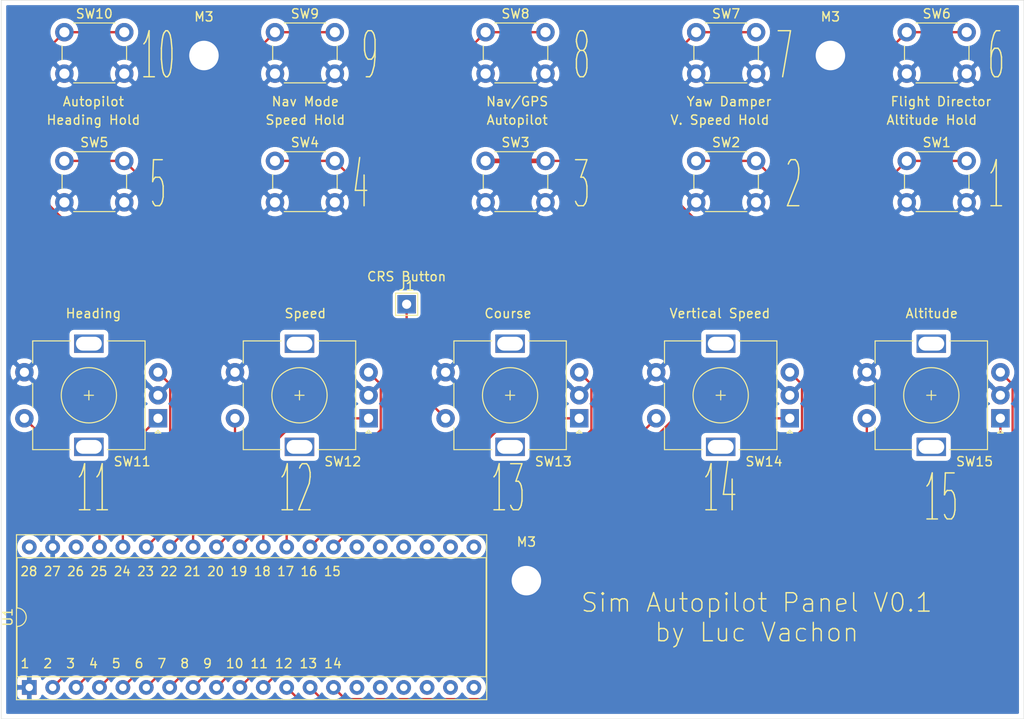
<source format=kicad_pcb>
(kicad_pcb (version 20171130) (host pcbnew "(5.1.6)-1")

  (general
    (thickness 1.6)
    (drawings 38)
    (tracks 141)
    (zones 0)
    (modules 20)
    (nets 29)
  )

  (page A4)
  (layers
    (0 F.Cu signal)
    (31 B.Cu signal)
    (32 B.Adhes user)
    (33 F.Adhes user)
    (34 B.Paste user)
    (35 F.Paste user)
    (36 B.SilkS user)
    (37 F.SilkS user)
    (38 B.Mask user)
    (39 F.Mask user)
    (40 Dwgs.User user)
    (41 Cmts.User user)
    (42 Eco1.User user)
    (43 Eco2.User user)
    (44 Edge.Cuts user)
    (45 Margin user)
    (46 B.CrtYd user)
    (47 F.CrtYd user)
    (48 B.Fab user hide)
    (49 F.Fab user hide)
  )

  (setup
    (last_trace_width 0.25)
    (user_trace_width 0.5)
    (user_trace_width 0.75)
    (user_trace_width 1)
    (trace_clearance 0.2)
    (zone_clearance 0.508)
    (zone_45_only no)
    (trace_min 0.2)
    (via_size 0.8)
    (via_drill 0.4)
    (via_min_size 0.4)
    (via_min_drill 0.3)
    (uvia_size 0.3)
    (uvia_drill 0.1)
    (uvias_allowed no)
    (uvia_min_size 0.2)
    (uvia_min_drill 0.1)
    (edge_width 0.05)
    (segment_width 0.2)
    (pcb_text_width 0.3)
    (pcb_text_size 1.5 1.5)
    (mod_edge_width 0.12)
    (mod_text_size 1 1)
    (mod_text_width 0.15)
    (pad_size 2 2)
    (pad_drill 1)
    (pad_to_mask_clearance 0.05)
    (aux_axis_origin 0 0)
    (visible_elements 7FFFFFFF)
    (pcbplotparams
      (layerselection 0x010f0_ffffffff)
      (usegerberextensions false)
      (usegerberattributes true)
      (usegerberadvancedattributes true)
      (creategerberjobfile true)
      (excludeedgelayer true)
      (linewidth 0.100000)
      (plotframeref false)
      (viasonmask false)
      (mode 1)
      (useauxorigin false)
      (hpglpennumber 1)
      (hpglpenspeed 20)
      (hpglpendiameter 15.000000)
      (psnegative false)
      (psa4output false)
      (plotreference true)
      (plotvalue true)
      (plotinvisibletext false)
      (padsonsilk false)
      (subtractmaskfromsilk false)
      (outputformat 1)
      (mirror false)
      (drillshape 0)
      (scaleselection 1)
      (outputdirectory "./"))
  )

  (net 0 "")
  (net 1 "Net-(SW1-Pad1)")
  (net 2 "Net-(SW2-Pad1)")
  (net 3 "Net-(SW3-Pad1)")
  (net 4 "Net-(SW4-Pad1)")
  (net 5 "Net-(SW5-Pad1)")
  (net 6 "Net-(SW6-Pad1)")
  (net 7 "Net-(SW7-Pad1)")
  (net 8 "Net-(SW8-Pad1)")
  (net 9 "Net-(SW9-Pad1)")
  (net 10 "Net-(SW10-Pad1)")
  (net 11 "Net-(SW11-PadA)")
  (net 12 GND)
  (net 13 "Net-(SW11-PadB)")
  (net 14 "Net-(SW11-PadS2)")
  (net 15 "Net-(SW12-PadA)")
  (net 16 "Net-(SW12-PadB)")
  (net 17 "Net-(SW12-PadS2)")
  (net 18 "Net-(SW13-PadA)")
  (net 19 "Net-(SW13-PadB)")
  (net 20 "Net-(SW14-PadA)")
  (net 21 "Net-(SW14-PadB)")
  (net 22 "Net-(SW14-PadS2)")
  (net 23 "Net-(SW15-PadA)")
  (net 24 "Net-(SW15-PadB)")
  (net 25 "Net-(SW15-PadS2)")
  (net 26 "Net-(U1-Pad40)")
  (net 27 "Net-(U1-Pad38)")
  (net 28 "Net-(J1-Pad1)")

  (net_class Default "This is the default net class."
    (clearance 0.2)
    (trace_width 0.25)
    (via_dia 0.8)
    (via_drill 0.4)
    (uvia_dia 0.3)
    (uvia_drill 0.1)
    (add_net GND)
    (add_net "Net-(J1-Pad1)")
    (add_net "Net-(SW1-Pad1)")
    (add_net "Net-(SW10-Pad1)")
    (add_net "Net-(SW11-PadA)")
    (add_net "Net-(SW11-PadB)")
    (add_net "Net-(SW11-PadS2)")
    (add_net "Net-(SW12-PadA)")
    (add_net "Net-(SW12-PadB)")
    (add_net "Net-(SW12-PadS2)")
    (add_net "Net-(SW13-PadA)")
    (add_net "Net-(SW13-PadB)")
    (add_net "Net-(SW14-PadA)")
    (add_net "Net-(SW14-PadB)")
    (add_net "Net-(SW14-PadS2)")
    (add_net "Net-(SW15-PadA)")
    (add_net "Net-(SW15-PadB)")
    (add_net "Net-(SW15-PadS2)")
    (add_net "Net-(SW2-Pad1)")
    (add_net "Net-(SW3-Pad1)")
    (add_net "Net-(SW4-Pad1)")
    (add_net "Net-(SW5-Pad1)")
    (add_net "Net-(SW6-Pad1)")
    (add_net "Net-(SW7-Pad1)")
    (add_net "Net-(SW8-Pad1)")
    (add_net "Net-(SW9-Pad1)")
    (add_net "Net-(U1-Pad38)")
    (add_net "Net-(U1-Pad40)")
  )

  (module MountingHole:MountingHole_3.2mm_M3_Pad (layer F.Cu) (tedit 56D1B4CB) (tstamp 5F4B0182)
    (at 120 137)
    (descr "Mounting Hole 3.2mm, M3")
    (tags "mounting hole 3.2mm m3")
    (attr virtual)
    (fp_text reference M3 (at 0 -4.2) (layer F.SilkS)
      (effects (font (size 1 1) (thickness 0.15)))
    )
    (fp_text value MountingHole_3.2mm_M3_Pad (at 0 4.2) (layer F.Fab)
      (effects (font (size 1 1) (thickness 0.15)))
    )
    (fp_text user %R (at 0.3 0) (layer F.Fab)
      (effects (font (size 1 1) (thickness 0.15)))
    )
    (fp_circle (center 0 0) (end 3.2 0) (layer Cmts.User) (width 0.15))
    (fp_circle (center 0 0) (end 3.45 0) (layer F.CrtYd) (width 0.05))
    (pad 1 thru_hole circle (at 0 0) (size 6.4 6.4) (drill 3.2) (layers *.Cu *.Mask))
  )

  (module MountingHole:MountingHole_3.2mm_M3_Pad (layer F.Cu) (tedit 56D1B4CB) (tstamp 5F4B0154)
    (at 85 80)
    (descr "Mounting Hole 3.2mm, M3")
    (tags "mounting hole 3.2mm m3")
    (attr virtual)
    (fp_text reference M3 (at 0 -4.2) (layer F.SilkS)
      (effects (font (size 1 1) (thickness 0.15)))
    )
    (fp_text value MountingHole_3.2mm_M3_Pad (at 0 4.2) (layer F.Fab)
      (effects (font (size 1 1) (thickness 0.15)))
    )
    (fp_text user %R (at 0.3 0) (layer F.Fab)
      (effects (font (size 1 1) (thickness 0.15)))
    )
    (fp_circle (center 0 0) (end 3.2 0) (layer Cmts.User) (width 0.15))
    (fp_circle (center 0 0) (end 3.45 0) (layer F.CrtYd) (width 0.05))
    (pad 1 thru_hole circle (at 0 0) (size 6.4 6.4) (drill 3.2) (layers *.Cu *.Mask))
  )

  (module MountingHole:MountingHole_3.2mm_M3_Pad (layer F.Cu) (tedit 56D1B4CB) (tstamp 5F4B0137)
    (at 153 80)
    (descr "Mounting Hole 3.2mm, M3")
    (tags "mounting hole 3.2mm m3")
    (attr virtual)
    (fp_text reference M3 (at 0 -4.2) (layer F.SilkS)
      (effects (font (size 1 1) (thickness 0.15)))
    )
    (fp_text value MountingHole_3.2mm_M3_Pad (at 0 4.2) (layer F.Fab)
      (effects (font (size 1 1) (thickness 0.15)))
    )
    (fp_text user %R (at 0.3 0) (layer F.Fab)
      (effects (font (size 1 1) (thickness 0.15)))
    )
    (fp_circle (center 0 0) (end 3.2 0) (layer Cmts.User) (width 0.15))
    (fp_circle (center 0 0) (end 3.45 0) (layer F.CrtYd) (width 0.05))
    (pad 1 thru_hole circle (at 0 0) (size 6.4 6.4) (drill 3.2) (layers *.Cu *.Mask))
  )

  (module TestPoint:TestPoint_THTPad_2.0x2.0mm_Drill1.0mm (layer F.Cu) (tedit 5A0F774F) (tstamp 5F4AF3CD)
    (at 107 107)
    (descr "THT rectangular pad as test Point, square 2.0mm_Drill1.0mm  side length, hole diameter 1.0mm")
    (tags "test point THT pad rectangle square")
    (path /5F4E6971)
    (attr virtual)
    (fp_text reference J1 (at 0 -1.998) (layer F.SilkS)
      (effects (font (size 1 1) (thickness 0.15)))
    )
    (fp_text value Conn_01x01 (at 0 2.05) (layer F.Fab)
      (effects (font (size 1 1) (thickness 0.15)))
    )
    (fp_text user %R (at 0 -2) (layer F.Fab)
      (effects (font (size 1 1) (thickness 0.15)))
    )
    (fp_line (start -1.2 -1.2) (end 1.2 -1.2) (layer F.SilkS) (width 0.12))
    (fp_line (start 1.2 -1.2) (end 1.2 1.2) (layer F.SilkS) (width 0.12))
    (fp_line (start 1.2 1.2) (end -1.2 1.2) (layer F.SilkS) (width 0.12))
    (fp_line (start -1.2 1.2) (end -1.2 -1.2) (layer F.SilkS) (width 0.12))
    (fp_line (start -1.5 -1.5) (end 1.5 -1.5) (layer F.CrtYd) (width 0.05))
    (fp_line (start -1.5 -1.5) (end -1.5 1.5) (layer F.CrtYd) (width 0.05))
    (fp_line (start 1.5 1.5) (end 1.5 -1.5) (layer F.CrtYd) (width 0.05))
    (fp_line (start 1.5 1.5) (end -1.5 1.5) (layer F.CrtYd) (width 0.05))
    (pad 1 thru_hole rect (at 0 0) (size 2 2) (drill 1) (layers *.Cu *.Mask)
      (net 28 "Net-(J1-Pad1)"))
  )

  (module Package_DIP:DIP-40_W15.24mm_Socket (layer F.Cu) (tedit 5A02E8C5) (tstamp 5F45FC53)
    (at 66.04 148.59 90)
    (descr "40-lead though-hole mounted DIP package, row spacing 15.24 mm (600 mils), Socket")
    (tags "THT DIP DIL PDIP 2.54mm 15.24mm 600mil Socket")
    (path /5F479B1F)
    (fp_text reference U1 (at 7.62 -2.33 90) (layer F.SilkS)
      (effects (font (size 1 1) (thickness 0.15)))
    )
    (fp_text value Teensy3_2 (at 7.62 50.59 90) (layer F.Fab)
      (effects (font (size 1 1) (thickness 0.15)))
    )
    (fp_line (start 1.255 -1.27) (end 14.985 -1.27) (layer F.Fab) (width 0.1))
    (fp_line (start 14.985 -1.27) (end 14.985 49.53) (layer F.Fab) (width 0.1))
    (fp_line (start 14.985 49.53) (end 0.255 49.53) (layer F.Fab) (width 0.1))
    (fp_line (start 0.255 49.53) (end 0.255 -0.27) (layer F.Fab) (width 0.1))
    (fp_line (start 0.255 -0.27) (end 1.255 -1.27) (layer F.Fab) (width 0.1))
    (fp_line (start -1.27 -1.33) (end -1.27 49.59) (layer F.Fab) (width 0.1))
    (fp_line (start -1.27 49.59) (end 16.51 49.59) (layer F.Fab) (width 0.1))
    (fp_line (start 16.51 49.59) (end 16.51 -1.33) (layer F.Fab) (width 0.1))
    (fp_line (start 16.51 -1.33) (end -1.27 -1.33) (layer F.Fab) (width 0.1))
    (fp_line (start 6.62 -1.33) (end 1.16 -1.33) (layer F.SilkS) (width 0.12))
    (fp_line (start 1.16 -1.33) (end 1.16 49.59) (layer F.SilkS) (width 0.12))
    (fp_line (start 1.16 49.59) (end 14.08 49.59) (layer F.SilkS) (width 0.12))
    (fp_line (start 14.08 49.59) (end 14.08 -1.33) (layer F.SilkS) (width 0.12))
    (fp_line (start 14.08 -1.33) (end 8.62 -1.33) (layer F.SilkS) (width 0.12))
    (fp_line (start -1.33 -1.39) (end -1.33 49.65) (layer F.SilkS) (width 0.12))
    (fp_line (start -1.33 49.65) (end 16.57 49.65) (layer F.SilkS) (width 0.12))
    (fp_line (start 16.57 49.65) (end 16.57 -1.39) (layer F.SilkS) (width 0.12))
    (fp_line (start 16.57 -1.39) (end -1.33 -1.39) (layer F.SilkS) (width 0.12))
    (fp_line (start -1.55 -1.6) (end -1.55 49.85) (layer F.CrtYd) (width 0.05))
    (fp_line (start -1.55 49.85) (end 16.8 49.85) (layer F.CrtYd) (width 0.05))
    (fp_line (start 16.8 49.85) (end 16.8 -1.6) (layer F.CrtYd) (width 0.05))
    (fp_line (start 16.8 -1.6) (end -1.55 -1.6) (layer F.CrtYd) (width 0.05))
    (fp_text user %R (at 7.62 24.13 90) (layer F.Fab)
      (effects (font (size 1 1) (thickness 0.15)))
    )
    (fp_arc (start 7.62 -1.33) (end 6.62 -1.33) (angle -180) (layer F.SilkS) (width 0.12))
    (pad 40 thru_hole oval (at 15.24 0 90) (size 1.6 1.6) (drill 0.8) (layers *.Cu *.Mask)
      (net 26 "Net-(U1-Pad40)"))
    (pad 20 thru_hole oval (at 0 48.26 90) (size 1.6 1.6) (drill 0.8) (layers *.Cu *.Mask))
    (pad 39 thru_hole oval (at 15.24 2.54 90) (size 1.6 1.6) (drill 0.8) (layers *.Cu *.Mask)
      (net 12 GND))
    (pad 19 thru_hole oval (at 0 45.72 90) (size 1.6 1.6) (drill 0.8) (layers *.Cu *.Mask))
    (pad 38 thru_hole oval (at 15.24 5.08 90) (size 1.6 1.6) (drill 0.8) (layers *.Cu *.Mask)
      (net 27 "Net-(U1-Pad38)"))
    (pad 18 thru_hole oval (at 0 43.18 90) (size 1.6 1.6) (drill 0.8) (layers *.Cu *.Mask))
    (pad 37 thru_hole oval (at 15.24 7.62 90) (size 1.6 1.6) (drill 0.8) (layers *.Cu *.Mask)
      (net 14 "Net-(SW11-PadS2)"))
    (pad 17 thru_hole oval (at 0 40.64 90) (size 1.6 1.6) (drill 0.8) (layers *.Cu *.Mask))
    (pad 36 thru_hole oval (at 15.24 10.16 90) (size 1.6 1.6) (drill 0.8) (layers *.Cu *.Mask)
      (net 11 "Net-(SW11-PadA)"))
    (pad 16 thru_hole oval (at 0 38.1 90) (size 1.6 1.6) (drill 0.8) (layers *.Cu *.Mask))
    (pad 35 thru_hole oval (at 15.24 12.7 90) (size 1.6 1.6) (drill 0.8) (layers *.Cu *.Mask)
      (net 13 "Net-(SW11-PadB)"))
    (pad 15 thru_hole oval (at 0 35.56 90) (size 1.6 1.6) (drill 0.8) (layers *.Cu *.Mask))
    (pad 34 thru_hole oval (at 15.24 15.24 90) (size 1.6 1.6) (drill 0.8) (layers *.Cu *.Mask)
      (net 17 "Net-(SW12-PadS2)"))
    (pad 14 thru_hole oval (at 0 33.02 90) (size 1.6 1.6) (drill 0.8) (layers *.Cu *.Mask)
      (net 25 "Net-(SW15-PadS2)"))
    (pad 33 thru_hole oval (at 15.24 17.78 90) (size 1.6 1.6) (drill 0.8) (layers *.Cu *.Mask)
      (net 15 "Net-(SW12-PadA)"))
    (pad 13 thru_hole oval (at 0 30.48 90) (size 1.6 1.6) (drill 0.8) (layers *.Cu *.Mask)
      (net 23 "Net-(SW15-PadA)"))
    (pad 32 thru_hole oval (at 15.24 20.32 90) (size 1.6 1.6) (drill 0.8) (layers *.Cu *.Mask)
      (net 16 "Net-(SW12-PadB)"))
    (pad 12 thru_hole oval (at 0 27.94 90) (size 1.6 1.6) (drill 0.8) (layers *.Cu *.Mask)
      (net 24 "Net-(SW15-PadB)"))
    (pad 31 thru_hole oval (at 15.24 22.86 90) (size 1.6 1.6) (drill 0.8) (layers *.Cu *.Mask)
      (net 18 "Net-(SW13-PadA)"))
    (pad 11 thru_hole oval (at 0 25.4 90) (size 1.6 1.6) (drill 0.8) (layers *.Cu *.Mask)
      (net 1 "Net-(SW1-Pad1)"))
    (pad 30 thru_hole oval (at 15.24 25.4 90) (size 1.6 1.6) (drill 0.8) (layers *.Cu *.Mask)
      (net 19 "Net-(SW13-PadB)"))
    (pad 10 thru_hole oval (at 0 22.86 90) (size 1.6 1.6) (drill 0.8) (layers *.Cu *.Mask)
      (net 2 "Net-(SW2-Pad1)"))
    (pad 29 thru_hole oval (at 15.24 27.94 90) (size 1.6 1.6) (drill 0.8) (layers *.Cu *.Mask)
      (net 22 "Net-(SW14-PadS2)"))
    (pad 9 thru_hole oval (at 0 20.32 90) (size 1.6 1.6) (drill 0.8) (layers *.Cu *.Mask)
      (net 3 "Net-(SW3-Pad1)"))
    (pad 28 thru_hole oval (at 15.24 30.48 90) (size 1.6 1.6) (drill 0.8) (layers *.Cu *.Mask)
      (net 20 "Net-(SW14-PadA)"))
    (pad 8 thru_hole oval (at 0 17.78 90) (size 1.6 1.6) (drill 0.8) (layers *.Cu *.Mask)
      (net 4 "Net-(SW4-Pad1)"))
    (pad 27 thru_hole oval (at 15.24 33.02 90) (size 1.6 1.6) (drill 0.8) (layers *.Cu *.Mask)
      (net 21 "Net-(SW14-PadB)"))
    (pad 7 thru_hole oval (at 0 15.24 90) (size 1.6 1.6) (drill 0.8) (layers *.Cu *.Mask)
      (net 5 "Net-(SW5-Pad1)"))
    (pad 26 thru_hole oval (at 15.24 35.56 90) (size 1.6 1.6) (drill 0.8) (layers *.Cu *.Mask))
    (pad 6 thru_hole oval (at 0 12.7 90) (size 1.6 1.6) (drill 0.8) (layers *.Cu *.Mask)
      (net 6 "Net-(SW6-Pad1)"))
    (pad 25 thru_hole oval (at 15.24 38.1 90) (size 1.6 1.6) (drill 0.8) (layers *.Cu *.Mask))
    (pad 5 thru_hole oval (at 0 10.16 90) (size 1.6 1.6) (drill 0.8) (layers *.Cu *.Mask)
      (net 7 "Net-(SW7-Pad1)"))
    (pad 24 thru_hole oval (at 15.24 40.64 90) (size 1.6 1.6) (drill 0.8) (layers *.Cu *.Mask))
    (pad 4 thru_hole oval (at 0 7.62 90) (size 1.6 1.6) (drill 0.8) (layers *.Cu *.Mask)
      (net 8 "Net-(SW8-Pad1)"))
    (pad 23 thru_hole oval (at 15.24 43.18 90) (size 1.6 1.6) (drill 0.8) (layers *.Cu *.Mask))
    (pad 3 thru_hole oval (at 0 5.08 90) (size 1.6 1.6) (drill 0.8) (layers *.Cu *.Mask)
      (net 9 "Net-(SW9-Pad1)"))
    (pad 22 thru_hole oval (at 15.24 45.72 90) (size 1.6 1.6) (drill 0.8) (layers *.Cu *.Mask))
    (pad 2 thru_hole oval (at 0 2.54 90) (size 1.6 1.6) (drill 0.8) (layers *.Cu *.Mask)
      (net 10 "Net-(SW10-Pad1)"))
    (pad 21 thru_hole oval (at 15.24 48.26 90) (size 1.6 1.6) (drill 0.8) (layers *.Cu *.Mask))
    (pad 1 thru_hole rect (at 0 0 90) (size 1.6 1.6) (drill 0.8) (layers *.Cu *.Mask)
      (net 12 GND))
    (model ${KISYS3DMOD}/Package_DIP.3dshapes/DIP-40_W15.24mm_Socket.wrl
      (at (xyz 0 0 0))
      (scale (xyz 1 1 1))
      (rotate (xyz 0 0 0))
    )
  )

  (module Button_Switch_THT:SW_PUSH_6mm (layer F.Cu) (tedit 5A02FE31) (tstamp 5F467D81)
    (at 138.43 77.47)
    (descr https://www.omron.com/ecb/products/pdf/en-b3f.pdf)
    (tags "tact sw push 6mm")
    (path /5F538273)
    (fp_text reference SW7 (at 3.25 -2) (layer F.SilkS)
      (effects (font (size 1 1) (thickness 0.15)))
    )
    (fp_text value My2pin_SW_MEC_5G (at 3.75 6.7) (layer F.Fab)
      (effects (font (size 1 1) (thickness 0.15)))
    )
    (fp_circle (center 3.25 2.25) (end 1.25 2.5) (layer F.Fab) (width 0.1))
    (fp_line (start 6.75 3) (end 6.75 1.5) (layer F.SilkS) (width 0.12))
    (fp_line (start 5.5 -1) (end 1 -1) (layer F.SilkS) (width 0.12))
    (fp_line (start -0.25 1.5) (end -0.25 3) (layer F.SilkS) (width 0.12))
    (fp_line (start 1 5.5) (end 5.5 5.5) (layer F.SilkS) (width 0.12))
    (fp_line (start 8 -1.25) (end 8 5.75) (layer F.CrtYd) (width 0.05))
    (fp_line (start 7.75 6) (end -1.25 6) (layer F.CrtYd) (width 0.05))
    (fp_line (start -1.5 5.75) (end -1.5 -1.25) (layer F.CrtYd) (width 0.05))
    (fp_line (start -1.25 -1.5) (end 7.75 -1.5) (layer F.CrtYd) (width 0.05))
    (fp_line (start -1.5 6) (end -1.25 6) (layer F.CrtYd) (width 0.05))
    (fp_line (start -1.5 5.75) (end -1.5 6) (layer F.CrtYd) (width 0.05))
    (fp_line (start -1.5 -1.5) (end -1.25 -1.5) (layer F.CrtYd) (width 0.05))
    (fp_line (start -1.5 -1.25) (end -1.5 -1.5) (layer F.CrtYd) (width 0.05))
    (fp_line (start 8 -1.5) (end 8 -1.25) (layer F.CrtYd) (width 0.05))
    (fp_line (start 7.75 -1.5) (end 8 -1.5) (layer F.CrtYd) (width 0.05))
    (fp_line (start 8 6) (end 8 5.75) (layer F.CrtYd) (width 0.05))
    (fp_line (start 7.75 6) (end 8 6) (layer F.CrtYd) (width 0.05))
    (fp_line (start 0.25 -0.75) (end 3.25 -0.75) (layer F.Fab) (width 0.1))
    (fp_line (start 0.25 5.25) (end 0.25 -0.75) (layer F.Fab) (width 0.1))
    (fp_line (start 6.25 5.25) (end 0.25 5.25) (layer F.Fab) (width 0.1))
    (fp_line (start 6.25 -0.75) (end 6.25 5.25) (layer F.Fab) (width 0.1))
    (fp_line (start 3.25 -0.75) (end 6.25 -0.75) (layer F.Fab) (width 0.1))
    (fp_text user %R (at 3.25 2.25) (layer F.Fab)
      (effects (font (size 1 1) (thickness 0.15)))
    )
    (pad 1 thru_hole circle (at 6.5 0 90) (size 2 2) (drill 1.1) (layers *.Cu *.Mask)
      (net 7 "Net-(SW7-Pad1)"))
    (pad 2 thru_hole circle (at 6.5 4.5 90) (size 2 2) (drill 1.1) (layers *.Cu *.Mask)
      (net 12 GND))
    (pad 1 thru_hole circle (at 0 0 90) (size 2 2) (drill 1.1) (layers *.Cu *.Mask)
      (net 7 "Net-(SW7-Pad1)"))
    (pad 2 thru_hole circle (at 0 4.5 90) (size 2 2) (drill 1.1) (layers *.Cu *.Mask)
      (net 12 GND))
    (model ${KISYS3DMOD}/Button_Switch_THT.3dshapes/SW_PUSH_6mm.wrl
      (at (xyz 0 0 0))
      (scale (xyz 1 1 1))
      (rotate (xyz 0 0 0))
    )
  )

  (module Button_Switch_THT:SW_PUSH_6mm (layer F.Cu) (tedit 5A02FE31) (tstamp 5F467CC7)
    (at 161.29 91.44)
    (descr https://www.omron.com/ecb/products/pdf/en-b3f.pdf)
    (tags "tact sw push 6mm")
    (path /5F5334DC)
    (fp_text reference SW1 (at 3.25 -2) (layer F.SilkS)
      (effects (font (size 1 1) (thickness 0.15)))
    )
    (fp_text value My2pin_SW_MEC_5G (at 3.75 6.7) (layer F.Fab)
      (effects (font (size 1 1) (thickness 0.15)))
    )
    (fp_circle (center 3.25 2.25) (end 1.25 2.5) (layer F.Fab) (width 0.1))
    (fp_line (start 6.75 3) (end 6.75 1.5) (layer F.SilkS) (width 0.12))
    (fp_line (start 5.5 -1) (end 1 -1) (layer F.SilkS) (width 0.12))
    (fp_line (start -0.25 1.5) (end -0.25 3) (layer F.SilkS) (width 0.12))
    (fp_line (start 1 5.5) (end 5.5 5.5) (layer F.SilkS) (width 0.12))
    (fp_line (start 8 -1.25) (end 8 5.75) (layer F.CrtYd) (width 0.05))
    (fp_line (start 7.75 6) (end -1.25 6) (layer F.CrtYd) (width 0.05))
    (fp_line (start -1.5 5.75) (end -1.5 -1.25) (layer F.CrtYd) (width 0.05))
    (fp_line (start -1.25 -1.5) (end 7.75 -1.5) (layer F.CrtYd) (width 0.05))
    (fp_line (start -1.5 6) (end -1.25 6) (layer F.CrtYd) (width 0.05))
    (fp_line (start -1.5 5.75) (end -1.5 6) (layer F.CrtYd) (width 0.05))
    (fp_line (start -1.5 -1.5) (end -1.25 -1.5) (layer F.CrtYd) (width 0.05))
    (fp_line (start -1.5 -1.25) (end -1.5 -1.5) (layer F.CrtYd) (width 0.05))
    (fp_line (start 8 -1.5) (end 8 -1.25) (layer F.CrtYd) (width 0.05))
    (fp_line (start 7.75 -1.5) (end 8 -1.5) (layer F.CrtYd) (width 0.05))
    (fp_line (start 8 6) (end 8 5.75) (layer F.CrtYd) (width 0.05))
    (fp_line (start 7.75 6) (end 8 6) (layer F.CrtYd) (width 0.05))
    (fp_line (start 0.25 -0.75) (end 3.25 -0.75) (layer F.Fab) (width 0.1))
    (fp_line (start 0.25 5.25) (end 0.25 -0.75) (layer F.Fab) (width 0.1))
    (fp_line (start 6.25 5.25) (end 0.25 5.25) (layer F.Fab) (width 0.1))
    (fp_line (start 6.25 -0.75) (end 6.25 5.25) (layer F.Fab) (width 0.1))
    (fp_line (start 3.25 -0.75) (end 6.25 -0.75) (layer F.Fab) (width 0.1))
    (fp_text user %R (at 3.25 2.25) (layer F.Fab)
      (effects (font (size 1 1) (thickness 0.15)))
    )
    (pad 1 thru_hole circle (at 6.5 0 90) (size 2 2) (drill 1.1) (layers *.Cu *.Mask)
      (net 1 "Net-(SW1-Pad1)"))
    (pad 2 thru_hole circle (at 6.5 4.5 90) (size 2 2) (drill 1.1) (layers *.Cu *.Mask)
      (net 12 GND))
    (pad 1 thru_hole circle (at 0 0 90) (size 2 2) (drill 1.1) (layers *.Cu *.Mask)
      (net 1 "Net-(SW1-Pad1)"))
    (pad 2 thru_hole circle (at 0 4.5 90) (size 2 2) (drill 1.1) (layers *.Cu *.Mask)
      (net 12 GND))
    (model ${KISYS3DMOD}/Button_Switch_THT.3dshapes/SW_PUSH_6mm.wrl
      (at (xyz 0 0 0))
      (scale (xyz 1 1 1))
      (rotate (xyz 0 0 0))
    )
  )

  (module Button_Switch_THT:SW_PUSH_6mm (layer F.Cu) (tedit 5A02FE31) (tstamp 5F467D05)
    (at 115.57 91.44)
    (descr https://www.omron.com/ecb/products/pdf/en-b3f.pdf)
    (tags "tact sw push 6mm")
    (path /5F5359C1)
    (fp_text reference SW3 (at 3.25 -2) (layer F.SilkS)
      (effects (font (size 1 1) (thickness 0.15)))
    )
    (fp_text value My2pin_SW_MEC_5G (at 3.75 6.7) (layer F.Fab)
      (effects (font (size 1 1) (thickness 0.15)))
    )
    (fp_line (start 3.25 -0.75) (end 6.25 -0.75) (layer F.Fab) (width 0.1))
    (fp_line (start 6.25 -0.75) (end 6.25 5.25) (layer F.Fab) (width 0.1))
    (fp_line (start 6.25 5.25) (end 0.25 5.25) (layer F.Fab) (width 0.1))
    (fp_line (start 0.25 5.25) (end 0.25 -0.75) (layer F.Fab) (width 0.1))
    (fp_line (start 0.25 -0.75) (end 3.25 -0.75) (layer F.Fab) (width 0.1))
    (fp_line (start 7.75 6) (end 8 6) (layer F.CrtYd) (width 0.05))
    (fp_line (start 8 6) (end 8 5.75) (layer F.CrtYd) (width 0.05))
    (fp_line (start 7.75 -1.5) (end 8 -1.5) (layer F.CrtYd) (width 0.05))
    (fp_line (start 8 -1.5) (end 8 -1.25) (layer F.CrtYd) (width 0.05))
    (fp_line (start -1.5 -1.25) (end -1.5 -1.5) (layer F.CrtYd) (width 0.05))
    (fp_line (start -1.5 -1.5) (end -1.25 -1.5) (layer F.CrtYd) (width 0.05))
    (fp_line (start -1.5 5.75) (end -1.5 6) (layer F.CrtYd) (width 0.05))
    (fp_line (start -1.5 6) (end -1.25 6) (layer F.CrtYd) (width 0.05))
    (fp_line (start -1.25 -1.5) (end 7.75 -1.5) (layer F.CrtYd) (width 0.05))
    (fp_line (start -1.5 5.75) (end -1.5 -1.25) (layer F.CrtYd) (width 0.05))
    (fp_line (start 7.75 6) (end -1.25 6) (layer F.CrtYd) (width 0.05))
    (fp_line (start 8 -1.25) (end 8 5.75) (layer F.CrtYd) (width 0.05))
    (fp_line (start 1 5.5) (end 5.5 5.5) (layer F.SilkS) (width 0.12))
    (fp_line (start -0.25 1.5) (end -0.25 3) (layer F.SilkS) (width 0.12))
    (fp_line (start 5.5 -1) (end 1 -1) (layer F.SilkS) (width 0.12))
    (fp_line (start 6.75 3) (end 6.75 1.5) (layer F.SilkS) (width 0.12))
    (fp_circle (center 3.25 2.25) (end 1.25 2.5) (layer F.Fab) (width 0.1))
    (fp_text user %R (at 3.25 2.25) (layer F.Fab)
      (effects (font (size 1 1) (thickness 0.15)))
    )
    (pad 2 thru_hole circle (at 0 4.5 90) (size 2 2) (drill 1.1) (layers *.Cu *.Mask)
      (net 12 GND))
    (pad 1 thru_hole circle (at 0 0 90) (size 2 2) (drill 1.1) (layers *.Cu *.Mask)
      (net 3 "Net-(SW3-Pad1)"))
    (pad 2 thru_hole circle (at 6.5 4.5 90) (size 2 2) (drill 1.1) (layers *.Cu *.Mask)
      (net 12 GND))
    (pad 1 thru_hole circle (at 6.5 0 90) (size 2 2) (drill 1.1) (layers *.Cu *.Mask)
      (net 3 "Net-(SW3-Pad1)"))
    (model ${KISYS3DMOD}/Button_Switch_THT.3dshapes/SW_PUSH_6mm.wrl
      (at (xyz 0 0 0))
      (scale (xyz 1 1 1))
      (rotate (xyz 0 0 0))
    )
  )

  (module Button_Switch_THT:SW_PUSH_6mm (layer F.Cu) (tedit 5A02FE31) (tstamp 5F467D43)
    (at 69.85 91.44)
    (descr https://www.omron.com/ecb/products/pdf/en-b3f.pdf)
    (tags "tact sw push 6mm")
    (path /5F53B4D1)
    (fp_text reference SW5 (at 3.25 -2) (layer F.SilkS)
      (effects (font (size 1 1) (thickness 0.15)))
    )
    (fp_text value My2pin_SW_MEC_5G (at 3.75 6.7) (layer F.Fab)
      (effects (font (size 1 1) (thickness 0.15)))
    )
    (fp_circle (center 3.25 2.25) (end 1.25 2.5) (layer F.Fab) (width 0.1))
    (fp_line (start 6.75 3) (end 6.75 1.5) (layer F.SilkS) (width 0.12))
    (fp_line (start 5.5 -1) (end 1 -1) (layer F.SilkS) (width 0.12))
    (fp_line (start -0.25 1.5) (end -0.25 3) (layer F.SilkS) (width 0.12))
    (fp_line (start 1 5.5) (end 5.5 5.5) (layer F.SilkS) (width 0.12))
    (fp_line (start 8 -1.25) (end 8 5.75) (layer F.CrtYd) (width 0.05))
    (fp_line (start 7.75 6) (end -1.25 6) (layer F.CrtYd) (width 0.05))
    (fp_line (start -1.5 5.75) (end -1.5 -1.25) (layer F.CrtYd) (width 0.05))
    (fp_line (start -1.25 -1.5) (end 7.75 -1.5) (layer F.CrtYd) (width 0.05))
    (fp_line (start -1.5 6) (end -1.25 6) (layer F.CrtYd) (width 0.05))
    (fp_line (start -1.5 5.75) (end -1.5 6) (layer F.CrtYd) (width 0.05))
    (fp_line (start -1.5 -1.5) (end -1.25 -1.5) (layer F.CrtYd) (width 0.05))
    (fp_line (start -1.5 -1.25) (end -1.5 -1.5) (layer F.CrtYd) (width 0.05))
    (fp_line (start 8 -1.5) (end 8 -1.25) (layer F.CrtYd) (width 0.05))
    (fp_line (start 7.75 -1.5) (end 8 -1.5) (layer F.CrtYd) (width 0.05))
    (fp_line (start 8 6) (end 8 5.75) (layer F.CrtYd) (width 0.05))
    (fp_line (start 7.75 6) (end 8 6) (layer F.CrtYd) (width 0.05))
    (fp_line (start 0.25 -0.75) (end 3.25 -0.75) (layer F.Fab) (width 0.1))
    (fp_line (start 0.25 5.25) (end 0.25 -0.75) (layer F.Fab) (width 0.1))
    (fp_line (start 6.25 5.25) (end 0.25 5.25) (layer F.Fab) (width 0.1))
    (fp_line (start 6.25 -0.75) (end 6.25 5.25) (layer F.Fab) (width 0.1))
    (fp_line (start 3.25 -0.75) (end 6.25 -0.75) (layer F.Fab) (width 0.1))
    (fp_text user %R (at 3.25 2.25) (layer F.Fab)
      (effects (font (size 1 1) (thickness 0.15)))
    )
    (pad 1 thru_hole circle (at 6.5 0 90) (size 2 2) (drill 1.1) (layers *.Cu *.Mask)
      (net 5 "Net-(SW5-Pad1)"))
    (pad 2 thru_hole circle (at 6.5 4.5 90) (size 2 2) (drill 1.1) (layers *.Cu *.Mask)
      (net 12 GND))
    (pad 1 thru_hole circle (at 0 0 90) (size 2 2) (drill 1.1) (layers *.Cu *.Mask)
      (net 5 "Net-(SW5-Pad1)"))
    (pad 2 thru_hole circle (at 0 4.5 90) (size 2 2) (drill 1.1) (layers *.Cu *.Mask)
      (net 12 GND))
    (model ${KISYS3DMOD}/Button_Switch_THT.3dshapes/SW_PUSH_6mm.wrl
      (at (xyz 0 0 0))
      (scale (xyz 1 1 1))
      (rotate (xyz 0 0 0))
    )
  )

  (module Button_Switch_THT:SW_PUSH_6mm (layer F.Cu) (tedit 5A02FE31) (tstamp 5F467CE6)
    (at 138.43 91.44)
    (descr https://www.omron.com/ecb/products/pdf/en-b3f.pdf)
    (tags "tact sw push 6mm")
    (path /5F533AA3)
    (fp_text reference SW2 (at 3.25 -2) (layer F.SilkS)
      (effects (font (size 1 1) (thickness 0.15)))
    )
    (fp_text value My2pin_SW_MEC_5G (at 3.75 6.7) (layer F.Fab)
      (effects (font (size 1 1) (thickness 0.15)))
    )
    (fp_circle (center 3.25 2.25) (end 1.25 2.5) (layer F.Fab) (width 0.1))
    (fp_line (start 6.75 3) (end 6.75 1.5) (layer F.SilkS) (width 0.12))
    (fp_line (start 5.5 -1) (end 1 -1) (layer F.SilkS) (width 0.12))
    (fp_line (start -0.25 1.5) (end -0.25 3) (layer F.SilkS) (width 0.12))
    (fp_line (start 1 5.5) (end 5.5 5.5) (layer F.SilkS) (width 0.12))
    (fp_line (start 8 -1.25) (end 8 5.75) (layer F.CrtYd) (width 0.05))
    (fp_line (start 7.75 6) (end -1.25 6) (layer F.CrtYd) (width 0.05))
    (fp_line (start -1.5 5.75) (end -1.5 -1.25) (layer F.CrtYd) (width 0.05))
    (fp_line (start -1.25 -1.5) (end 7.75 -1.5) (layer F.CrtYd) (width 0.05))
    (fp_line (start -1.5 6) (end -1.25 6) (layer F.CrtYd) (width 0.05))
    (fp_line (start -1.5 5.75) (end -1.5 6) (layer F.CrtYd) (width 0.05))
    (fp_line (start -1.5 -1.5) (end -1.25 -1.5) (layer F.CrtYd) (width 0.05))
    (fp_line (start -1.5 -1.25) (end -1.5 -1.5) (layer F.CrtYd) (width 0.05))
    (fp_line (start 8 -1.5) (end 8 -1.25) (layer F.CrtYd) (width 0.05))
    (fp_line (start 7.75 -1.5) (end 8 -1.5) (layer F.CrtYd) (width 0.05))
    (fp_line (start 8 6) (end 8 5.75) (layer F.CrtYd) (width 0.05))
    (fp_line (start 7.75 6) (end 8 6) (layer F.CrtYd) (width 0.05))
    (fp_line (start 0.25 -0.75) (end 3.25 -0.75) (layer F.Fab) (width 0.1))
    (fp_line (start 0.25 5.25) (end 0.25 -0.75) (layer F.Fab) (width 0.1))
    (fp_line (start 6.25 5.25) (end 0.25 5.25) (layer F.Fab) (width 0.1))
    (fp_line (start 6.25 -0.75) (end 6.25 5.25) (layer F.Fab) (width 0.1))
    (fp_line (start 3.25 -0.75) (end 6.25 -0.75) (layer F.Fab) (width 0.1))
    (fp_text user %R (at 3.25 2.25) (layer F.Fab)
      (effects (font (size 1 1) (thickness 0.15)))
    )
    (pad 1 thru_hole circle (at 6.5 0 90) (size 2 2) (drill 1.1) (layers *.Cu *.Mask)
      (net 2 "Net-(SW2-Pad1)"))
    (pad 2 thru_hole circle (at 6.5 4.5 90) (size 2 2) (drill 1.1) (layers *.Cu *.Mask)
      (net 12 GND))
    (pad 1 thru_hole circle (at 0 0 90) (size 2 2) (drill 1.1) (layers *.Cu *.Mask)
      (net 2 "Net-(SW2-Pad1)"))
    (pad 2 thru_hole circle (at 0 4.5 90) (size 2 2) (drill 1.1) (layers *.Cu *.Mask)
      (net 12 GND))
    (model ${KISYS3DMOD}/Button_Switch_THT.3dshapes/SW_PUSH_6mm.wrl
      (at (xyz 0 0 0))
      (scale (xyz 1 1 1))
      (rotate (xyz 0 0 0))
    )
  )

  (module Button_Switch_THT:SW_PUSH_6mm (layer F.Cu) (tedit 5A02FE31) (tstamp 5F467DDE)
    (at 69.85 77.47)
    (descr https://www.omron.com/ecb/products/pdf/en-b3f.pdf)
    (tags "tact sw push 6mm")
    (path /5F53D195)
    (fp_text reference SW10 (at 3.25 -2) (layer F.SilkS)
      (effects (font (size 1 1) (thickness 0.15)))
    )
    (fp_text value My2pin_SW_MEC_5G (at 3.75 6.7) (layer F.Fab)
      (effects (font (size 1 1) (thickness 0.15)))
    )
    (fp_circle (center 3.25 2.25) (end 1.25 2.5) (layer F.Fab) (width 0.1))
    (fp_line (start 6.75 3) (end 6.75 1.5) (layer F.SilkS) (width 0.12))
    (fp_line (start 5.5 -1) (end 1 -1) (layer F.SilkS) (width 0.12))
    (fp_line (start -0.25 1.5) (end -0.25 3) (layer F.SilkS) (width 0.12))
    (fp_line (start 1 5.5) (end 5.5 5.5) (layer F.SilkS) (width 0.12))
    (fp_line (start 8 -1.25) (end 8 5.75) (layer F.CrtYd) (width 0.05))
    (fp_line (start 7.75 6) (end -1.25 6) (layer F.CrtYd) (width 0.05))
    (fp_line (start -1.5 5.75) (end -1.5 -1.25) (layer F.CrtYd) (width 0.05))
    (fp_line (start -1.25 -1.5) (end 7.75 -1.5) (layer F.CrtYd) (width 0.05))
    (fp_line (start -1.5 6) (end -1.25 6) (layer F.CrtYd) (width 0.05))
    (fp_line (start -1.5 5.75) (end -1.5 6) (layer F.CrtYd) (width 0.05))
    (fp_line (start -1.5 -1.5) (end -1.25 -1.5) (layer F.CrtYd) (width 0.05))
    (fp_line (start -1.5 -1.25) (end -1.5 -1.5) (layer F.CrtYd) (width 0.05))
    (fp_line (start 8 -1.5) (end 8 -1.25) (layer F.CrtYd) (width 0.05))
    (fp_line (start 7.75 -1.5) (end 8 -1.5) (layer F.CrtYd) (width 0.05))
    (fp_line (start 8 6) (end 8 5.75) (layer F.CrtYd) (width 0.05))
    (fp_line (start 7.75 6) (end 8 6) (layer F.CrtYd) (width 0.05))
    (fp_line (start 0.25 -0.75) (end 3.25 -0.75) (layer F.Fab) (width 0.1))
    (fp_line (start 0.25 5.25) (end 0.25 -0.75) (layer F.Fab) (width 0.1))
    (fp_line (start 6.25 5.25) (end 0.25 5.25) (layer F.Fab) (width 0.1))
    (fp_line (start 6.25 -0.75) (end 6.25 5.25) (layer F.Fab) (width 0.1))
    (fp_line (start 3.25 -0.75) (end 6.25 -0.75) (layer F.Fab) (width 0.1))
    (fp_text user %R (at 3.25 2.25) (layer F.Fab)
      (effects (font (size 1 1) (thickness 0.15)))
    )
    (pad 1 thru_hole circle (at 6.5 0 90) (size 2 2) (drill 1.1) (layers *.Cu *.Mask)
      (net 10 "Net-(SW10-Pad1)"))
    (pad 2 thru_hole circle (at 6.5 4.5 90) (size 2 2) (drill 1.1) (layers *.Cu *.Mask)
      (net 12 GND))
    (pad 1 thru_hole circle (at 0 0 90) (size 2 2) (drill 1.1) (layers *.Cu *.Mask)
      (net 10 "Net-(SW10-Pad1)"))
    (pad 2 thru_hole circle (at 0 4.5 90) (size 2 2) (drill 1.1) (layers *.Cu *.Mask)
      (net 12 GND))
    (model ${KISYS3DMOD}/Button_Switch_THT.3dshapes/SW_PUSH_6mm.wrl
      (at (xyz 0 0 0))
      (scale (xyz 1 1 1))
      (rotate (xyz 0 0 0))
    )
  )

  (module Button_Switch_THT:SW_PUSH_6mm (layer F.Cu) (tedit 5A02FE31) (tstamp 5F467DBF)
    (at 92.71 77.47)
    (descr https://www.omron.com/ecb/products/pdf/en-b3f.pdf)
    (tags "tact sw push 6mm")
    (path /5F538287)
    (fp_text reference SW9 (at 3.25 -2) (layer F.SilkS)
      (effects (font (size 1 1) (thickness 0.15)))
    )
    (fp_text value My2pin_SW_MEC_5G (at 3.75 6.7) (layer F.Fab)
      (effects (font (size 1 1) (thickness 0.15)))
    )
    (fp_circle (center 3.25 2.25) (end 1.25 2.5) (layer F.Fab) (width 0.1))
    (fp_line (start 6.75 3) (end 6.75 1.5) (layer F.SilkS) (width 0.12))
    (fp_line (start 5.5 -1) (end 1 -1) (layer F.SilkS) (width 0.12))
    (fp_line (start -0.25 1.5) (end -0.25 3) (layer F.SilkS) (width 0.12))
    (fp_line (start 1 5.5) (end 5.5 5.5) (layer F.SilkS) (width 0.12))
    (fp_line (start 8 -1.25) (end 8 5.75) (layer F.CrtYd) (width 0.05))
    (fp_line (start 7.75 6) (end -1.25 6) (layer F.CrtYd) (width 0.05))
    (fp_line (start -1.5 5.75) (end -1.5 -1.25) (layer F.CrtYd) (width 0.05))
    (fp_line (start -1.25 -1.5) (end 7.75 -1.5) (layer F.CrtYd) (width 0.05))
    (fp_line (start -1.5 6) (end -1.25 6) (layer F.CrtYd) (width 0.05))
    (fp_line (start -1.5 5.75) (end -1.5 6) (layer F.CrtYd) (width 0.05))
    (fp_line (start -1.5 -1.5) (end -1.25 -1.5) (layer F.CrtYd) (width 0.05))
    (fp_line (start -1.5 -1.25) (end -1.5 -1.5) (layer F.CrtYd) (width 0.05))
    (fp_line (start 8 -1.5) (end 8 -1.25) (layer F.CrtYd) (width 0.05))
    (fp_line (start 7.75 -1.5) (end 8 -1.5) (layer F.CrtYd) (width 0.05))
    (fp_line (start 8 6) (end 8 5.75) (layer F.CrtYd) (width 0.05))
    (fp_line (start 7.75 6) (end 8 6) (layer F.CrtYd) (width 0.05))
    (fp_line (start 0.25 -0.75) (end 3.25 -0.75) (layer F.Fab) (width 0.1))
    (fp_line (start 0.25 5.25) (end 0.25 -0.75) (layer F.Fab) (width 0.1))
    (fp_line (start 6.25 5.25) (end 0.25 5.25) (layer F.Fab) (width 0.1))
    (fp_line (start 6.25 -0.75) (end 6.25 5.25) (layer F.Fab) (width 0.1))
    (fp_line (start 3.25 -0.75) (end 6.25 -0.75) (layer F.Fab) (width 0.1))
    (fp_text user %R (at 3.25 2.25) (layer F.Fab)
      (effects (font (size 1 1) (thickness 0.15)))
    )
    (pad 1 thru_hole circle (at 6.5 0 90) (size 2 2) (drill 1.1) (layers *.Cu *.Mask)
      (net 9 "Net-(SW9-Pad1)"))
    (pad 2 thru_hole circle (at 6.5 4.5 90) (size 2 2) (drill 1.1) (layers *.Cu *.Mask)
      (net 12 GND))
    (pad 1 thru_hole circle (at 0 0 90) (size 2 2) (drill 1.1) (layers *.Cu *.Mask)
      (net 9 "Net-(SW9-Pad1)"))
    (pad 2 thru_hole circle (at 0 4.5 90) (size 2 2) (drill 1.1) (layers *.Cu *.Mask)
      (net 12 GND))
    (model ${KISYS3DMOD}/Button_Switch_THT.3dshapes/SW_PUSH_6mm.wrl
      (at (xyz 0 0 0))
      (scale (xyz 1 1 1))
      (rotate (xyz 0 0 0))
    )
  )

  (module Button_Switch_THT:SW_PUSH_6mm (layer F.Cu) (tedit 5A02FE31) (tstamp 5F467DA0)
    (at 115.57 77.47)
    (descr https://www.omron.com/ecb/products/pdf/en-b3f.pdf)
    (tags "tact sw push 6mm")
    (path /5F53827D)
    (fp_text reference SW8 (at 3.25 -2) (layer F.SilkS)
      (effects (font (size 1 1) (thickness 0.15)))
    )
    (fp_text value My2pin_SW_MEC_5G (at 3.75 6.7) (layer F.Fab)
      (effects (font (size 1 1) (thickness 0.15)))
    )
    (fp_circle (center 3.25 2.25) (end 1.25 2.5) (layer F.Fab) (width 0.1))
    (fp_line (start 6.75 3) (end 6.75 1.5) (layer F.SilkS) (width 0.12))
    (fp_line (start 5.5 -1) (end 1 -1) (layer F.SilkS) (width 0.12))
    (fp_line (start -0.25 1.5) (end -0.25 3) (layer F.SilkS) (width 0.12))
    (fp_line (start 1 5.5) (end 5.5 5.5) (layer F.SilkS) (width 0.12))
    (fp_line (start 8 -1.25) (end 8 5.75) (layer F.CrtYd) (width 0.05))
    (fp_line (start 7.75 6) (end -1.25 6) (layer F.CrtYd) (width 0.05))
    (fp_line (start -1.5 5.75) (end -1.5 -1.25) (layer F.CrtYd) (width 0.05))
    (fp_line (start -1.25 -1.5) (end 7.75 -1.5) (layer F.CrtYd) (width 0.05))
    (fp_line (start -1.5 6) (end -1.25 6) (layer F.CrtYd) (width 0.05))
    (fp_line (start -1.5 5.75) (end -1.5 6) (layer F.CrtYd) (width 0.05))
    (fp_line (start -1.5 -1.5) (end -1.25 -1.5) (layer F.CrtYd) (width 0.05))
    (fp_line (start -1.5 -1.25) (end -1.5 -1.5) (layer F.CrtYd) (width 0.05))
    (fp_line (start 8 -1.5) (end 8 -1.25) (layer F.CrtYd) (width 0.05))
    (fp_line (start 7.75 -1.5) (end 8 -1.5) (layer F.CrtYd) (width 0.05))
    (fp_line (start 8 6) (end 8 5.75) (layer F.CrtYd) (width 0.05))
    (fp_line (start 7.75 6) (end 8 6) (layer F.CrtYd) (width 0.05))
    (fp_line (start 0.25 -0.75) (end 3.25 -0.75) (layer F.Fab) (width 0.1))
    (fp_line (start 0.25 5.25) (end 0.25 -0.75) (layer F.Fab) (width 0.1))
    (fp_line (start 6.25 5.25) (end 0.25 5.25) (layer F.Fab) (width 0.1))
    (fp_line (start 6.25 -0.75) (end 6.25 5.25) (layer F.Fab) (width 0.1))
    (fp_line (start 3.25 -0.75) (end 6.25 -0.75) (layer F.Fab) (width 0.1))
    (fp_text user %R (at 3.25 2.25) (layer F.Fab)
      (effects (font (size 1 1) (thickness 0.15)))
    )
    (pad 1 thru_hole circle (at 6.5 0 90) (size 2 2) (drill 1.1) (layers *.Cu *.Mask)
      (net 8 "Net-(SW8-Pad1)"))
    (pad 2 thru_hole circle (at 6.5 4.5 90) (size 2 2) (drill 1.1) (layers *.Cu *.Mask)
      (net 12 GND))
    (pad 1 thru_hole circle (at 0 0 90) (size 2 2) (drill 1.1) (layers *.Cu *.Mask)
      (net 8 "Net-(SW8-Pad1)"))
    (pad 2 thru_hole circle (at 0 4.5 90) (size 2 2) (drill 1.1) (layers *.Cu *.Mask)
      (net 12 GND))
    (model ${KISYS3DMOD}/Button_Switch_THT.3dshapes/SW_PUSH_6mm.wrl
      (at (xyz 0 0 0))
      (scale (xyz 1 1 1))
      (rotate (xyz 0 0 0))
    )
  )

  (module Button_Switch_THT:SW_PUSH_6mm (layer F.Cu) (tedit 5A02FE31) (tstamp 5F467D62)
    (at 161.29 77.47)
    (descr https://www.omron.com/ecb/products/pdf/en-b3f.pdf)
    (tags "tact sw push 6mm")
    (path /5F538269)
    (fp_text reference SW6 (at 3.25 -2) (layer F.SilkS)
      (effects (font (size 1 1) (thickness 0.15)))
    )
    (fp_text value My2pin_SW_MEC_5G (at 3.75 6.7) (layer F.Fab)
      (effects (font (size 1 1) (thickness 0.15)))
    )
    (fp_circle (center 3.25 2.25) (end 1.25 2.5) (layer F.Fab) (width 0.1))
    (fp_line (start 6.75 3) (end 6.75 1.5) (layer F.SilkS) (width 0.12))
    (fp_line (start 5.5 -1) (end 1 -1) (layer F.SilkS) (width 0.12))
    (fp_line (start -0.25 1.5) (end -0.25 3) (layer F.SilkS) (width 0.12))
    (fp_line (start 1 5.5) (end 5.5 5.5) (layer F.SilkS) (width 0.12))
    (fp_line (start 8 -1.25) (end 8 5.75) (layer F.CrtYd) (width 0.05))
    (fp_line (start 7.75 6) (end -1.25 6) (layer F.CrtYd) (width 0.05))
    (fp_line (start -1.5 5.75) (end -1.5 -1.25) (layer F.CrtYd) (width 0.05))
    (fp_line (start -1.25 -1.5) (end 7.75 -1.5) (layer F.CrtYd) (width 0.05))
    (fp_line (start -1.5 6) (end -1.25 6) (layer F.CrtYd) (width 0.05))
    (fp_line (start -1.5 5.75) (end -1.5 6) (layer F.CrtYd) (width 0.05))
    (fp_line (start -1.5 -1.5) (end -1.25 -1.5) (layer F.CrtYd) (width 0.05))
    (fp_line (start -1.5 -1.25) (end -1.5 -1.5) (layer F.CrtYd) (width 0.05))
    (fp_line (start 8 -1.5) (end 8 -1.25) (layer F.CrtYd) (width 0.05))
    (fp_line (start 7.75 -1.5) (end 8 -1.5) (layer F.CrtYd) (width 0.05))
    (fp_line (start 8 6) (end 8 5.75) (layer F.CrtYd) (width 0.05))
    (fp_line (start 7.75 6) (end 8 6) (layer F.CrtYd) (width 0.05))
    (fp_line (start 0.25 -0.75) (end 3.25 -0.75) (layer F.Fab) (width 0.1))
    (fp_line (start 0.25 5.25) (end 0.25 -0.75) (layer F.Fab) (width 0.1))
    (fp_line (start 6.25 5.25) (end 0.25 5.25) (layer F.Fab) (width 0.1))
    (fp_line (start 6.25 -0.75) (end 6.25 5.25) (layer F.Fab) (width 0.1))
    (fp_line (start 3.25 -0.75) (end 6.25 -0.75) (layer F.Fab) (width 0.1))
    (fp_text user %R (at 3.25 2.25) (layer F.Fab)
      (effects (font (size 1 1) (thickness 0.15)))
    )
    (pad 1 thru_hole circle (at 6.5 0 90) (size 2 2) (drill 1.1) (layers *.Cu *.Mask)
      (net 6 "Net-(SW6-Pad1)"))
    (pad 2 thru_hole circle (at 6.5 4.5 90) (size 2 2) (drill 1.1) (layers *.Cu *.Mask)
      (net 12 GND))
    (pad 1 thru_hole circle (at 0 0 90) (size 2 2) (drill 1.1) (layers *.Cu *.Mask)
      (net 6 "Net-(SW6-Pad1)"))
    (pad 2 thru_hole circle (at 0 4.5 90) (size 2 2) (drill 1.1) (layers *.Cu *.Mask)
      (net 12 GND))
    (model ${KISYS3DMOD}/Button_Switch_THT.3dshapes/SW_PUSH_6mm.wrl
      (at (xyz 0 0 0))
      (scale (xyz 1 1 1))
      (rotate (xyz 0 0 0))
    )
  )

  (module Button_Switch_THT:SW_PUSH_6mm (layer F.Cu) (tedit 5A02FE31) (tstamp 5F467D24)
    (at 92.71 91.44)
    (descr https://www.omron.com/ecb/products/pdf/en-b3f.pdf)
    (tags "tact sw push 6mm")
    (path /5F5359CB)
    (fp_text reference SW4 (at 3.25 -2) (layer F.SilkS)
      (effects (font (size 1 1) (thickness 0.15)))
    )
    (fp_text value My2pin_SW_MEC_5G (at 3.75 6.7) (layer F.Fab)
      (effects (font (size 1 1) (thickness 0.15)))
    )
    (fp_circle (center 3.25 2.25) (end 1.25 2.5) (layer F.Fab) (width 0.1))
    (fp_line (start 6.75 3) (end 6.75 1.5) (layer F.SilkS) (width 0.12))
    (fp_line (start 5.5 -1) (end 1 -1) (layer F.SilkS) (width 0.12))
    (fp_line (start -0.25 1.5) (end -0.25 3) (layer F.SilkS) (width 0.12))
    (fp_line (start 1 5.5) (end 5.5 5.5) (layer F.SilkS) (width 0.12))
    (fp_line (start 8 -1.25) (end 8 5.75) (layer F.CrtYd) (width 0.05))
    (fp_line (start 7.75 6) (end -1.25 6) (layer F.CrtYd) (width 0.05))
    (fp_line (start -1.5 5.75) (end -1.5 -1.25) (layer F.CrtYd) (width 0.05))
    (fp_line (start -1.25 -1.5) (end 7.75 -1.5) (layer F.CrtYd) (width 0.05))
    (fp_line (start -1.5 6) (end -1.25 6) (layer F.CrtYd) (width 0.05))
    (fp_line (start -1.5 5.75) (end -1.5 6) (layer F.CrtYd) (width 0.05))
    (fp_line (start -1.5 -1.5) (end -1.25 -1.5) (layer F.CrtYd) (width 0.05))
    (fp_line (start -1.5 -1.25) (end -1.5 -1.5) (layer F.CrtYd) (width 0.05))
    (fp_line (start 8 -1.5) (end 8 -1.25) (layer F.CrtYd) (width 0.05))
    (fp_line (start 7.75 -1.5) (end 8 -1.5) (layer F.CrtYd) (width 0.05))
    (fp_line (start 8 6) (end 8 5.75) (layer F.CrtYd) (width 0.05))
    (fp_line (start 7.75 6) (end 8 6) (layer F.CrtYd) (width 0.05))
    (fp_line (start 0.25 -0.75) (end 3.25 -0.75) (layer F.Fab) (width 0.1))
    (fp_line (start 0.25 5.25) (end 0.25 -0.75) (layer F.Fab) (width 0.1))
    (fp_line (start 6.25 5.25) (end 0.25 5.25) (layer F.Fab) (width 0.1))
    (fp_line (start 6.25 -0.75) (end 6.25 5.25) (layer F.Fab) (width 0.1))
    (fp_line (start 3.25 -0.75) (end 6.25 -0.75) (layer F.Fab) (width 0.1))
    (fp_text user %R (at 3.25 2.25) (layer F.Fab)
      (effects (font (size 1 1) (thickness 0.15)))
    )
    (pad 1 thru_hole circle (at 6.5 0 90) (size 2 2) (drill 1.1) (layers *.Cu *.Mask)
      (net 4 "Net-(SW4-Pad1)"))
    (pad 2 thru_hole circle (at 6.5 4.5 90) (size 2 2) (drill 1.1) (layers *.Cu *.Mask)
      (net 12 GND))
    (pad 1 thru_hole circle (at 0 0 90) (size 2 2) (drill 1.1) (layers *.Cu *.Mask)
      (net 4 "Net-(SW4-Pad1)"))
    (pad 2 thru_hole circle (at 0 4.5 90) (size 2 2) (drill 1.1) (layers *.Cu *.Mask)
      (net 12 GND))
    (model ${KISYS3DMOD}/Button_Switch_THT.3dshapes/SW_PUSH_6mm.wrl
      (at (xyz 0 0 0))
      (scale (xyz 1 1 1))
      (rotate (xyz 0 0 0))
    )
  )

  (module Rotary_Encoder:RotaryEncoder_Alps_EC11E-Switch_Vertical_H20mm (layer F.Cu) (tedit 5A74C8CB) (tstamp 5F46401E)
    (at 102.87 119.38 180)
    (descr "Alps rotary encoder, EC12E... with switch, vertical shaft, http://www.alps.com/prod/info/E/HTML/Encoder/Incremental/EC11/EC11E15204A3.html")
    (tags "rotary encoder")
    (path /5F4891A3)
    (fp_text reference SW12 (at 2.8 -4.7) (layer F.SilkS)
      (effects (font (size 1 1) (thickness 0.15)))
    )
    (fp_text value Rotary_Encoder_Switch (at 7.5 10.4) (layer F.Fab)
      (effects (font (size 1 1) (thickness 0.15)))
    )
    (fp_circle (center 7.5 2.5) (end 10.5 2.5) (layer F.Fab) (width 0.12))
    (fp_circle (center 7.5 2.5) (end 10.5 2.5) (layer F.SilkS) (width 0.12))
    (fp_line (start 16 9.6) (end -1.5 9.6) (layer F.CrtYd) (width 0.05))
    (fp_line (start 16 9.6) (end 16 -4.6) (layer F.CrtYd) (width 0.05))
    (fp_line (start -1.5 -4.6) (end -1.5 9.6) (layer F.CrtYd) (width 0.05))
    (fp_line (start -1.5 -4.6) (end 16 -4.6) (layer F.CrtYd) (width 0.05))
    (fp_line (start 2.5 -3.3) (end 13.5 -3.3) (layer F.Fab) (width 0.12))
    (fp_line (start 13.5 -3.3) (end 13.5 8.3) (layer F.Fab) (width 0.12))
    (fp_line (start 13.5 8.3) (end 1.5 8.3) (layer F.Fab) (width 0.12))
    (fp_line (start 1.5 8.3) (end 1.5 -2.2) (layer F.Fab) (width 0.12))
    (fp_line (start 1.5 -2.2) (end 2.5 -3.3) (layer F.Fab) (width 0.12))
    (fp_line (start 9.5 -3.4) (end 13.6 -3.4) (layer F.SilkS) (width 0.12))
    (fp_line (start 13.6 8.4) (end 9.5 8.4) (layer F.SilkS) (width 0.12))
    (fp_line (start 5.5 8.4) (end 1.4 8.4) (layer F.SilkS) (width 0.12))
    (fp_line (start 5.5 -3.4) (end 1.4 -3.4) (layer F.SilkS) (width 0.12))
    (fp_line (start 1.4 -3.4) (end 1.4 8.4) (layer F.SilkS) (width 0.12))
    (fp_line (start 0 -1.3) (end -0.3 -1.6) (layer F.SilkS) (width 0.12))
    (fp_line (start -0.3 -1.6) (end 0.3 -1.6) (layer F.SilkS) (width 0.12))
    (fp_line (start 0.3 -1.6) (end 0 -1.3) (layer F.SilkS) (width 0.12))
    (fp_line (start 7.5 -0.5) (end 7.5 5.5) (layer F.Fab) (width 0.12))
    (fp_line (start 4.5 2.5) (end 10.5 2.5) (layer F.Fab) (width 0.12))
    (fp_line (start 13.6 -3.4) (end 13.6 -1) (layer F.SilkS) (width 0.12))
    (fp_line (start 13.6 1.2) (end 13.6 3.8) (layer F.SilkS) (width 0.12))
    (fp_line (start 13.6 6) (end 13.6 8.4) (layer F.SilkS) (width 0.12))
    (fp_line (start 7.5 2) (end 7.5 3) (layer F.SilkS) (width 0.12))
    (fp_line (start 7 2.5) (end 8 2.5) (layer F.SilkS) (width 0.12))
    (fp_text user %R (at 11.1 6.3) (layer F.Fab)
      (effects (font (size 1 1) (thickness 0.15)))
    )
    (pad S1 thru_hole circle (at 14.5 5 180) (size 2 2) (drill 1) (layers *.Cu *.Mask)
      (net 12 GND))
    (pad S2 thru_hole circle (at 14.5 0 180) (size 2 2) (drill 1) (layers *.Cu *.Mask)
      (net 17 "Net-(SW12-PadS2)"))
    (pad MP thru_hole rect (at 7.5 8.1 180) (size 3.2 2) (drill oval 2.8 1.5) (layers *.Cu *.Mask))
    (pad MP thru_hole rect (at 7.5 -3.1 180) (size 3.2 2) (drill oval 2.8 1.5) (layers *.Cu *.Mask))
    (pad B thru_hole circle (at 0 5 180) (size 2 2) (drill 1) (layers *.Cu *.Mask)
      (net 16 "Net-(SW12-PadB)"))
    (pad C thru_hole circle (at 0 2.5 180) (size 2 2) (drill 1) (layers *.Cu *.Mask)
      (net 12 GND))
    (pad A thru_hole rect (at 0 0 180) (size 2 2) (drill 1) (layers *.Cu *.Mask)
      (net 15 "Net-(SW12-PadA)"))
    (model ${KISYS3DMOD}/Rotary_Encoder.3dshapes/RotaryEncoder_Alps_EC11E-Switch_Vertical_H20mm.wrl
      (at (xyz 0 0 0))
      (scale (xyz 1 1 1))
      (rotate (xyz 0 0 0))
    )
  )

  (module Rotary_Encoder:RotaryEncoder_Alps_EC11E-Switch_Vertical_H20mm (layer F.Cu) (tedit 5A74C8CB) (tstamp 5F463FF9)
    (at 171.45 119.38 180)
    (descr "Alps rotary encoder, EC12E... with switch, vertical shaft, http://www.alps.com/prod/info/E/HTML/Encoder/Incremental/EC11/EC11E15204A3.html")
    (tags "rotary encoder")
    (path /5F48E217)
    (fp_text reference SW15 (at 2.8 -4.7) (layer F.SilkS)
      (effects (font (size 1 1) (thickness 0.15)))
    )
    (fp_text value Rotary_Encoder_Switch (at 7.5 10.4) (layer F.Fab)
      (effects (font (size 1 1) (thickness 0.15)))
    )
    (fp_text user %R (at 11.1 6.3) (layer F.Fab)
      (effects (font (size 1 1) (thickness 0.15)))
    )
    (fp_line (start 7 2.5) (end 8 2.5) (layer F.SilkS) (width 0.12))
    (fp_line (start 7.5 2) (end 7.5 3) (layer F.SilkS) (width 0.12))
    (fp_line (start 13.6 6) (end 13.6 8.4) (layer F.SilkS) (width 0.12))
    (fp_line (start 13.6 1.2) (end 13.6 3.8) (layer F.SilkS) (width 0.12))
    (fp_line (start 13.6 -3.4) (end 13.6 -1) (layer F.SilkS) (width 0.12))
    (fp_line (start 4.5 2.5) (end 10.5 2.5) (layer F.Fab) (width 0.12))
    (fp_line (start 7.5 -0.5) (end 7.5 5.5) (layer F.Fab) (width 0.12))
    (fp_line (start 0.3 -1.6) (end 0 -1.3) (layer F.SilkS) (width 0.12))
    (fp_line (start -0.3 -1.6) (end 0.3 -1.6) (layer F.SilkS) (width 0.12))
    (fp_line (start 0 -1.3) (end -0.3 -1.6) (layer F.SilkS) (width 0.12))
    (fp_line (start 1.4 -3.4) (end 1.4 8.4) (layer F.SilkS) (width 0.12))
    (fp_line (start 5.5 -3.4) (end 1.4 -3.4) (layer F.SilkS) (width 0.12))
    (fp_line (start 5.5 8.4) (end 1.4 8.4) (layer F.SilkS) (width 0.12))
    (fp_line (start 13.6 8.4) (end 9.5 8.4) (layer F.SilkS) (width 0.12))
    (fp_line (start 9.5 -3.4) (end 13.6 -3.4) (layer F.SilkS) (width 0.12))
    (fp_line (start 1.5 -2.2) (end 2.5 -3.3) (layer F.Fab) (width 0.12))
    (fp_line (start 1.5 8.3) (end 1.5 -2.2) (layer F.Fab) (width 0.12))
    (fp_line (start 13.5 8.3) (end 1.5 8.3) (layer F.Fab) (width 0.12))
    (fp_line (start 13.5 -3.3) (end 13.5 8.3) (layer F.Fab) (width 0.12))
    (fp_line (start 2.5 -3.3) (end 13.5 -3.3) (layer F.Fab) (width 0.12))
    (fp_line (start -1.5 -4.6) (end 16 -4.6) (layer F.CrtYd) (width 0.05))
    (fp_line (start -1.5 -4.6) (end -1.5 9.6) (layer F.CrtYd) (width 0.05))
    (fp_line (start 16 9.6) (end 16 -4.6) (layer F.CrtYd) (width 0.05))
    (fp_line (start 16 9.6) (end -1.5 9.6) (layer F.CrtYd) (width 0.05))
    (fp_circle (center 7.5 2.5) (end 10.5 2.5) (layer F.SilkS) (width 0.12))
    (fp_circle (center 7.5 2.5) (end 10.5 2.5) (layer F.Fab) (width 0.12))
    (pad A thru_hole rect (at 0 0 180) (size 2 2) (drill 1) (layers *.Cu *.Mask)
      (net 23 "Net-(SW15-PadA)"))
    (pad C thru_hole circle (at 0 2.5 180) (size 2 2) (drill 1) (layers *.Cu *.Mask)
      (net 12 GND))
    (pad B thru_hole circle (at 0 5 180) (size 2 2) (drill 1) (layers *.Cu *.Mask)
      (net 24 "Net-(SW15-PadB)"))
    (pad MP thru_hole rect (at 7.5 -3.1 180) (size 3.2 2) (drill oval 2.8 1.5) (layers *.Cu *.Mask))
    (pad MP thru_hole rect (at 7.5 8.1 180) (size 3.2 2) (drill oval 2.8 1.5) (layers *.Cu *.Mask))
    (pad S2 thru_hole circle (at 14.5 0 180) (size 2 2) (drill 1) (layers *.Cu *.Mask)
      (net 25 "Net-(SW15-PadS2)"))
    (pad S1 thru_hole circle (at 14.5 5 180) (size 2 2) (drill 1) (layers *.Cu *.Mask)
      (net 12 GND))
    (model ${KISYS3DMOD}/Rotary_Encoder.3dshapes/RotaryEncoder_Alps_EC11E-Switch_Vertical_H20mm.wrl
      (at (xyz 0 0 0))
      (scale (xyz 1 1 1))
      (rotate (xyz 0 0 0))
    )
  )

  (module Rotary_Encoder:RotaryEncoder_Alps_EC11E-Switch_Vertical_H20mm (layer F.Cu) (tedit 5A74C8CB) (tstamp 5F463F78)
    (at 148.59 119.38 180)
    (descr "Alps rotary encoder, EC12E... with switch, vertical shaft, http://www.alps.com/prod/info/E/HTML/Encoder/Incremental/EC11/EC11E15204A3.html")
    (tags "rotary encoder")
    (path /5F48A9E4)
    (fp_text reference SW14 (at 2.8 -4.7) (layer F.SilkS)
      (effects (font (size 1 1) (thickness 0.15)))
    )
    (fp_text value Rotary_Encoder_Switch (at 7.5 10.4) (layer F.Fab)
      (effects (font (size 1 1) (thickness 0.15)))
    )
    (fp_circle (center 7.5 2.5) (end 10.5 2.5) (layer F.Fab) (width 0.12))
    (fp_circle (center 7.5 2.5) (end 10.5 2.5) (layer F.SilkS) (width 0.12))
    (fp_line (start 16 9.6) (end -1.5 9.6) (layer F.CrtYd) (width 0.05))
    (fp_line (start 16 9.6) (end 16 -4.6) (layer F.CrtYd) (width 0.05))
    (fp_line (start -1.5 -4.6) (end -1.5 9.6) (layer F.CrtYd) (width 0.05))
    (fp_line (start -1.5 -4.6) (end 16 -4.6) (layer F.CrtYd) (width 0.05))
    (fp_line (start 2.5 -3.3) (end 13.5 -3.3) (layer F.Fab) (width 0.12))
    (fp_line (start 13.5 -3.3) (end 13.5 8.3) (layer F.Fab) (width 0.12))
    (fp_line (start 13.5 8.3) (end 1.5 8.3) (layer F.Fab) (width 0.12))
    (fp_line (start 1.5 8.3) (end 1.5 -2.2) (layer F.Fab) (width 0.12))
    (fp_line (start 1.5 -2.2) (end 2.5 -3.3) (layer F.Fab) (width 0.12))
    (fp_line (start 9.5 -3.4) (end 13.6 -3.4) (layer F.SilkS) (width 0.12))
    (fp_line (start 13.6 8.4) (end 9.5 8.4) (layer F.SilkS) (width 0.12))
    (fp_line (start 5.5 8.4) (end 1.4 8.4) (layer F.SilkS) (width 0.12))
    (fp_line (start 5.5 -3.4) (end 1.4 -3.4) (layer F.SilkS) (width 0.12))
    (fp_line (start 1.4 -3.4) (end 1.4 8.4) (layer F.SilkS) (width 0.12))
    (fp_line (start 0 -1.3) (end -0.3 -1.6) (layer F.SilkS) (width 0.12))
    (fp_line (start -0.3 -1.6) (end 0.3 -1.6) (layer F.SilkS) (width 0.12))
    (fp_line (start 0.3 -1.6) (end 0 -1.3) (layer F.SilkS) (width 0.12))
    (fp_line (start 7.5 -0.5) (end 7.5 5.5) (layer F.Fab) (width 0.12))
    (fp_line (start 4.5 2.5) (end 10.5 2.5) (layer F.Fab) (width 0.12))
    (fp_line (start 13.6 -3.4) (end 13.6 -1) (layer F.SilkS) (width 0.12))
    (fp_line (start 13.6 1.2) (end 13.6 3.8) (layer F.SilkS) (width 0.12))
    (fp_line (start 13.6 6) (end 13.6 8.4) (layer F.SilkS) (width 0.12))
    (fp_line (start 7.5 2) (end 7.5 3) (layer F.SilkS) (width 0.12))
    (fp_line (start 7 2.5) (end 8 2.5) (layer F.SilkS) (width 0.12))
    (fp_text user %R (at 11.1 6.3) (layer F.Fab)
      (effects (font (size 1 1) (thickness 0.15)))
    )
    (pad S1 thru_hole circle (at 14.5 5 180) (size 2 2) (drill 1) (layers *.Cu *.Mask)
      (net 12 GND))
    (pad S2 thru_hole circle (at 14.5 0 180) (size 2 2) (drill 1) (layers *.Cu *.Mask)
      (net 22 "Net-(SW14-PadS2)"))
    (pad MP thru_hole rect (at 7.5 8.1 180) (size 3.2 2) (drill oval 2.8 1.5) (layers *.Cu *.Mask))
    (pad MP thru_hole rect (at 7.5 -3.1 180) (size 3.2 2) (drill oval 2.8 1.5) (layers *.Cu *.Mask))
    (pad B thru_hole circle (at 0 5 180) (size 2 2) (drill 1) (layers *.Cu *.Mask)
      (net 21 "Net-(SW14-PadB)"))
    (pad C thru_hole circle (at 0 2.5 180) (size 2 2) (drill 1) (layers *.Cu *.Mask)
      (net 12 GND))
    (pad A thru_hole rect (at 0 0 180) (size 2 2) (drill 1) (layers *.Cu *.Mask)
      (net 20 "Net-(SW14-PadA)"))
    (model ${KISYS3DMOD}/Rotary_Encoder.3dshapes/RotaryEncoder_Alps_EC11E-Switch_Vertical_H20mm.wrl
      (at (xyz 0 0 0))
      (scale (xyz 1 1 1))
      (rotate (xyz 0 0 0))
    )
  )

  (module Rotary_Encoder:RotaryEncoder_Alps_EC11E-Switch_Vertical_H20mm (layer F.Cu) (tedit 5A74C8CB) (tstamp 5F463F3A)
    (at 125.73 119.38 180)
    (descr "Alps rotary encoder, EC12E... with switch, vertical shaft, http://www.alps.com/prod/info/E/HTML/Encoder/Incremental/EC11/EC11E15204A3.html")
    (tags "rotary encoder")
    (path /5F48A9D0)
    (fp_text reference SW13 (at 2.8 -4.7) (layer F.SilkS)
      (effects (font (size 1 1) (thickness 0.15)))
    )
    (fp_text value Rotary_Encoder_Switch (at 7.5 10.4) (layer F.Fab)
      (effects (font (size 1 1) (thickness 0.15)))
    )
    (fp_circle (center 7.5 2.5) (end 10.5 2.5) (layer F.Fab) (width 0.12))
    (fp_circle (center 7.5 2.5) (end 10.5 2.5) (layer F.SilkS) (width 0.12))
    (fp_line (start 16 9.6) (end -1.5 9.6) (layer F.CrtYd) (width 0.05))
    (fp_line (start 16 9.6) (end 16 -4.6) (layer F.CrtYd) (width 0.05))
    (fp_line (start -1.5 -4.6) (end -1.5 9.6) (layer F.CrtYd) (width 0.05))
    (fp_line (start -1.5 -4.6) (end 16 -4.6) (layer F.CrtYd) (width 0.05))
    (fp_line (start 2.5 -3.3) (end 13.5 -3.3) (layer F.Fab) (width 0.12))
    (fp_line (start 13.5 -3.3) (end 13.5 8.3) (layer F.Fab) (width 0.12))
    (fp_line (start 13.5 8.3) (end 1.5 8.3) (layer F.Fab) (width 0.12))
    (fp_line (start 1.5 8.3) (end 1.5 -2.2) (layer F.Fab) (width 0.12))
    (fp_line (start 1.5 -2.2) (end 2.5 -3.3) (layer F.Fab) (width 0.12))
    (fp_line (start 9.5 -3.4) (end 13.6 -3.4) (layer F.SilkS) (width 0.12))
    (fp_line (start 13.6 8.4) (end 9.5 8.4) (layer F.SilkS) (width 0.12))
    (fp_line (start 5.5 8.4) (end 1.4 8.4) (layer F.SilkS) (width 0.12))
    (fp_line (start 5.5 -3.4) (end 1.4 -3.4) (layer F.SilkS) (width 0.12))
    (fp_line (start 1.4 -3.4) (end 1.4 8.4) (layer F.SilkS) (width 0.12))
    (fp_line (start 0 -1.3) (end -0.3 -1.6) (layer F.SilkS) (width 0.12))
    (fp_line (start -0.3 -1.6) (end 0.3 -1.6) (layer F.SilkS) (width 0.12))
    (fp_line (start 0.3 -1.6) (end 0 -1.3) (layer F.SilkS) (width 0.12))
    (fp_line (start 7.5 -0.5) (end 7.5 5.5) (layer F.Fab) (width 0.12))
    (fp_line (start 4.5 2.5) (end 10.5 2.5) (layer F.Fab) (width 0.12))
    (fp_line (start 13.6 -3.4) (end 13.6 -1) (layer F.SilkS) (width 0.12))
    (fp_line (start 13.6 1.2) (end 13.6 3.8) (layer F.SilkS) (width 0.12))
    (fp_line (start 13.6 6) (end 13.6 8.4) (layer F.SilkS) (width 0.12))
    (fp_line (start 7.5 2) (end 7.5 3) (layer F.SilkS) (width 0.12))
    (fp_line (start 7 2.5) (end 8 2.5) (layer F.SilkS) (width 0.12))
    (fp_text user %R (at 11.1 6.3) (layer F.Fab)
      (effects (font (size 1 1) (thickness 0.15)))
    )
    (pad S1 thru_hole circle (at 14.5 5 180) (size 2 2) (drill 1) (layers *.Cu *.Mask)
      (net 12 GND))
    (pad S2 thru_hole circle (at 14.5 0 180) (size 2 2) (drill 1) (layers *.Cu *.Mask)
      (net 28 "Net-(J1-Pad1)"))
    (pad MP thru_hole rect (at 7.5 8.1 180) (size 3.2 2) (drill oval 2.8 1.5) (layers *.Cu *.Mask))
    (pad MP thru_hole rect (at 7.5 -3.1 180) (size 3.2 2) (drill oval 2.8 1.5) (layers *.Cu *.Mask))
    (pad B thru_hole circle (at 0 5 180) (size 2 2) (drill 1) (layers *.Cu *.Mask)
      (net 19 "Net-(SW13-PadB)"))
    (pad C thru_hole circle (at 0 2.5 180) (size 2 2) (drill 1) (layers *.Cu *.Mask)
      (net 12 GND))
    (pad A thru_hole rect (at 0 0 180) (size 2 2) (drill 1) (layers *.Cu *.Mask)
      (net 18 "Net-(SW13-PadA)"))
    (model ${KISYS3DMOD}/Rotary_Encoder.3dshapes/RotaryEncoder_Alps_EC11E-Switch_Vertical_H20mm.wrl
      (at (xyz 0 0 0))
      (scale (xyz 1 1 1))
      (rotate (xyz 0 0 0))
    )
  )

  (module Rotary_Encoder:RotaryEncoder_Alps_EC11E-Switch_Vertical_H20mm (layer F.Cu) (tedit 5A74C8CB) (tstamp 5F463F15)
    (at 80.01 119.38 180)
    (descr "Alps rotary encoder, EC12E... with switch, vertical shaft, http://www.alps.com/prod/info/E/HTML/Encoder/Incremental/EC11/EC11E15204A3.html")
    (tags "rotary encoder")
    (path /5F4851AE)
    (fp_text reference SW11 (at 2.8 -4.7) (layer F.SilkS)
      (effects (font (size 1 1) (thickness 0.15)))
    )
    (fp_text value Rotary_Encoder_Switch (at 7.5 10.4) (layer F.Fab)
      (effects (font (size 1 1) (thickness 0.15)))
    )
    (fp_circle (center 7.5 2.5) (end 10.5 2.5) (layer F.Fab) (width 0.12))
    (fp_circle (center 7.5 2.5) (end 10.5 2.5) (layer F.SilkS) (width 0.12))
    (fp_line (start 16 9.6) (end -1.5 9.6) (layer F.CrtYd) (width 0.05))
    (fp_line (start 16 9.6) (end 16 -4.6) (layer F.CrtYd) (width 0.05))
    (fp_line (start -1.5 -4.6) (end -1.5 9.6) (layer F.CrtYd) (width 0.05))
    (fp_line (start -1.5 -4.6) (end 16 -4.6) (layer F.CrtYd) (width 0.05))
    (fp_line (start 2.5 -3.3) (end 13.5 -3.3) (layer F.Fab) (width 0.12))
    (fp_line (start 13.5 -3.3) (end 13.5 8.3) (layer F.Fab) (width 0.12))
    (fp_line (start 13.5 8.3) (end 1.5 8.3) (layer F.Fab) (width 0.12))
    (fp_line (start 1.5 8.3) (end 1.5 -2.2) (layer F.Fab) (width 0.12))
    (fp_line (start 1.5 -2.2) (end 2.5 -3.3) (layer F.Fab) (width 0.12))
    (fp_line (start 9.5 -3.4) (end 13.6 -3.4) (layer F.SilkS) (width 0.12))
    (fp_line (start 13.6 8.4) (end 9.5 8.4) (layer F.SilkS) (width 0.12))
    (fp_line (start 5.5 8.4) (end 1.4 8.4) (layer F.SilkS) (width 0.12))
    (fp_line (start 5.5 -3.4) (end 1.4 -3.4) (layer F.SilkS) (width 0.12))
    (fp_line (start 1.4 -3.4) (end 1.4 8.4) (layer F.SilkS) (width 0.12))
    (fp_line (start 0 -1.3) (end -0.3 -1.6) (layer F.SilkS) (width 0.12))
    (fp_line (start -0.3 -1.6) (end 0.3 -1.6) (layer F.SilkS) (width 0.12))
    (fp_line (start 0.3 -1.6) (end 0 -1.3) (layer F.SilkS) (width 0.12))
    (fp_line (start 7.5 -0.5) (end 7.5 5.5) (layer F.Fab) (width 0.12))
    (fp_line (start 4.5 2.5) (end 10.5 2.5) (layer F.Fab) (width 0.12))
    (fp_line (start 13.6 -3.4) (end 13.6 -1) (layer F.SilkS) (width 0.12))
    (fp_line (start 13.6 1.2) (end 13.6 3.8) (layer F.SilkS) (width 0.12))
    (fp_line (start 13.6 6) (end 13.6 8.4) (layer F.SilkS) (width 0.12))
    (fp_line (start 7.5 2) (end 7.5 3) (layer F.SilkS) (width 0.12))
    (fp_line (start 7 2.5) (end 8 2.5) (layer F.SilkS) (width 0.12))
    (fp_text user %R (at 11.1 6.3) (layer F.Fab)
      (effects (font (size 1 1) (thickness 0.15)))
    )
    (pad S1 thru_hole circle (at 14.5 5 180) (size 2 2) (drill 1) (layers *.Cu *.Mask)
      (net 12 GND))
    (pad S2 thru_hole circle (at 14.5 0 180) (size 2 2) (drill 1) (layers *.Cu *.Mask)
      (net 14 "Net-(SW11-PadS2)"))
    (pad MP thru_hole rect (at 7.5 8.1 180) (size 3.2 2) (drill oval 2.8 1.5) (layers *.Cu *.Mask))
    (pad MP thru_hole rect (at 7.5 -3.1 180) (size 3.2 2) (drill oval 2.8 1.5) (layers *.Cu *.Mask))
    (pad B thru_hole circle (at 0 5 180) (size 2 2) (drill 1) (layers *.Cu *.Mask)
      (net 13 "Net-(SW11-PadB)"))
    (pad C thru_hole circle (at 0 2.5 180) (size 2 2) (drill 1) (layers *.Cu *.Mask)
      (net 12 GND))
    (pad A thru_hole rect (at 0 0 180) (size 2 2) (drill 1) (layers *.Cu *.Mask)
      (net 11 "Net-(SW11-PadA)"))
    (model ${KISYS3DMOD}/Rotary_Encoder.3dshapes/RotaryEncoder_Alps_EC11E-Switch_Vertical_H20mm.wrl
      (at (xyz 0 0 0))
      (scale (xyz 1 1 1))
      (rotate (xyz 0 0 0))
    )
  )

  (gr_text "CRS Button" (at 107 104) (layer F.SilkS)
    (effects (font (size 1 1) (thickness 0.15)))
  )
  (gr_text 15 (at 165 128) (layer F.SilkS) (tstamp 5F4B0278)
    (effects (font (size 5 2) (thickness 0.15)))
  )
  (gr_text 14 (at 141 127) (layer F.SilkS) (tstamp 5F4B0278)
    (effects (font (size 5 2) (thickness 0.15)))
  )
  (gr_text 13 (at 118 127) (layer F.SilkS) (tstamp 5F4B0278)
    (effects (font (size 5 2) (thickness 0.15)))
  )
  (gr_text 12 (at 95 127) (layer F.SilkS) (tstamp 5F4B0278)
    (effects (font (size 5 2) (thickness 0.15)))
  )
  (gr_text 11 (at 73 127) (layer F.SilkS) (tstamp 5F4B0278)
    (effects (font (size 5 2) (thickness 0.15)))
  )
  (gr_text 1 (at 171 94) (layer F.SilkS) (tstamp 5F4B0278)
    (effects (font (size 5 2) (thickness 0.15)))
  )
  (gr_text 2 (at 149 94) (layer F.SilkS) (tstamp 5F4B0278)
    (effects (font (size 5 2) (thickness 0.15)))
  )
  (gr_text 3 (at 126 94) (layer F.SilkS) (tstamp 5F4B0278)
    (effects (font (size 5 2) (thickness 0.15)))
  )
  (gr_text 4 (at 102 94) (layer F.SilkS) (tstamp 5F4B0278)
    (effects (font (size 5 2) (thickness 0.15)))
  )
  (gr_text 5 (at 80 94) (layer F.SilkS) (tstamp 5F4B0278)
    (effects (font (size 5 2) (thickness 0.15)))
  )
  (gr_text 6 (at 171 80) (layer F.SilkS) (tstamp 5F4B0278)
    (effects (font (size 5 2) (thickness 0.15)))
  )
  (gr_text 7 (at 148 80) (layer F.SilkS) (tstamp 5F4B0278)
    (effects (font (size 5 2) (thickness 0.15)))
  )
  (gr_text 8 (at 126 80) (layer F.SilkS) (tstamp 5F4B0278)
    (effects (font (size 5 2) (thickness 0.15)))
  )
  (gr_text 9 (at 103 80) (layer F.SilkS) (tstamp 5F4B0278)
    (effects (font (size 5 2) (thickness 0.15)))
  )
  (gr_text 10 (at 80 80) (layer F.SilkS)
    (effects (font (size 5 2) (thickness 0.15)))
  )
  (gr_text "Flight Director" (at 165 85) (layer F.SilkS)
    (effects (font (size 1 1) (thickness 0.15)))
  )
  (gr_text "Yaw Damper" (at 142 85) (layer F.SilkS)
    (effects (font (size 1 1) (thickness 0.15)))
  )
  (gr_text "Nav Mode" (at 96 85) (layer F.SilkS)
    (effects (font (size 1 1) (thickness 0.15)))
  )
  (gr_text Autopilot (at 73 85) (layer F.SilkS)
    (effects (font (size 1 1) (thickness 0.15)))
  )
  (gr_text Nav/GPS (at 119 85) (layer F.SilkS)
    (effects (font (size 1 1) (thickness 0.15)))
  )
  (gr_text Autopilot (at 119 87) (layer F.SilkS)
    (effects (font (size 1 1) (thickness 0.15)))
  )
  (gr_text "Altitude Hold" (at 164 87) (layer F.SilkS)
    (effects (font (size 1 1) (thickness 0.15)))
  )
  (gr_text "V. Speed Hold" (at 141 87) (layer F.SilkS)
    (effects (font (size 1 1) (thickness 0.15)))
  )
  (gr_text "Speed Hold" (at 96 87) (layer F.SilkS)
    (effects (font (size 1 1) (thickness 0.15)))
  )
  (gr_text "Heading Hold" (at 73 87) (layer F.SilkS)
    (effects (font (size 1 1) (thickness 0.15)))
  )
  (gr_text Altitude (at 164 108) (layer F.SilkS)
    (effects (font (size 1 1) (thickness 0.15)))
  )
  (gr_text "Vertical Speed" (at 141 108) (layer F.SilkS)
    (effects (font (size 1 1) (thickness 0.15)))
  )
  (gr_text Course (at 118 108) (layer F.SilkS)
    (effects (font (size 1 1) (thickness 0.15)))
  )
  (gr_text Speed (at 96 108) (layer F.SilkS)
    (effects (font (size 1 1) (thickness 0.15)))
  )
  (gr_text Heading (at 73 108) (layer F.SilkS)
    (effects (font (size 1 1) (thickness 0.15)))
  )
  (gr_text "28 27 26 25 24 23 22 21 20 19 18 17 16 15" (at 65 136) (layer F.SilkS)
    (effects (font (size 1 0.95) (thickness 0.15)) (justify left))
  )
  (gr_text "1  2  3  4  5  6  7  8  9  10 11 12 13 14" (at 65 146) (layer F.SilkS)
    (effects (font (size 1 1) (thickness 0.15)) (justify left))
  )
  (gr_line (start 63 152) (end 63 74) (layer Edge.Cuts) (width 0.05) (tstamp 5F4B004C))
  (gr_line (start 174 152) (end 63 152) (layer Edge.Cuts) (width 0.05))
  (gr_line (start 174 74) (end 174 152) (layer Edge.Cuts) (width 0.05))
  (gr_line (start 63 74) (end 174 74) (layer Edge.Cuts) (width 0.05))
  (gr_text "Sim Autopilot Panel V0.1\nby Luc Vachon" (at 145 141) (layer F.SilkS)
    (effects (font (size 2 2) (thickness 0.15)))
  )

  (segment (start 161.29 91.44) (end 167.79 91.44) (width 0.25) (layer F.Cu) (net 1))
  (segment (start 91.44 148.59) (end 93.98 146.05) (width 0.25) (layer F.Cu) (net 1))
  (segment (start 93.98 146.05) (end 154.94 146.05) (width 0.25) (layer F.Cu) (net 1))
  (segment (start 154.94 97.79) (end 161.29 91.44) (width 0.25) (layer F.Cu) (net 1))
  (segment (start 154.94 146.05) (end 154.94 97.79) (width 0.25) (layer F.Cu) (net 1))
  (segment (start 138.43 91.44) (end 144.93 91.44) (width 0.25) (layer F.Cu) (net 2))
  (segment (start 144.93 91.44) (end 154.48999 100.99999) (width 0.25) (layer F.Cu) (net 2))
  (segment (start 154.48999 100.99999) (end 154.48999 145.59999) (width 0.25) (layer F.Cu) (net 2))
  (segment (start 91.89001 145.59999) (end 88.9 148.59) (width 0.25) (layer F.Cu) (net 2))
  (segment (start 154.48999 145.59999) (end 91.89001 145.59999) (width 0.25) (layer F.Cu) (net 2))
  (segment (start 122.07 91.44) (end 115.57 91.44) (width 0.5) (layer F.Cu) (net 3))
  (segment (start 90.17 144.78) (end 86.36 148.59) (width 0.25) (layer F.Cu) (net 3))
  (segment (start 142.128998 101.6) (end 154 101.6) (width 0.25) (layer F.Cu) (net 3))
  (segment (start 154 101.6) (end 154 144.78) (width 0.25) (layer F.Cu) (net 3))
  (segment (start 131.968998 91.44) (end 142.128998 101.6) (width 0.25) (layer F.Cu) (net 3))
  (segment (start 122.07 91.44) (end 131.968998 91.44) (width 0.25) (layer F.Cu) (net 3))
  (segment (start 154 144.78) (end 90.17 144.78) (width 0.25) (layer F.Cu) (net 3))
  (segment (start 92.71 91.44) (end 99.21 91.44) (width 0.25) (layer F.Cu) (net 4))
  (segment (start 88.08001 144.32999) (end 83.82 148.59) (width 0.25) (layer F.Cu) (net 4))
  (segment (start 153.5 102.05001) (end 153.5 144.32999) (width 0.25) (layer F.Cu) (net 4))
  (segment (start 99.21 91.44) (end 109.82001 102.05001) (width 0.25) (layer F.Cu) (net 4))
  (segment (start 153.5 144.32999) (end 88.08001 144.32999) (width 0.25) (layer F.Cu) (net 4))
  (segment (start 109.82001 102.05001) (end 153.5 102.05001) (width 0.25) (layer F.Cu) (net 4))
  (segment (start 69.85 91.44) (end 76.35 91.44) (width 0.25) (layer F.Cu) (net 5))
  (segment (start 86.36 143.51) (end 81.28 148.59) (width 0.25) (layer F.Cu) (net 5))
  (segment (start 87.78 102.87) (end 152.87 102.87) (width 0.25) (layer F.Cu) (net 5))
  (segment (start 76.35 91.44) (end 87.78 102.87) (width 0.25) (layer F.Cu) (net 5))
  (segment (start 152.87 102.87) (end 153 103) (width 0.25) (layer F.Cu) (net 5))
  (segment (start 153 103) (end 153 143.51) (width 0.25) (layer F.Cu) (net 5))
  (segment (start 153 143.51) (end 86.36 143.51) (width 0.25) (layer F.Cu) (net 5))
  (segment (start 167.79 77.47) (end 161.29 77.47) (width 0.25) (layer F.Cu) (net 6))
  (segment (start 84.33 143) (end 78.74 148.59) (width 0.25) (layer F.Cu) (net 6))
  (segment (start 152.5 143) (end 84.33 143) (width 0.25) (layer F.Cu) (net 6))
  (segment (start 152.5 103.32001) (end 152.5 143) (width 0.25) (layer F.Cu) (net 6))
  (segment (start 161.29 77.47) (end 149.01 89.75) (width 0.25) (layer F.Cu) (net 6))
  (segment (start 75.269008 103.32001) (end 152.5 103.32001) (width 0.25) (layer F.Cu) (net 6))
  (segment (start 67.75 89.75) (end 67.75 95.801002) (width 0.25) (layer F.Cu) (net 6))
  (segment (start 149.01 89.75) (end 67.75 89.75) (width 0.25) (layer F.Cu) (net 6))
  (segment (start 67.75 95.801002) (end 75.269008 103.32001) (width 0.25) (layer F.Cu) (net 6))
  (segment (start 144.93 77.47) (end 138.43 77.47) (width 0.25) (layer F.Cu) (net 7))
  (segment (start 76.2 148.59) (end 82.29 142.5) (width 0.25) (layer F.Cu) (net 7))
  (segment (start 82.29 142.5) (end 152 142.5) (width 0.25) (layer F.Cu) (net 7))
  (segment (start 152 142.5) (end 152 103.77002) (width 0.25) (layer F.Cu) (net 7))
  (segment (start 67.29999 95.987402) (end 67.29999 89.45001) (width 0.25) (layer F.Cu) (net 7))
  (segment (start 152 103.77002) (end 75.082607 103.770019) (width 0.25) (layer F.Cu) (net 7))
  (segment (start 75.082607 103.770019) (end 67.29999 95.987402) (width 0.25) (layer F.Cu) (net 7))
  (segment (start 67.29999 89.45001) (end 67.5 89.25) (width 0.25) (layer F.Cu) (net 7))
  (segment (start 67.5 89.25) (end 135.5 89.25) (width 0.25) (layer F.Cu) (net 7))
  (segment (start 135.5 80.4) (end 138.43 77.47) (width 0.25) (layer F.Cu) (net 7))
  (segment (start 135.5 89.25) (end 135.5 80.4) (width 0.25) (layer F.Cu) (net 7))
  (segment (start 122.07 77.47) (end 115.57 77.47) (width 0.25) (layer F.Cu) (net 8))
  (segment (start 67.36359 88.75) (end 66.84998 89.26361) (width 0.25) (layer F.Cu) (net 8) (status 1000000))
  (segment (start 66.84998 89.26361) (end 66.849981 96.173803) (width 0.25) (layer F.Cu) (net 8) (status 1000000))
  (segment (start 66.849981 96.173803) (end 74.926178 104.25) (width 0.25) (layer F.Cu) (net 8) (status 1000000))
  (segment (start 109 88.75) (end 67.36359 88.75) (width 0.25) (layer F.Cu) (net 8) (status 1000000))
  (segment (start 74.926178 104.25) (end 151.5 104.25) (width 0.25) (layer F.Cu) (net 8) (status 1000000))
  (segment (start 115.57 77.47) (end 109 84.04) (width 0.25) (layer F.Cu) (net 8) (status 1000000))
  (segment (start 109 84.04) (end 109 88.75) (width 0.25) (layer F.Cu) (net 8) (status 1000000))
  (segment (start 80.20001 142.04999) (end 151.20001 142.04999) (width 0.25) (layer F.Cu) (net 8))
  (segment (start 73.66 148.59) (end 80.20001 142.04999) (width 0.25) (layer F.Cu) (net 8))
  (segment (start 151.5 141.75) (end 151.5 104.25) (width 0.25) (layer F.Cu) (net 8))
  (segment (start 151.20001 142.04999) (end 151.5 141.75) (width 0.25) (layer F.Cu) (net 8))
  (segment (start 99.21 77.47) (end 92.71 77.47) (width 0.25) (layer F.Cu) (net 9))
  (segment (start 78.46 141.25) (end 71.12 148.59) (width 0.25) (layer F.Cu) (net 9))
  (segment (start 151 141.25) (end 78.46 141.25) (width 0.25) (layer F.Cu) (net 9))
  (segment (start 150.70001 104.70001) (end 151 105) (width 0.25) (layer F.Cu) (net 9))
  (segment (start 74.739778 104.70001) (end 150.70001 104.70001) (width 0.25) (layer F.Cu) (net 9))
  (segment (start 151 105) (end 151 141.25) (width 0.25) (layer F.Cu) (net 9))
  (segment (start 66.399972 96.360204) (end 74.739778 104.70001) (width 0.25) (layer F.Cu) (net 9))
  (segment (start 89.25 80.93) (end 89.25 88.25) (width 0.25) (layer F.Cu) (net 9))
  (segment (start 66.399971 89.077211) (end 66.399972 96.360204) (width 0.25) (layer F.Cu) (net 9))
  (segment (start 92.71 77.47) (end 89.25 80.93) (width 0.25) (layer F.Cu) (net 9))
  (segment (start 67.22718 88.25) (end 66.399971 89.077211) (width 0.25) (layer F.Cu) (net 9))
  (segment (start 89.25 88.25) (end 67.22718 88.25) (width 0.25) (layer F.Cu) (net 9))
  (segment (start 76.35 77.47) (end 69.85 77.47) (width 0.25) (layer F.Cu) (net 10))
  (segment (start 76.37001 140.79999) (end 68.58 148.59) (width 0.25) (layer F.Cu) (net 10))
  (segment (start 130.391422 140.79999) (end 76.37001 140.79999) (width 0.25) (layer F.Cu) (net 10))
  (segment (start 150.365011 105.615011) (end 150.36501 120.826402) (width 0.25) (layer F.Cu) (net 10))
  (segment (start 65.949963 81.370037) (end 65.949963 96.546605) (width 0.25) (layer F.Cu) (net 10))
  (segment (start 150.36501 120.826402) (end 130.391422 140.79999) (width 0.25) (layer F.Cu) (net 10))
  (segment (start 65.949963 96.546605) (end 74.553378 105.15002) (width 0.25) (layer F.Cu) (net 10))
  (segment (start 74.553378 105.15002) (end 149.90002 105.15002) (width 0.25) (layer F.Cu) (net 10))
  (segment (start 69.85 77.47) (end 65.949963 81.370037) (width 0.25) (layer F.Cu) (net 10))
  (segment (start 149.90002 105.15002) (end 150.365011 105.615011) (width 0.25) (layer F.Cu) (net 10))
  (segment (start 76.2 123.19) (end 80.01 119.38) (width 0.25) (layer F.Cu) (net 11))
  (segment (start 76.2 133.35) (end 76.2 123.19) (width 0.25) (layer F.Cu) (net 11))
  (segment (start 81.335001 115.705001) (end 80.01 114.38) (width 0.25) (layer F.Cu) (net 13))
  (segment (start 81.335001 130.754999) (end 81.335001 115.705001) (width 0.25) (layer F.Cu) (net 13))
  (segment (start 78.74 133.35) (end 81.335001 130.754999) (width 0.25) (layer F.Cu) (net 13))
  (segment (start 73.66 127.53) (end 65.51 119.38) (width 0.25) (layer F.Cu) (net 14))
  (segment (start 73.66 133.35) (end 73.66 127.53) (width 0.25) (layer F.Cu) (net 14))
  (segment (start 83.82 133.35) (end 83.82 132.08) (width 0.25) (layer F.Cu) (net 15))
  (segment (start 83.82 132.08) (end 90.17 125.73) (width 0.25) (layer F.Cu) (net 15))
  (segment (start 90.17 124.494998) (end 95.284998 119.38) (width 0.25) (layer F.Cu) (net 15))
  (segment (start 95.284998 119.38) (end 102.87 119.38) (width 0.25) (layer F.Cu) (net 15))
  (segment (start 90.17 125.73) (end 90.17 124.494998) (width 0.25) (layer F.Cu) (net 15))
  (segment (start 104.195001 120.640001) (end 104.195001 115.705001) (width 0.25) (layer F.Cu) (net 16))
  (segment (start 99.105002 125.73) (end 104.195001 120.640001) (width 0.25) (layer F.Cu) (net 16))
  (segment (start 93.98 125.73) (end 99.105002 125.73) (width 0.25) (layer F.Cu) (net 16))
  (segment (start 104.195001 115.705001) (end 102.87 114.38) (width 0.25) (layer F.Cu) (net 16))
  (segment (start 86.36 133.35) (end 93.98 125.73) (width 0.25) (layer F.Cu) (net 16))
  (segment (start 88.37 126.26) (end 88.37 119.38) (width 0.25) (layer F.Cu) (net 17))
  (segment (start 81.28 133.35) (end 88.37 126.26) (width 0.25) (layer F.Cu) (net 17))
  (segment (start 118.144998 119.38) (end 125.73 119.38) (width 0.25) (layer F.Cu) (net 18))
  (segment (start 110.524998 127) (end 118.144998 119.38) (width 0.25) (layer F.Cu) (net 18))
  (segment (start 95.25 127) (end 110.524998 127) (width 0.25) (layer F.Cu) (net 18))
  (segment (start 88.9 133.35) (end 95.25 127) (width 0.25) (layer F.Cu) (net 18))
  (segment (start 91.44 133.35) (end 91.44 132.08) (width 0.25) (layer F.Cu) (net 19))
  (segment (start 91.44 132.08) (end 95.25 128.27) (width 0.25) (layer F.Cu) (net 19))
  (segment (start 127.055001 115.705001) (end 125.73 114.38) (width 0.25) (layer F.Cu) (net 19))
  (segment (start 127.055001 120.640001) (end 127.055001 115.705001) (width 0.25) (layer F.Cu) (net 19))
  (segment (start 119.425002 128.27) (end 127.055001 120.640001) (width 0.25) (layer F.Cu) (net 19))
  (segment (start 95.25 128.27) (end 119.425002 128.27) (width 0.25) (layer F.Cu) (net 19))
  (segment (start 96.52 133.35) (end 100.33 129.54) (width 0.25) (layer F.Cu) (net 20))
  (segment (start 136.051002 119.38) (end 148.59 119.38) (width 0.25) (layer F.Cu) (net 20))
  (segment (start 125.891002 129.54) (end 136.051002 119.38) (width 0.25) (layer F.Cu) (net 20))
  (segment (start 100.33 129.54) (end 125.891002 129.54) (width 0.25) (layer F.Cu) (net 20))
  (segment (start 99.06 133.35) (end 101.6 130.81) (width 0.25) (layer F.Cu) (net 21))
  (segment (start 149.915001 115.705001) (end 148.59 114.38) (width 0.25) (layer F.Cu) (net 21))
  (segment (start 149.915001 120.640001) (end 149.915001 115.705001) (width 0.25) (layer F.Cu) (net 21))
  (segment (start 139.745002 130.81) (end 149.915001 120.640001) (width 0.25) (layer F.Cu) (net 21))
  (segment (start 101.6 130.81) (end 139.745002 130.81) (width 0.25) (layer F.Cu) (net 21))
  (segment (start 93.98 133.35) (end 93.98 132.08) (width 0.25) (layer F.Cu) (net 22))
  (segment (start 124.74999 128.72001) (end 134.09 119.38) (width 0.25) (layer F.Cu) (net 22))
  (segment (start 97.33999 128.72001) (end 124.74999 128.72001) (width 0.25) (layer F.Cu) (net 22))
  (segment (start 93.98 132.08) (end 97.33999 128.72001) (width 0.25) (layer F.Cu) (net 22))
  (segment (start 98.24001 150.31001) (end 96.52 148.59) (width 0.25) (layer F.Cu) (net 23))
  (segment (start 156.3964 150.31001) (end 98.24001 150.31001) (width 0.25) (layer F.Cu) (net 23))
  (segment (start 171.45 135.25641) (end 156.3964 150.31001) (width 0.25) (layer F.Cu) (net 23))
  (segment (start 171.45 119.38) (end 171.45 135.25641) (width 0.25) (layer F.Cu) (net 23))
  (segment (start 96.15002 150.76002) (end 93.98 148.59) (width 0.25) (layer F.Cu) (net 24))
  (segment (start 172.775001 134.567819) (end 156.5828 150.76002) (width 0.25) (layer F.Cu) (net 24))
  (segment (start 172.775001 115.705001) (end 172.775001 134.567819) (width 0.25) (layer F.Cu) (net 24))
  (segment (start 156.5828 150.76002) (end 96.15002 150.76002) (width 0.25) (layer F.Cu) (net 24))
  (segment (start 171.45 114.38) (end 172.775001 115.705001) (width 0.25) (layer F.Cu) (net 24))
  (segment (start 156.95 119.38) (end 156.95 149.12) (width 0.25) (layer F.Cu) (net 25))
  (segment (start 156.95 149.12) (end 156.21 149.86) (width 0.25) (layer F.Cu) (net 25))
  (segment (start 100.33 149.86) (end 99.06 148.59) (width 0.25) (layer F.Cu) (net 25))
  (segment (start 156.21 149.86) (end 100.33 149.86) (width 0.25) (layer F.Cu) (net 25))
  (segment (start 107 115.15) (end 107 107) (width 0.25) (layer F.Cu) (net 28))
  (segment (start 111.23 119.38) (end 107 115.15) (width 0.25) (layer F.Cu) (net 28))

  (zone (net 12) (net_name GND) (layer B.Cu) (tstamp 0) (hatch edge 0.508)
    (connect_pads (clearance 0.508))
    (min_thickness 0.254)
    (fill yes (arc_segments 32) (thermal_gap 0.508) (thermal_bridge_width 0.508))
    (polygon
      (pts
        (xy 173.99 152) (xy 63 152) (xy 63 74) (xy 174 74)
      )
    )
    (filled_polygon
      (pts
        (xy 173.340001 151.34) (xy 63.66 151.34) (xy 63.66 149.39) (xy 64.601928 149.39) (xy 64.614188 149.514482)
        (xy 64.650498 149.63418) (xy 64.709463 149.744494) (xy 64.788815 149.841185) (xy 64.885506 149.920537) (xy 64.99582 149.979502)
        (xy 65.115518 150.015812) (xy 65.24 150.028072) (xy 65.75425 150.025) (xy 65.913 149.86625) (xy 65.913 148.717)
        (xy 64.76375 148.717) (xy 64.605 148.87575) (xy 64.601928 149.39) (xy 63.66 149.39) (xy 63.66 147.79)
        (xy 64.601928 147.79) (xy 64.605 148.30425) (xy 64.76375 148.463) (xy 65.913 148.463) (xy 65.913 147.31375)
        (xy 66.167 147.31375) (xy 66.167 148.463) (xy 66.187 148.463) (xy 66.187 148.717) (xy 66.167 148.717)
        (xy 66.167 149.86625) (xy 66.32575 150.025) (xy 66.84 150.028072) (xy 66.964482 150.015812) (xy 67.08418 149.979502)
        (xy 67.194494 149.920537) (xy 67.291185 149.841185) (xy 67.370537 149.744494) (xy 67.429502 149.63418) (xy 67.465812 149.514482)
        (xy 67.466643 149.506039) (xy 67.665241 149.704637) (xy 67.900273 149.86168) (xy 68.161426 149.969853) (xy 68.438665 150.025)
        (xy 68.721335 150.025) (xy 68.998574 149.969853) (xy 69.259727 149.86168) (xy 69.494759 149.704637) (xy 69.694637 149.504759)
        (xy 69.85 149.272241) (xy 70.005363 149.504759) (xy 70.205241 149.704637) (xy 70.440273 149.86168) (xy 70.701426 149.969853)
        (xy 70.978665 150.025) (xy 71.261335 150.025) (xy 71.538574 149.969853) (xy 71.799727 149.86168) (xy 72.034759 149.704637)
        (xy 72.234637 149.504759) (xy 72.39 149.272241) (xy 72.545363 149.504759) (xy 72.745241 149.704637) (xy 72.980273 149.86168)
        (xy 73.241426 149.969853) (xy 73.518665 150.025) (xy 73.801335 150.025) (xy 74.078574 149.969853) (xy 74.339727 149.86168)
        (xy 74.574759 149.704637) (xy 74.774637 149.504759) (xy 74.93 149.272241) (xy 75.085363 149.504759) (xy 75.285241 149.704637)
        (xy 75.520273 149.86168) (xy 75.781426 149.969853) (xy 76.058665 150.025) (xy 76.341335 150.025) (xy 76.618574 149.969853)
        (xy 76.879727 149.86168) (xy 77.114759 149.704637) (xy 77.314637 149.504759) (xy 77.47 149.272241) (xy 77.625363 149.504759)
        (xy 77.825241 149.704637) (xy 78.060273 149.86168) (xy 78.321426 149.969853) (xy 78.598665 150.025) (xy 78.881335 150.025)
        (xy 79.158574 149.969853) (xy 79.419727 149.86168) (xy 79.654759 149.704637) (xy 79.854637 149.504759) (xy 80.01 149.272241)
        (xy 80.165363 149.504759) (xy 80.365241 149.704637) (xy 80.600273 149.86168) (xy 80.861426 149.969853) (xy 81.138665 150.025)
        (xy 81.421335 150.025) (xy 81.698574 149.969853) (xy 81.959727 149.86168) (xy 82.194759 149.704637) (xy 82.394637 149.504759)
        (xy 82.55 149.272241) (xy 82.705363 149.504759) (xy 82.905241 149.704637) (xy 83.140273 149.86168) (xy 83.401426 149.969853)
        (xy 83.678665 150.025) (xy 83.961335 150.025) (xy 84.238574 149.969853) (xy 84.499727 149.86168) (xy 84.734759 149.704637)
        (xy 84.934637 149.504759) (xy 85.09 149.272241) (xy 85.245363 149.504759) (xy 85.445241 149.704637) (xy 85.680273 149.86168)
        (xy 85.941426 149.969853) (xy 86.218665 150.025) (xy 86.501335 150.025) (xy 86.778574 149.969853) (xy 87.039727 149.86168)
        (xy 87.274759 149.704637) (xy 87.474637 149.504759) (xy 87.63 149.272241) (xy 87.785363 149.504759) (xy 87.985241 149.704637)
        (xy 88.220273 149.86168) (xy 88.481426 149.969853) (xy 88.758665 150.025) (xy 89.041335 150.025) (xy 89.318574 149.969853)
        (xy 89.579727 149.86168) (xy 89.814759 149.704637) (xy 90.014637 149.504759) (xy 90.17 149.272241) (xy 90.325363 149.504759)
        (xy 90.525241 149.704637) (xy 90.760273 149.86168) (xy 91.021426 149.969853) (xy 91.298665 150.025) (xy 91.581335 150.025)
        (xy 91.858574 149.969853) (xy 92.119727 149.86168) (xy 92.354759 149.704637) (xy 92.554637 149.504759) (xy 92.71 149.272241)
        (xy 92.865363 149.504759) (xy 93.065241 149.704637) (xy 93.300273 149.86168) (xy 93.561426 149.969853) (xy 93.838665 150.025)
        (xy 94.121335 150.025) (xy 94.398574 149.969853) (xy 94.659727 149.86168) (xy 94.894759 149.704637) (xy 95.094637 149.504759)
        (xy 95.25 149.272241) (xy 95.405363 149.504759) (xy 95.605241 149.704637) (xy 95.840273 149.86168) (xy 96.101426 149.969853)
        (xy 96.378665 150.025) (xy 96.661335 150.025) (xy 96.938574 149.969853) (xy 97.199727 149.86168) (xy 97.434759 149.704637)
        (xy 97.634637 149.504759) (xy 97.79 149.272241) (xy 97.945363 149.504759) (xy 98.145241 149.704637) (xy 98.380273 149.86168)
        (xy 98.641426 149.969853) (xy 98.918665 150.025) (xy 99.201335 150.025) (xy 99.478574 149.969853) (xy 99.739727 149.86168)
        (xy 99.974759 149.704637) (xy 100.174637 149.504759) (xy 100.33 149.272241) (xy 100.485363 149.504759) (xy 100.685241 149.704637)
        (xy 100.920273 149.86168) (xy 101.181426 149.969853) (xy 101.458665 150.025) (xy 101.741335 150.025) (xy 102.018574 149.969853)
        (xy 102.279727 149.86168) (xy 102.514759 149.704637) (xy 102.714637 149.504759) (xy 102.87 149.272241) (xy 103.025363 149.504759)
        (xy 103.225241 149.704637) (xy 103.460273 149.86168) (xy 103.721426 149.969853) (xy 103.998665 150.025) (xy 104.281335 150.025)
        (xy 104.558574 149.969853) (xy 104.819727 149.86168) (xy 105.054759 149.704637) (xy 105.254637 149.504759) (xy 105.41 149.272241)
        (xy 105.565363 149.504759) (xy 105.765241 149.704637) (xy 106.000273 149.86168) (xy 106.261426 149.969853) (xy 106.538665 150.025)
        (xy 106.821335 150.025) (xy 107.098574 149.969853) (xy 107.359727 149.86168) (xy 107.594759 149.704637) (xy 107.794637 149.504759)
        (xy 107.95 149.272241) (xy 108.105363 149.504759) (xy 108.305241 149.704637) (xy 108.540273 149.86168) (xy 108.801426 149.969853)
        (xy 109.078665 150.025) (xy 109.361335 150.025) (xy 109.638574 149.969853) (xy 109.899727 149.86168) (xy 110.134759 149.704637)
        (xy 110.334637 149.504759) (xy 110.49 149.272241) (xy 110.645363 149.504759) (xy 110.845241 149.704637) (xy 111.080273 149.86168)
        (xy 111.341426 149.969853) (xy 111.618665 150.025) (xy 111.901335 150.025) (xy 112.178574 149.969853) (xy 112.439727 149.86168)
        (xy 112.674759 149.704637) (xy 112.874637 149.504759) (xy 113.03 149.272241) (xy 113.185363 149.504759) (xy 113.385241 149.704637)
        (xy 113.620273 149.86168) (xy 113.881426 149.969853) (xy 114.158665 150.025) (xy 114.441335 150.025) (xy 114.718574 149.969853)
        (xy 114.979727 149.86168) (xy 115.214759 149.704637) (xy 115.414637 149.504759) (xy 115.57168 149.269727) (xy 115.679853 149.008574)
        (xy 115.735 148.731335) (xy 115.735 148.448665) (xy 115.679853 148.171426) (xy 115.57168 147.910273) (xy 115.414637 147.675241)
        (xy 115.214759 147.475363) (xy 114.979727 147.31832) (xy 114.718574 147.210147) (xy 114.441335 147.155) (xy 114.158665 147.155)
        (xy 113.881426 147.210147) (xy 113.620273 147.31832) (xy 113.385241 147.475363) (xy 113.185363 147.675241) (xy 113.03 147.907759)
        (xy 112.874637 147.675241) (xy 112.674759 147.475363) (xy 112.439727 147.31832) (xy 112.178574 147.210147) (xy 111.901335 147.155)
        (xy 111.618665 147.155) (xy 111.341426 147.210147) (xy 111.080273 147.31832) (xy 110.845241 147.475363) (xy 110.645363 147.675241)
        (xy 110.49 147.907759) (xy 110.334637 147.675241) (xy 110.134759 147.475363) (xy 109.899727 147.31832) (xy 109.638574 147.210147)
        (xy 109.361335 147.155) (xy 109.078665 147.155) (xy 108.801426 147.210147) (xy 108.540273 147.31832) (xy 108.305241 147.475363)
        (xy 108.105363 147.675241) (xy 107.95 147.907759) (xy 107.794637 147.675241) (xy 107.594759 147.475363) (xy 107.359727 147.31832)
        (xy 107.098574 147.210147) (xy 106.821335 147.155) (xy 106.538665 147.155) (xy 106.261426 147.210147) (xy 106.000273 147.31832)
        (xy 105.765241 147.475363) (xy 105.565363 147.675241) (xy 105.41 147.907759) (xy 105.254637 147.675241) (xy 105.054759 147.475363)
        (xy 104.819727 147.31832) (xy 104.558574 147.210147) (xy 104.281335 147.155) (xy 103.998665 147.155) (xy 103.721426 147.210147)
        (xy 103.460273 147.31832) (xy 103.225241 147.475363) (xy 103.025363 147.675241) (xy 102.87 147.907759) (xy 102.714637 147.675241)
        (xy 102.514759 147.475363) (xy 102.279727 147.31832) (xy 102.018574 147.210147) (xy 101.741335 147.155) (xy 101.458665 147.155)
        (xy 101.181426 147.210147) (xy 100.920273 147.31832) (xy 100.685241 147.475363) (xy 100.485363 147.675241) (xy 100.33 147.907759)
        (xy 100.174637 147.675241) (xy 99.974759 147.475363) (xy 99.739727 147.31832) (xy 99.478574 147.210147) (xy 99.201335 147.155)
        (xy 98.918665 147.155) (xy 98.641426 147.210147) (xy 98.380273 147.31832) (xy 98.145241 147.475363) (xy 97.945363 147.675241)
        (xy 97.79 147.907759) (xy 97.634637 147.675241) (xy 97.434759 147.475363) (xy 97.199727 147.31832) (xy 96.938574 147.210147)
        (xy 96.661335 147.155) (xy 96.378665 147.155) (xy 96.101426 147.210147) (xy 95.840273 147.31832) (xy 95.605241 147.475363)
        (xy 95.405363 147.675241) (xy 95.25 147.907759) (xy 95.094637 147.675241) (xy 94.894759 147.475363) (xy 94.659727 147.31832)
        (xy 94.398574 147.210147) (xy 94.121335 147.155) (xy 93.838665 147.155) (xy 93.561426 147.210147) (xy 93.300273 147.31832)
        (xy 93.065241 147.475363) (xy 92.865363 147.675241) (xy 92.71 147.907759) (xy 92.554637 147.675241) (xy 92.354759 147.475363)
        (xy 92.119727 147.31832) (xy 91.858574 147.210147) (xy 91.581335 147.155) (xy 91.298665 147.155) (xy 91.021426 147.210147)
        (xy 90.760273 147.31832) (xy 90.525241 147.475363) (xy 90.325363 147.675241) (xy 90.17 147.907759) (xy 90.014637 147.675241)
        (xy 89.814759 147.475363) (xy 89.579727 147.31832) (xy 89.318574 147.210147) (xy 89.041335 147.155) (xy 88.758665 147.155)
        (xy 88.481426 147.210147) (xy 88.220273 147.31832) (xy 87.985241 147.475363) (xy 87.785363 147.675241) (xy 87.63 147.907759)
        (xy 87.474637 147.675241) (xy 87.274759 147.475363) (xy 87.039727 147.31832) (xy 86.778574 147.210147) (xy 86.501335 147.155)
        (xy 86.218665 147.155) (xy 85.941426 147.210147) (xy 85.680273 147.31832) (xy 85.445241 147.475363) (xy 85.245363 147.675241)
        (xy 85.09 147.907759) (xy 84.934637 147.675241) (xy 84.734759 147.475363) (xy 84.499727 147.31832) (xy 84.238574 147.210147)
        (xy 83.961335 147.155) (xy 83.678665 147.155) (xy 83.401426 147.210147) (xy 83.140273 147.31832) (xy 82.905241 147.475363)
        (xy 82.705363 147.675241) (xy 82.55 147.907759) (xy 82.394637 147.675241) (xy 82.194759 147.475363) (xy 81.959727 147.31832)
        (xy 81.698574 147.210147) (xy 81.421335 147.155) (xy 81.138665 147.155) (xy 80.861426 147.210147) (xy 80.600273 147.31832)
        (xy 80.365241 147.475363) (xy 80.165363 147.675241) (xy 80.01 147.907759) (xy 79.854637 147.675241) (xy 79.654759 147.475363)
        (xy 79.419727 147.31832) (xy 79.158574 147.210147) (xy 78.881335 147.155) (xy 78.598665 147.155) (xy 78.321426 147.210147)
        (xy 78.060273 147.31832) (xy 77.825241 147.475363) (xy 77.625363 147.675241) (xy 77.47 147.907759) (xy 77.314637 147.675241)
        (xy 77.114759 147.475363) (xy 76.879727 147.31832) (xy 76.618574 147.210147) (xy 76.341335 147.155) (xy 76.058665 147.155)
        (xy 75.781426 147.210147) (xy 75.520273 147.31832) (xy 75.285241 147.475363) (xy 75.085363 147.675241) (xy 74.93 147.907759)
        (xy 74.774637 147.675241) (xy 74.574759 147.475363) (xy 74.339727 147.31832) (xy 74.078574 147.210147) (xy 73.801335 147.155)
        (xy 73.518665 147.155) (xy 73.241426 147.210147) (xy 72.980273 147.31832) (xy 72.745241 147.475363) (xy 72.545363 147.675241)
        (xy 72.39 147.907759) (xy 72.234637 147.675241) (xy 72.034759 147.475363) (xy 71.799727 147.31832) (xy 71.538574 147.210147)
        (xy 71.261335 147.155) (xy 70.978665 147.155) (xy 70.701426 147.210147) (xy 70.440273 147.31832) (xy 70.205241 147.475363)
        (xy 70.005363 147.675241) (xy 69.85 147.907759) (xy 69.694637 147.675241) (xy 69.494759 147.475363) (xy 69.259727 147.31832)
        (xy 68.998574 147.210147) (xy 68.721335 147.155) (xy 68.438665 147.155) (xy 68.161426 147.210147) (xy 67.900273 147.31832)
        (xy 67.665241 147.475363) (xy 67.466643 147.673961) (xy 67.465812 147.665518) (xy 67.429502 147.54582) (xy 67.370537 147.435506)
        (xy 67.291185 147.338815) (xy 67.194494 147.259463) (xy 67.08418 147.200498) (xy 66.964482 147.164188) (xy 66.84 147.151928)
        (xy 66.32575 147.155) (xy 66.167 147.31375) (xy 65.913 147.31375) (xy 65.75425 147.155) (xy 65.24 147.151928)
        (xy 65.115518 147.164188) (xy 64.99582 147.200498) (xy 64.885506 147.259463) (xy 64.788815 147.338815) (xy 64.709463 147.435506)
        (xy 64.650498 147.54582) (xy 64.614188 147.665518) (xy 64.601928 147.79) (xy 63.66 147.79) (xy 63.66 133.208665)
        (xy 64.605 133.208665) (xy 64.605 133.491335) (xy 64.660147 133.768574) (xy 64.76832 134.029727) (xy 64.925363 134.264759)
        (xy 65.125241 134.464637) (xy 65.360273 134.62168) (xy 65.621426 134.729853) (xy 65.898665 134.785) (xy 66.181335 134.785)
        (xy 66.458574 134.729853) (xy 66.719727 134.62168) (xy 66.954759 134.464637) (xy 67.154637 134.264759) (xy 67.31168 134.029727)
        (xy 67.316067 134.019135) (xy 67.427615 134.205131) (xy 67.616586 134.413519) (xy 67.84258 134.581037) (xy 68.096913 134.701246)
        (xy 68.230961 134.741904) (xy 68.453 134.619915) (xy 68.453 133.477) (xy 68.433 133.477) (xy 68.433 133.223)
        (xy 68.453 133.223) (xy 68.453 132.080085) (xy 68.707 132.080085) (xy 68.707 133.223) (xy 68.727 133.223)
        (xy 68.727 133.477) (xy 68.707 133.477) (xy 68.707 134.619915) (xy 68.929039 134.741904) (xy 69.063087 134.701246)
        (xy 69.31742 134.581037) (xy 69.543414 134.413519) (xy 69.732385 134.205131) (xy 69.843933 134.019135) (xy 69.84832 134.029727)
        (xy 70.005363 134.264759) (xy 70.205241 134.464637) (xy 70.440273 134.62168) (xy 70.701426 134.729853) (xy 70.978665 134.785)
        (xy 71.261335 134.785) (xy 71.538574 134.729853) (xy 71.799727 134.62168) (xy 72.034759 134.464637) (xy 72.234637 134.264759)
        (xy 72.39 134.032241) (xy 72.545363 134.264759) (xy 72.745241 134.464637) (xy 72.980273 134.62168) (xy 73.241426 134.729853)
        (xy 73.518665 134.785) (xy 73.801335 134.785) (xy 74.078574 134.729853) (xy 74.339727 134.62168) (xy 74.574759 134.464637)
        (xy 74.774637 134.264759) (xy 74.93 134.032241) (xy 75.085363 134.264759) (xy 75.285241 134.464637) (xy 75.520273 134.62168)
        (xy 75.781426 134.729853) (xy 76.058665 134.785) (xy 76.341335 134.785) (xy 76.618574 134.729853) (xy 76.879727 134.62168)
        (xy 77.114759 134.464637) (xy 77.314637 134.264759) (xy 77.47 134.032241) (xy 77.625363 134.264759) (xy 77.825241 134.464637)
        (xy 78.060273 134.62168) (xy 78.321426 134.729853) (xy 78.598665 134.785) (xy 78.881335 134.785) (xy 79.158574 134.729853)
        (xy 79.419727 134.62168) (xy 79.654759 134.464637) (xy 79.854637 134.264759) (xy 80.01 134.032241) (xy 80.165363 134.264759)
        (xy 80.365241 134.464637) (xy 80.600273 134.62168) (xy 80.861426 134.729853) (xy 81.138665 134.785) (xy 81.421335 134.785)
        (xy 81.698574 134.729853) (xy 81.959727 134.62168) (xy 82.194759 134.464637) (xy 82.394637 134.264759) (xy 82.55 134.032241)
        (xy 82.705363 134.264759) (xy 82.905241 134.464637) (xy 83.140273 134.62168) (xy 83.401426 134.729853) (xy 83.678665 134.785)
        (xy 83.961335 134.785) (xy 84.238574 134.729853) (xy 84.499727 134.62168) (xy 84.734759 134.464637) (xy 84.934637 134.264759)
        (xy 85.09 134.032241) (xy 85.245363 134.264759) (xy 85.445241 134.464637) (xy 85.680273 134.62168) (xy 85.941426 134.729853)
        (xy 86.218665 134.785) (xy 86.501335 134.785) (xy 86.778574 134.729853) (xy 87.039727 134.62168) (xy 87.274759 134.464637)
        (xy 87.474637 134.264759) (xy 87.63 134.032241) (xy 87.785363 134.264759) (xy 87.985241 134.464637) (xy 88.220273 134.62168)
        (xy 88.481426 134.729853) (xy 88.758665 134.785) (xy 89.041335 134.785) (xy 89.318574 134.729853) (xy 89.579727 134.62168)
        (xy 89.814759 134.464637) (xy 90.014637 134.264759) (xy 90.17 134.032241) (xy 90.325363 134.264759) (xy 90.525241 134.464637)
        (xy 90.760273 134.62168) (xy 91.021426 134.729853) (xy 91.298665 134.785) (xy 91.581335 134.785) (xy 91.858574 134.729853)
        (xy 92.119727 134.62168) (xy 92.354759 134.464637) (xy 92.554637 134.264759) (xy 92.71 134.032241) (xy 92.865363 134.264759)
        (xy 93.065241 134.464637) (xy 93.300273 134.62168) (xy 93.561426 134.729853) (xy 93.838665 134.785) (xy 94.121335 134.785)
        (xy 94.398574 134.729853) (xy 94.659727 134.62168) (xy 94.894759 134.464637) (xy 95.094637 134.264759) (xy 95.25 134.032241)
        (xy 95.405363 134.264759) (xy 95.605241 134.464637) (xy 95.840273 134.62168) (xy 96.101426 134.729853) (xy 96.378665 134.785)
        (xy 96.661335 134.785) (xy 96.938574 134.729853) (xy 97.199727 134.62168) (xy 97.434759 134.464637) (xy 97.634637 134.264759)
        (xy 97.79 134.032241) (xy 97.945363 134.264759) (xy 98.145241 134.464637) (xy 98.380273 134.62168) (xy 98.641426 134.729853)
        (xy 98.918665 134.785) (xy 99.201335 134.785) (xy 99.478574 134.729853) (xy 99.739727 134.62168) (xy 99.974759 134.464637)
        (xy 100.174637 134.264759) (xy 100.33 134.032241) (xy 100.485363 134.264759) (xy 100.685241 134.464637) (xy 100.920273 134.62168)
        (xy 101.181426 134.729853) (xy 101.458665 134.785) (xy 101.741335 134.785) (xy 102.018574 134.729853) (xy 102.279727 134.62168)
        (xy 102.514759 134.464637) (xy 102.714637 134.264759) (xy 102.87 134.032241) (xy 103.025363 134.264759) (xy 103.225241 134.464637)
        (xy 103.460273 134.62168) (xy 103.721426 134.729853) (xy 103.998665 134.785) (xy 104.281335 134.785) (xy 104.558574 134.729853)
        (xy 104.819727 134.62168) (xy 105.054759 134.464637) (xy 105.254637 134.264759) (xy 105.41 134.032241) (xy 105.565363 134.264759)
        (xy 105.765241 134.464637) (xy 106.000273 134.62168) (xy 106.261426 134.729853) (xy 106.538665 134.785) (xy 106.821335 134.785)
        (xy 107.098574 134.729853) (xy 107.359727 134.62168) (xy 107.594759 134.464637) (xy 107.794637 134.264759) (xy 107.95 134.032241)
        (xy 108.105363 134.264759) (xy 108.305241 134.464637) (xy 108.540273 134.62168) (xy 108.801426 134.729853) (xy 109.078665 134.785)
        (xy 109.361335 134.785) (xy 109.638574 134.729853) (xy 109.899727 134.62168) (xy 110.134759 134.464637) (xy 110.334637 134.264759)
        (xy 110.49 134.032241) (xy 110.645363 134.264759) (xy 110.845241 134.464637) (xy 111.080273 134.62168) (xy 111.341426 134.729853)
        (xy 111.618665 134.785) (xy 111.901335 134.785) (xy 112.178574 134.729853) (xy 112.439727 134.62168) (xy 112.674759 134.464637)
        (xy 112.874637 134.264759) (xy 113.03 134.032241) (xy 113.185363 134.264759) (xy 113.385241 134.464637) (xy 113.620273 134.62168)
        (xy 113.881426 134.729853) (xy 114.158665 134.785) (xy 114.441335 134.785) (xy 114.718574 134.729853) (xy 114.979727 134.62168)
        (xy 115.214759 134.464637) (xy 115.414637 134.264759) (xy 115.57168 134.029727) (xy 115.679853 133.768574) (xy 115.735 133.491335)
        (xy 115.735 133.208665) (xy 115.679853 132.931426) (xy 115.57168 132.670273) (xy 115.414637 132.435241) (xy 115.214759 132.235363)
        (xy 114.979727 132.07832) (xy 114.718574 131.970147) (xy 114.441335 131.915) (xy 114.158665 131.915) (xy 113.881426 131.970147)
        (xy 113.620273 132.07832) (xy 113.385241 132.235363) (xy 113.185363 132.435241) (xy 113.03 132.667759) (xy 112.874637 132.435241)
        (xy 112.674759 132.235363) (xy 112.439727 132.07832) (xy 112.178574 131.970147) (xy 111.901335 131.915) (xy 111.618665 131.915)
        (xy 111.341426 131.970147) (xy 111.080273 132.07832) (xy 110.845241 132.235363) (xy 110.645363 132.435241) (xy 110.49 132.667759)
        (xy 110.334637 132.435241) (xy 110.134759 132.235363) (xy 109.899727 132.07832) (xy 109.638574 131.970147) (xy 109.361335 131.915)
        (xy 109.078665 131.915) (xy 108.801426 131.970147) (xy 108.540273 132.07832) (xy 108.305241 132.235363) (xy 108.105363 132.435241)
        (xy 107.95 132.667759) (xy 107.794637 132.435241) (xy 107.594759 132.235363) (xy 107.359727 132.07832) (xy 107.098574 131.970147)
        (xy 106.821335 131.915) (xy 106.538665 131.915) (xy 106.261426 131.970147) (xy 106.000273 132.07832) (xy 105.765241 132.235363)
        (xy 105.565363 132.435241) (xy 105.41 132.667759) (xy 105.254637 132.435241) (xy 105.054759 132.235363) (xy 104.819727 132.07832)
        (xy 104.558574 131.970147) (xy 104.281335 131.915) (xy 103.998665 131.915) (xy 103.721426 131.970147) (xy 103.460273 132.07832)
        (xy 103.225241 132.235363) (xy 103.025363 132.435241) (xy 102.87 132.667759) (xy 102.714637 132.435241) (xy 102.514759 132.235363)
        (xy 102.279727 132.07832) (xy 102.018574 131.970147) (xy 101.741335 131.915) (xy 101.458665 131.915) (xy 101.181426 131.970147)
        (xy 100.920273 132.07832) (xy 100.685241 132.235363) (xy 100.485363 132.435241) (xy 100.33 132.667759) (xy 100.174637 132.435241)
        (xy 99.974759 132.235363) (xy 99.739727 132.07832) (xy 99.478574 131.970147) (xy 99.201335 131.915) (xy 98.918665 131.915)
        (xy 98.641426 131.970147) (xy 98.380273 132.07832) (xy 98.145241 132.235363) (xy 97.945363 132.435241) (xy 97.79 132.667759)
        (xy 97.634637 132.435241) (xy 97.434759 132.235363) (xy 97.199727 132.07832) (xy 96.938574 131.970147) (xy 96.661335 131.915)
        (xy 96.378665 131.915) (xy 96.101426 131.970147) (xy 95.840273 132.07832) (xy 95.605241 132.235363) (xy 95.405363 132.435241)
        (xy 95.25 132.667759) (xy 95.094637 132.435241) (xy 94.894759 132.235363) (xy 94.659727 132.07832) (xy 94.398574 131.970147)
        (xy 94.121335 131.915) (xy 93.838665 131.915) (xy 93.561426 131.970147) (xy 93.300273 132.07832) (xy 93.065241 132.235363)
        (xy 92.865363 132.435241) (xy 92.71 132.667759) (xy 92.554637 132.435241) (xy 92.354759 132.235363) (xy 92.119727 132.07832)
        (xy 91.858574 131.970147) (xy 91.581335 131.915) (xy 91.298665 131.915) (xy 91.021426 131.970147) (xy 90.760273 132.07832)
        (xy 90.525241 132.235363) (xy 90.325363 132.435241) (xy 90.17 132.667759) (xy 90.014637 132.435241) (xy 89.814759 132.235363)
        (xy 89.579727 132.07832) (xy 89.318574 131.970147) (xy 89.041335 131.915) (xy 88.758665 131.915) (xy 88.481426 131.970147)
        (xy 88.220273 132.07832) (xy 87.985241 132.235363) (xy 87.785363 132.435241) (xy 87.63 132.667759) (xy 87.474637 132.435241)
        (xy 87.274759 132.235363) (xy 87.039727 132.07832) (xy 86.778574 131.970147) (xy 86.501335 131.915) (xy 86.218665 131.915)
        (xy 85.941426 131.970147) (xy 85.680273 132.07832) (xy 85.445241 132.235363) (xy 85.245363 132.435241) (xy 85.09 132.667759)
        (xy 84.934637 132.435241) (xy 84.734759 132.235363) (xy 84.499727 132.07832) (xy 84.238574 131.970147) (xy 83.961335 131.915)
        (xy 83.678665 131.915) (xy 83.401426 131.970147) (xy 83.140273 132.07832) (xy 82.905241 132.235363) (xy 82.705363 132.435241)
        (xy 82.55 132.667759) (xy 82.394637 132.435241) (xy 82.194759 132.235363) (xy 81.959727 132.07832) (xy 81.698574 131.970147)
        (xy 81.421335 131.915) (xy 81.138665 131.915) (xy 80.861426 131.970147) (xy 80.600273 132.07832) (xy 80.365241 132.235363)
        (xy 80.165363 132.435241) (xy 80.01 132.667759) (xy 79.854637 132.435241) (xy 79.654759 132.235363) (xy 79.419727 132.07832)
        (xy 79.158574 131.970147) (xy 78.881335 131.915) (xy 78.598665 131.915) (xy 78.321426 131.970147) (xy 78.060273 132.07832)
        (xy 77.825241 132.235363) (xy 77.625363 132.435241) (xy 77.47 132.667759) (xy 77.314637 132.435241) (xy 77.114759 132.235363)
        (xy 76.879727 132.07832) (xy 76.618574 131.970147) (xy 76.341335 131.915) (xy 76.058665 131.915) (xy 75.781426 131.970147)
        (xy 75.520273 132.07832) (xy 75.285241 132.235363) (xy 75.085363 132.435241) (xy 74.93 132.667759) (xy 74.774637 132.435241)
        (xy 74.574759 132.235363) (xy 74.339727 132.07832) (xy 74.078574 131.970147) (xy 73.801335 131.915) (xy 73.518665 131.915)
        (xy 73.241426 131.970147) (xy 72.980273 132.07832) (xy 72.745241 132.235363) (xy 72.545363 132.435241) (xy 72.39 132.667759)
        (xy 72.234637 132.435241) (xy 72.034759 132.235363) (xy 71.799727 132.07832) (xy 71.538574 131.970147) (xy 71.261335 131.915)
        (xy 70.978665 131.915) (xy 70.701426 131.970147) (xy 70.440273 132.07832) (xy 70.205241 132.235363) (xy 70.005363 132.435241)
        (xy 69.84832 132.670273) (xy 69.843933 132.680865) (xy 69.732385 132.494869) (xy 69.543414 132.286481) (xy 69.31742 132.118963)
        (xy 69.063087 131.998754) (xy 68.929039 131.958096) (xy 68.707 132.080085) (xy 68.453 132.080085) (xy 68.230961 131.958096)
        (xy 68.096913 131.998754) (xy 67.84258 132.118963) (xy 67.616586 132.286481) (xy 67.427615 132.494869) (xy 67.316067 132.680865)
        (xy 67.31168 132.670273) (xy 67.154637 132.435241) (xy 66.954759 132.235363) (xy 66.719727 132.07832) (xy 66.458574 131.970147)
        (xy 66.181335 131.915) (xy 65.898665 131.915) (xy 65.621426 131.970147) (xy 65.360273 132.07832) (xy 65.125241 132.235363)
        (xy 64.925363 132.435241) (xy 64.76832 132.670273) (xy 64.660147 132.931426) (xy 64.605 133.208665) (xy 63.66 133.208665)
        (xy 63.66 121.48) (xy 70.271928 121.48) (xy 70.271928 123.48) (xy 70.284188 123.604482) (xy 70.320498 123.72418)
        (xy 70.379463 123.834494) (xy 70.458815 123.931185) (xy 70.555506 124.010537) (xy 70.66582 124.069502) (xy 70.785518 124.105812)
        (xy 70.91 124.118072) (xy 74.11 124.118072) (xy 74.234482 124.105812) (xy 74.35418 124.069502) (xy 74.464494 124.010537)
        (xy 74.561185 123.931185) (xy 74.640537 123.834494) (xy 74.699502 123.72418) (xy 74.735812 123.604482) (xy 74.748072 123.48)
        (xy 74.748072 121.48) (xy 93.131928 121.48) (xy 93.131928 123.48) (xy 93.144188 123.604482) (xy 93.180498 123.72418)
        (xy 93.239463 123.834494) (xy 93.318815 123.931185) (xy 93.415506 124.010537) (xy 93.52582 124.069502) (xy 93.645518 124.105812)
        (xy 93.77 124.118072) (xy 96.97 124.118072) (xy 97.094482 124.105812) (xy 97.21418 124.069502) (xy 97.324494 124.010537)
        (xy 97.421185 123.931185) (xy 97.500537 123.834494) (xy 97.559502 123.72418) (xy 97.595812 123.604482) (xy 97.608072 123.48)
        (xy 97.608072 121.48) (xy 115.991928 121.48) (xy 115.991928 123.48) (xy 116.004188 123.604482) (xy 116.040498 123.72418)
        (xy 116.099463 123.834494) (xy 116.178815 123.931185) (xy 116.275506 124.010537) (xy 116.38582 124.069502) (xy 116.505518 124.105812)
        (xy 116.63 124.118072) (xy 119.83 124.118072) (xy 119.954482 124.105812) (xy 120.07418 124.069502) (xy 120.184494 124.010537)
        (xy 120.281185 123.931185) (xy 120.360537 123.834494) (xy 120.419502 123.72418) (xy 120.455812 123.604482) (xy 120.468072 123.48)
        (xy 120.468072 121.48) (xy 138.851928 121.48) (xy 138.851928 123.48) (xy 138.864188 123.604482) (xy 138.900498 123.72418)
        (xy 138.959463 123.834494) (xy 139.038815 123.931185) (xy 139.135506 124.010537) (xy 139.24582 124.069502) (xy 139.365518 124.105812)
        (xy 139.49 124.118072) (xy 142.69 124.118072) (xy 142.814482 124.105812) (xy 142.93418 124.069502) (xy 143.044494 124.010537)
        (xy 143.141185 123.931185) (xy 143.220537 123.834494) (xy 143.279502 123.72418) (xy 143.315812 123.604482) (xy 143.328072 123.48)
        (xy 143.328072 121.48) (xy 161.711928 121.48) (xy 161.711928 123.48) (xy 161.724188 123.604482) (xy 161.760498 123.72418)
        (xy 161.819463 123.834494) (xy 161.898815 123.931185) (xy 161.995506 124.010537) (xy 162.10582 124.069502) (xy 162.225518 124.105812)
        (xy 162.35 124.118072) (xy 165.55 124.118072) (xy 165.674482 124.105812) (xy 165.79418 124.069502) (xy 165.904494 124.010537)
        (xy 166.001185 123.931185) (xy 166.080537 123.834494) (xy 166.139502 123.72418) (xy 166.175812 123.604482) (xy 166.188072 123.48)
        (xy 166.188072 121.48) (xy 166.175812 121.355518) (xy 166.139502 121.23582) (xy 166.080537 121.125506) (xy 166.001185 121.028815)
        (xy 165.904494 120.949463) (xy 165.79418 120.890498) (xy 165.674482 120.854188) (xy 165.55 120.841928) (xy 162.35 120.841928)
        (xy 162.225518 120.854188) (xy 162.10582 120.890498) (xy 161.995506 120.949463) (xy 161.898815 121.028815) (xy 161.819463 121.125506)
        (xy 161.760498 121.23582) (xy 161.724188 121.355518) (xy 161.711928 121.48) (xy 143.328072 121.48) (xy 143.315812 121.355518)
        (xy 143.279502 121.23582) (xy 143.220537 121.125506) (xy 143.141185 121.028815) (xy 143.044494 120.949463) (xy 142.93418 120.890498)
        (xy 142.814482 120.854188) (xy 142.69 120.841928) (xy 139.49 120.841928) (xy 139.365518 120.854188) (xy 139.24582 120.890498)
        (xy 139.135506 120.949463) (xy 139.038815 121.028815) (xy 138.959463 121.125506) (xy 138.900498 121.23582) (xy 138.864188 121.355518)
        (xy 138.851928 121.48) (xy 120.468072 121.48) (xy 120.455812 121.355518) (xy 120.419502 121.23582) (xy 120.360537 121.125506)
        (xy 120.281185 121.028815) (xy 120.184494 120.949463) (xy 120.07418 120.890498) (xy 119.954482 120.854188) (xy 119.83 120.841928)
        (xy 116.63 120.841928) (xy 116.505518 120.854188) (xy 116.38582 120.890498) (xy 116.275506 120.949463) (xy 116.178815 121.028815)
        (xy 116.099463 121.125506) (xy 116.040498 121.23582) (xy 116.004188 121.355518) (xy 115.991928 121.48) (xy 97.608072 121.48)
        (xy 97.595812 121.355518) (xy 97.559502 121.23582) (xy 97.500537 121.125506) (xy 97.421185 121.028815) (xy 97.324494 120.949463)
        (xy 97.21418 120.890498) (xy 97.094482 120.854188) (xy 96.97 120.841928) (xy 93.77 120.841928) (xy 93.645518 120.854188)
        (xy 93.52582 120.890498) (xy 93.415506 120.949463) (xy 93.318815 121.028815) (xy 93.239463 121.125506) (xy 93.180498 121.23582)
        (xy 93.144188 121.355518) (xy 93.131928 121.48) (xy 74.748072 121.48) (xy 74.735812 121.355518) (xy 74.699502 121.23582)
        (xy 74.640537 121.125506) (xy 74.561185 121.028815) (xy 74.464494 120.949463) (xy 74.35418 120.890498) (xy 74.234482 120.854188)
        (xy 74.11 120.841928) (xy 70.91 120.841928) (xy 70.785518 120.854188) (xy 70.66582 120.890498) (xy 70.555506 120.949463)
        (xy 70.458815 121.028815) (xy 70.379463 121.125506) (xy 70.320498 121.23582) (xy 70.284188 121.355518) (xy 70.271928 121.48)
        (xy 63.66 121.48) (xy 63.66 119.218967) (xy 63.875 119.218967) (xy 63.875 119.541033) (xy 63.937832 119.856912)
        (xy 64.061082 120.154463) (xy 64.240013 120.422252) (xy 64.467748 120.649987) (xy 64.735537 120.828918) (xy 65.033088 120.952168)
        (xy 65.348967 121.015) (xy 65.671033 121.015) (xy 65.986912 120.952168) (xy 66.284463 120.828918) (xy 66.552252 120.649987)
        (xy 66.779987 120.422252) (xy 66.958918 120.154463) (xy 67.082168 119.856912) (xy 67.145 119.541033) (xy 67.145 119.218967)
        (xy 67.082168 118.903088) (xy 66.958918 118.605537) (xy 66.779987 118.337748) (xy 66.552252 118.110013) (xy 66.284463 117.931082)
        (xy 65.986912 117.807832) (xy 65.671033 117.745) (xy 65.348967 117.745) (xy 65.033088 117.807832) (xy 64.735537 117.931082)
        (xy 64.467748 118.110013) (xy 64.240013 118.337748) (xy 64.061082 118.605537) (xy 63.937832 118.903088) (xy 63.875 119.218967)
        (xy 63.66 119.218967) (xy 63.66 116.942595) (xy 78.368282 116.942595) (xy 78.412039 117.261675) (xy 78.517205 117.566088)
        (xy 78.610186 117.740044) (xy 78.759223 117.794024) (xy 78.655506 117.849463) (xy 78.558815 117.928815) (xy 78.479463 118.025506)
        (xy 78.420498 118.13582) (xy 78.384188 118.255518) (xy 78.371928 118.38) (xy 78.371928 120.38) (xy 78.384188 120.504482)
        (xy 78.420498 120.62418) (xy 78.479463 120.734494) (xy 78.558815 120.831185) (xy 78.655506 120.910537) (xy 78.76582 120.969502)
        (xy 78.885518 121.005812) (xy 79.01 121.018072) (xy 81.01 121.018072) (xy 81.134482 121.005812) (xy 81.25418 120.969502)
        (xy 81.364494 120.910537) (xy 81.461185 120.831185) (xy 81.540537 120.734494) (xy 81.599502 120.62418) (xy 81.635812 120.504482)
        (xy 81.648072 120.38) (xy 81.648072 119.218967) (xy 86.735 119.218967) (xy 86.735 119.541033) (xy 86.797832 119.856912)
        (xy 86.921082 120.154463) (xy 87.100013 120.422252) (xy 87.327748 120.649987) (xy 87.595537 120.828918) (xy 87.893088 120.952168)
        (xy 88.208967 121.015) (xy 88.531033 121.015) (xy 88.846912 120.952168) (xy 89.144463 120.828918) (xy 89.412252 120.649987)
        (xy 89.639987 120.422252) (xy 89.818918 120.154463) (xy 89.942168 119.856912) (xy 90.005 119.541033) (xy 90.005 119.218967)
        (xy 89.942168 118.903088) (xy 89.818918 118.605537) (xy 89.639987 118.337748) (xy 89.412252 118.110013) (xy 89.144463 117.931082)
        (xy 88.846912 117.807832) (xy 88.531033 117.745) (xy 88.208967 117.745) (xy 87.893088 117.807832) (xy 87.595537 117.931082)
        (xy 87.327748 118.110013) (xy 87.100013 118.337748) (xy 86.921082 118.605537) (xy 86.797832 118.903088) (xy 86.735 119.218967)
        (xy 81.648072 119.218967) (xy 81.648072 118.38) (xy 81.635812 118.255518) (xy 81.599502 118.13582) (xy 81.540537 118.025506)
        (xy 81.461185 117.928815) (xy 81.364494 117.849463) (xy 81.260777 117.794024) (xy 81.409814 117.740044) (xy 81.550704 117.450429)
        (xy 81.632384 117.138892) (xy 81.644189 116.942595) (xy 101.228282 116.942595) (xy 101.272039 117.261675) (xy 101.377205 117.566088)
        (xy 101.470186 117.740044) (xy 101.619223 117.794024) (xy 101.515506 117.849463) (xy 101.418815 117.928815) (xy 101.339463 118.025506)
        (xy 101.280498 118.13582) (xy 101.244188 118.255518) (xy 101.231928 118.38) (xy 101.231928 120.38) (xy 101.244188 120.504482)
        (xy 101.280498 120.62418) (xy 101.339463 120.734494) (xy 101.418815 120.831185) (xy 101.515506 120.910537) (xy 101.62582 120.969502)
        (xy 101.745518 121.005812) (xy 101.87 121.018072) (xy 103.87 121.018072) (xy 103.994482 121.005812) (xy 104.11418 120.969502)
        (xy 104.224494 120.910537) (xy 104.321185 120.831185) (xy 104.400537 120.734494) (xy 104.459502 120.62418) (xy 104.495812 120.504482)
        (xy 104.508072 120.38) (xy 104.508072 119.218967) (xy 109.595 119.218967) (xy 109.595 119.541033) (xy 109.657832 119.856912)
        (xy 109.781082 120.154463) (xy 109.960013 120.422252) (xy 110.187748 120.649987) (xy 110.455537 120.828918) (xy 110.753088 120.952168)
        (xy 111.068967 121.015) (xy 111.391033 121.015) (xy 111.706912 120.952168) (xy 112.004463 120.828918) (xy 112.272252 120.649987)
        (xy 112.499987 120.422252) (xy 112.678918 120.154463) (xy 112.802168 119.856912) (xy 112.865 119.541033) (xy 112.865 119.218967)
        (xy 112.802168 118.903088) (xy 112.678918 118.605537) (xy 112.499987 118.337748) (xy 112.272252 118.110013) (xy 112.004463 117.931082)
        (xy 111.706912 117.807832) (xy 111.391033 117.745) (xy 111.068967 117.745) (xy 110.753088 117.807832) (xy 110.455537 117.931082)
        (xy 110.187748 118.110013) (xy 109.960013 118.337748) (xy 109.781082 118.605537) (xy 109.657832 118.903088) (xy 109.595 119.218967)
        (xy 104.508072 119.218967) (xy 104.508072 118.38) (xy 104.495812 118.255518) (xy 104.459502 118.13582) (xy 104.400537 118.025506)
        (xy 104.321185 117.928815) (xy 104.224494 117.849463) (xy 104.120777 117.794024) (xy 104.269814 117.740044) (xy 104.410704 117.450429)
        (xy 104.492384 117.138892) (xy 104.504189 116.942595) (xy 124.088282 116.942595) (xy 124.132039 117.261675) (xy 124.237205 117.566088)
        (xy 124.330186 117.740044) (xy 124.479223 117.794024) (xy 124.375506 117.849463) (xy 124.278815 117.928815) (xy 124.199463 118.025506)
        (xy 124.140498 118.13582) (xy 124.104188 118.255518) (xy 124.091928 118.38) (xy 124.091928 120.38) (xy 124.104188 120.504482)
        (xy 124.140498 120.62418) (xy 124.199463 120.734494) (xy 124.278815 120.831185) (xy 124.375506 120.910537) (xy 124.48582 120.969502)
        (xy 124.605518 121.005812) (xy 124.73 121.018072) (xy 126.73 121.018072) (xy 126.854482 121.005812) (xy 126.97418 120.969502)
        (xy 127.084494 120.910537) (xy 127.181185 120.831185) (xy 127.260537 120.734494) (xy 127.319502 120.62418) (xy 127.355812 120.504482)
        (xy 127.368072 120.38) (xy 127.368072 119.218967) (xy 132.455 119.218967) (xy 132.455 119.541033) (xy 132.517832 119.856912)
        (xy 132.641082 120.154463) (xy 132.820013 120.422252) (xy 133.047748 120.649987) (xy 133.315537 120.828918) (xy 133.613088 120.952168)
        (xy 133.928967 121.015) (xy 134.251033 121.015) (xy 134.566912 120.952168) (xy 134.864463 120.828918) (xy 135.132252 120.649987)
        (xy 135.359987 120.422252) (xy 135.538918 120.154463) (xy 135.662168 119.856912) (xy 135.725 119.541033) (xy 135.725 119.218967)
        (xy 135.662168 118.903088) (xy 135.538918 118.605537) (xy 135.359987 118.337748) (xy 135.132252 118.110013) (xy 134.864463 117.931082)
        (xy 134.566912 117.807832) (xy 134.251033 117.745) (xy 133.928967 117.745) (xy 133.613088 117.807832) (xy 133.315537 117.931082)
        (xy 133.047748 118.110013) (xy 132.820013 118.337748) (xy 132.641082 118.605537) (xy 132.517832 118.903088) (xy 132.455 119.218967)
        (xy 127.368072 119.218967) (xy 127.368072 118.38) (xy 127.355812 118.255518) (xy 127.319502 118.13582) (xy 127.260537 118.025506)
        (xy 127.181185 117.928815) (xy 127.084494 117.849463) (xy 126.980777 117.794024) (xy 127.129814 117.740044) (xy 127.270704 117.450429)
        (xy 127.352384 117.138892) (xy 127.364189 116.942595) (xy 146.948282 116.942595) (xy 146.992039 117.261675) (xy 147.097205 117.566088)
        (xy 147.190186 117.740044) (xy 147.339223 117.794024) (xy 147.235506 117.849463) (xy 147.138815 117.928815) (xy 147.059463 118.025506)
        (xy 147.000498 118.13582) (xy 146.964188 118.255518) (xy 146.951928 118.38) (xy 146.951928 120.38) (xy 146.964188 120.504482)
        (xy 147.000498 120.62418) (xy 147.059463 120.734494) (xy 147.138815 120.831185) (xy 147.235506 120.910537) (xy 147.34582 120.969502)
        (xy 147.465518 121.005812) (xy 147.59 121.018072) (xy 149.59 121.018072) (xy 149.714482 121.005812) (xy 149.83418 120.969502)
        (xy 149.944494 120.910537) (xy 150.041185 120.831185) (xy 150.120537 120.734494) (xy 150.179502 120.62418) (xy 150.215812 120.504482)
        (xy 150.228072 120.38) (xy 150.228072 119.218967) (xy 155.315 119.218967) (xy 155.315 119.541033) (xy 155.377832 119.856912)
        (xy 155.501082 120.154463) (xy 155.680013 120.422252) (xy 155.907748 120.649987) (xy 156.175537 120.828918) (xy 156.473088 120.952168)
        (xy 156.788967 121.015) (xy 157.111033 121.015) (xy 157.426912 120.952168) (xy 157.724463 120.828918) (xy 157.992252 120.649987)
        (xy 158.219987 120.422252) (xy 158.398918 120.154463) (xy 158.522168 119.856912) (xy 158.585 119.541033) (xy 158.585 119.218967)
        (xy 158.522168 118.903088) (xy 158.398918 118.605537) (xy 158.219987 118.337748) (xy 157.992252 118.110013) (xy 157.724463 117.931082)
        (xy 157.426912 117.807832) (xy 157.111033 117.745) (xy 156.788967 117.745) (xy 156.473088 117.807832) (xy 156.175537 117.931082)
        (xy 155.907748 118.110013) (xy 155.680013 118.337748) (xy 155.501082 118.605537) (xy 155.377832 118.903088) (xy 155.315 119.218967)
        (xy 150.228072 119.218967) (xy 150.228072 118.38) (xy 150.215812 118.255518) (xy 150.179502 118.13582) (xy 150.120537 118.025506)
        (xy 150.041185 117.928815) (xy 149.944494 117.849463) (xy 149.840777 117.794024) (xy 149.989814 117.740044) (xy 150.130704 117.450429)
        (xy 150.212384 117.138892) (xy 150.224189 116.942595) (xy 169.808282 116.942595) (xy 169.852039 117.261675) (xy 169.957205 117.566088)
        (xy 170.050186 117.740044) (xy 170.199223 117.794024) (xy 170.095506 117.849463) (xy 169.998815 117.928815) (xy 169.919463 118.025506)
        (xy 169.860498 118.13582) (xy 169.824188 118.255518) (xy 169.811928 118.38) (xy 169.811928 120.38) (xy 169.824188 120.504482)
        (xy 169.860498 120.62418) (xy 169.919463 120.734494) (xy 169.998815 120.831185) (xy 170.095506 120.910537) (xy 170.20582 120.969502)
        (xy 170.325518 121.005812) (xy 170.45 121.018072) (xy 172.45 121.018072) (xy 172.574482 121.005812) (xy 172.69418 120.969502)
        (xy 172.804494 120.910537) (xy 172.901185 120.831185) (xy 172.980537 120.734494) (xy 173.039502 120.62418) (xy 173.075812 120.504482)
        (xy 173.088072 120.38) (xy 173.088072 118.38) (xy 173.075812 118.255518) (xy 173.039502 118.13582) (xy 172.980537 118.025506)
        (xy 172.901185 117.928815) (xy 172.804494 117.849463) (xy 172.700777 117.794024) (xy 172.849814 117.740044) (xy 172.990704 117.450429)
        (xy 173.072384 117.138892) (xy 173.091718 116.817405) (xy 173.047961 116.498325) (xy 172.942795 116.193912) (xy 172.849814 116.019956)
        (xy 172.585413 115.924192) (xy 171.629605 116.88) (xy 171.643748 116.894143) (xy 171.464143 117.073748) (xy 171.45 117.059605)
        (xy 171.435858 117.073748) (xy 171.256253 116.894143) (xy 171.270395 116.88) (xy 170.314587 115.924192) (xy 170.050186 116.019956)
        (xy 169.909296 116.309571) (xy 169.827616 116.621108) (xy 169.808282 116.942595) (xy 150.224189 116.942595) (xy 150.231718 116.817405)
        (xy 150.187961 116.498325) (xy 150.082795 116.193912) (xy 149.989814 116.019956) (xy 149.725413 115.924192) (xy 148.769605 116.88)
        (xy 148.783748 116.894143) (xy 148.604143 117.073748) (xy 148.59 117.059605) (xy 148.575858 117.073748) (xy 148.396253 116.894143)
        (xy 148.410395 116.88) (xy 147.454587 115.924192) (xy 147.190186 116.019956) (xy 147.049296 116.309571) (xy 146.967616 116.621108)
        (xy 146.948282 116.942595) (xy 127.364189 116.942595) (xy 127.371718 116.817405) (xy 127.327961 116.498325) (xy 127.222795 116.193912)
        (xy 127.129814 116.019956) (xy 126.865413 115.924192) (xy 125.909605 116.88) (xy 125.923748 116.894143) (xy 125.744143 117.073748)
        (xy 125.73 117.059605) (xy 125.715858 117.073748) (xy 125.536253 116.894143) (xy 125.550395 116.88) (xy 124.594587 115.924192)
        (xy 124.330186 116.019956) (xy 124.189296 116.309571) (xy 124.107616 116.621108) (xy 124.088282 116.942595) (xy 104.504189 116.942595)
        (xy 104.511718 116.817405) (xy 104.467961 116.498325) (xy 104.362795 116.193912) (xy 104.269814 116.019956) (xy 104.005413 115.924192)
        (xy 103.049605 116.88) (xy 103.063748 116.894143) (xy 102.884143 117.073748) (xy 102.87 117.059605) (xy 102.855858 117.073748)
        (xy 102.676253 116.894143) (xy 102.690395 116.88) (xy 101.734587 115.924192) (xy 101.470186 116.019956) (xy 101.329296 116.309571)
        (xy 101.247616 116.621108) (xy 101.228282 116.942595) (xy 81.644189 116.942595) (xy 81.651718 116.817405) (xy 81.607961 116.498325)
        (xy 81.502795 116.193912) (xy 81.409814 116.019956) (xy 81.145413 115.924192) (xy 80.189605 116.88) (xy 80.203748 116.894143)
        (xy 80.024143 117.073748) (xy 80.01 117.059605) (xy 79.995858 117.073748) (xy 79.816253 116.894143) (xy 79.830395 116.88)
        (xy 78.874587 115.924192) (xy 78.610186 116.019956) (xy 78.469296 116.309571) (xy 78.387616 116.621108) (xy 78.368282 116.942595)
        (xy 63.66 116.942595) (xy 63.66 115.515413) (xy 64.554192 115.515413) (xy 64.649956 115.779814) (xy 64.939571 115.920704)
        (xy 65.251108 116.002384) (xy 65.572595 116.021718) (xy 65.891675 115.977961) (xy 66.196088 115.872795) (xy 66.370044 115.779814)
        (xy 66.465808 115.515413) (xy 65.51 114.559605) (xy 64.554192 115.515413) (xy 63.66 115.515413) (xy 63.66 114.442595)
        (xy 63.868282 114.442595) (xy 63.912039 114.761675) (xy 64.017205 115.066088) (xy 64.110186 115.240044) (xy 64.374587 115.335808)
        (xy 65.330395 114.38) (xy 65.689605 114.38) (xy 66.645413 115.335808) (xy 66.909814 115.240044) (xy 67.050704 114.950429)
        (xy 67.132384 114.638892) (xy 67.151718 114.317405) (xy 67.138219 114.218967) (xy 78.375 114.218967) (xy 78.375 114.541033)
        (xy 78.437832 114.856912) (xy 78.561082 115.154463) (xy 78.740013 115.422252) (xy 78.967748 115.649987) (xy 79.064935 115.714925)
        (xy 79.054192 115.744587) (xy 80.01 116.700395) (xy 80.965808 115.744587) (xy 80.955065 115.714925) (xy 81.052252 115.649987)
        (xy 81.186826 115.515413) (xy 87.414192 115.515413) (xy 87.509956 115.779814) (xy 87.799571 115.920704) (xy 88.111108 116.002384)
        (xy 88.432595 116.021718) (xy 88.751675 115.977961) (xy 89.056088 115.872795) (xy 89.230044 115.779814) (xy 89.325808 115.515413)
        (xy 88.37 114.559605) (xy 87.414192 115.515413) (xy 81.186826 115.515413) (xy 81.279987 115.422252) (xy 81.458918 115.154463)
        (xy 81.582168 114.856912) (xy 81.645 114.541033) (xy 81.645 114.442595) (xy 86.728282 114.442595) (xy 86.772039 114.761675)
        (xy 86.877205 115.066088) (xy 86.970186 115.240044) (xy 87.234587 115.335808) (xy 88.190395 114.38) (xy 88.549605 114.38)
        (xy 89.505413 115.335808) (xy 89.769814 115.240044) (xy 89.910704 114.950429) (xy 89.992384 114.638892) (xy 90.011718 114.317405)
        (xy 89.998219 114.218967) (xy 101.235 114.218967) (xy 101.235 114.541033) (xy 101.297832 114.856912) (xy 101.421082 115.154463)
        (xy 101.600013 115.422252) (xy 101.827748 115.649987) (xy 101.924935 115.714925) (xy 101.914192 115.744587) (xy 102.87 116.700395)
        (xy 103.825808 115.744587) (xy 103.815065 115.714925) (xy 103.912252 115.649987) (xy 104.046826 115.515413) (xy 110.274192 115.515413)
        (xy 110.369956 115.779814) (xy 110.659571 115.920704) (xy 110.971108 116.002384) (xy 111.292595 116.021718) (xy 111.611675 115.977961)
        (xy 111.916088 115.872795) (xy 112.090044 115.779814) (xy 112.185808 115.515413) (xy 111.23 114.559605) (xy 110.274192 115.515413)
        (xy 104.046826 115.515413) (xy 104.139987 115.422252) (xy 104.318918 115.154463) (xy 104.442168 114.856912) (xy 104.505 114.541033)
        (xy 104.505 114.442595) (xy 109.588282 114.442595) (xy 109.632039 114.761675) (xy 109.737205 115.066088) (xy 109.830186 115.240044)
        (xy 110.094587 115.335808) (xy 111.050395 114.38) (xy 111.409605 114.38) (xy 112.365413 115.335808) (xy 112.629814 115.240044)
        (xy 112.770704 114.950429) (xy 112.852384 114.638892) (xy 112.871718 114.317405) (xy 112.858219 114.218967) (xy 124.095 114.218967)
        (xy 124.095 114.541033) (xy 124.157832 114.856912) (xy 124.281082 115.154463) (xy 124.460013 115.422252) (xy 124.687748 115.649987)
        (xy 124.784935 115.714925) (xy 124.774192 115.744587) (xy 125.73 116.700395) (xy 126.685808 115.744587) (xy 126.675065 115.714925)
        (xy 126.772252 115.649987) (xy 126.906826 115.515413) (xy 133.134192 115.515413) (xy 133.229956 115.779814) (xy 133.519571 115.920704)
        (xy 133.831108 116.002384) (xy 134.152595 116.021718) (xy 134.471675 115.977961) (xy 134.776088 115.872795) (xy 134.950044 115.779814)
        (xy 135.045808 115.515413) (xy 134.09 114.559605) (xy 133.134192 115.515413) (xy 126.906826 115.515413) (xy 126.999987 115.422252)
        (xy 127.178918 115.154463) (xy 127.302168 114.856912) (xy 127.365 114.541033) (xy 127.365 114.442595) (xy 132.448282 114.442595)
        (xy 132.492039 114.761675) (xy 132.597205 115.066088) (xy 132.690186 115.240044) (xy 132.954587 115.335808) (xy 133.910395 114.38)
        (xy 134.269605 114.38) (xy 135.225413 115.335808) (xy 135.489814 115.240044) (xy 135.630704 114.950429) (xy 135.712384 114.638892)
        (xy 135.731718 114.317405) (xy 135.718219 114.218967) (xy 146.955 114.218967) (xy 146.955 114.541033) (xy 147.017832 114.856912)
        (xy 147.141082 115.154463) (xy 147.320013 115.422252) (xy 147.547748 115.649987) (xy 147.644935 115.714925) (xy 147.634192 115.744587)
        (xy 148.59 116.700395) (xy 149.545808 115.744587) (xy 149.535065 115.714925) (xy 149.632252 115.649987) (xy 149.766826 115.515413)
        (xy 155.994192 115.515413) (xy 156.089956 115.779814) (xy 156.379571 115.920704) (xy 156.691108 116.002384) (xy 157.012595 116.021718)
        (xy 157.331675 115.977961) (xy 157.636088 115.872795) (xy 157.810044 115.779814) (xy 157.905808 115.515413) (xy 156.95 114.559605)
        (xy 155.994192 115.515413) (xy 149.766826 115.515413) (xy 149.859987 115.422252) (xy 150.038918 115.154463) (xy 150.162168 114.856912)
        (xy 150.225 114.541033) (xy 150.225 114.442595) (xy 155.308282 114.442595) (xy 155.352039 114.761675) (xy 155.457205 115.066088)
        (xy 155.550186 115.240044) (xy 155.814587 115.335808) (xy 156.770395 114.38) (xy 157.129605 114.38) (xy 158.085413 115.335808)
        (xy 158.349814 115.240044) (xy 158.490704 114.950429) (xy 158.572384 114.638892) (xy 158.591718 114.317405) (xy 158.578219 114.218967)
        (xy 169.815 114.218967) (xy 169.815 114.541033) (xy 169.877832 114.856912) (xy 170.001082 115.154463) (xy 170.180013 115.422252)
        (xy 170.407748 115.649987) (xy 170.504935 115.714925) (xy 170.494192 115.744587) (xy 171.45 116.700395) (xy 172.405808 115.744587)
        (xy 172.395065 115.714925) (xy 172.492252 115.649987) (xy 172.719987 115.422252) (xy 172.898918 115.154463) (xy 173.022168 114.856912)
        (xy 173.085 114.541033) (xy 173.085 114.218967) (xy 173.022168 113.903088) (xy 172.898918 113.605537) (xy 172.719987 113.337748)
        (xy 172.492252 113.110013) (xy 172.224463 112.931082) (xy 171.926912 112.807832) (xy 171.611033 112.745) (xy 171.288967 112.745)
        (xy 170.973088 112.807832) (xy 170.675537 112.931082) (xy 170.407748 113.110013) (xy 170.180013 113.337748) (xy 170.001082 113.605537)
        (xy 169.877832 113.903088) (xy 169.815 114.218967) (xy 158.578219 114.218967) (xy 158.547961 113.998325) (xy 158.442795 113.693912)
        (xy 158.349814 113.519956) (xy 158.085413 113.424192) (xy 157.129605 114.38) (xy 156.770395 114.38) (xy 155.814587 113.424192)
        (xy 155.550186 113.519956) (xy 155.409296 113.809571) (xy 155.327616 114.121108) (xy 155.308282 114.442595) (xy 150.225 114.442595)
        (xy 150.225 114.218967) (xy 150.162168 113.903088) (xy 150.038918 113.605537) (xy 149.859987 113.337748) (xy 149.766826 113.244587)
        (xy 155.994192 113.244587) (xy 156.95 114.200395) (xy 157.905808 113.244587) (xy 157.810044 112.980186) (xy 157.520429 112.839296)
        (xy 157.208892 112.757616) (xy 156.887405 112.738282) (xy 156.568325 112.782039) (xy 156.263912 112.887205) (xy 156.089956 112.980186)
        (xy 155.994192 113.244587) (xy 149.766826 113.244587) (xy 149.632252 113.110013) (xy 149.364463 112.931082) (xy 149.066912 112.807832)
        (xy 148.751033 112.745) (xy 148.428967 112.745) (xy 148.113088 112.807832) (xy 147.815537 112.931082) (xy 147.547748 113.110013)
        (xy 147.320013 113.337748) (xy 147.141082 113.605537) (xy 147.017832 113.903088) (xy 146.955 114.218967) (xy 135.718219 114.218967)
        (xy 135.687961 113.998325) (xy 135.582795 113.693912) (xy 135.489814 113.519956) (xy 135.225413 113.424192) (xy 134.269605 114.38)
        (xy 133.910395 114.38) (xy 132.954587 113.424192) (xy 132.690186 113.519956) (xy 132.549296 113.809571) (xy 132.467616 114.121108)
        (xy 132.448282 114.442595) (xy 127.365 114.442595) (xy 127.365 114.218967) (xy 127.302168 113.903088) (xy 127.178918 113.605537)
        (xy 126.999987 113.337748) (xy 126.906826 113.244587) (xy 133.134192 113.244587) (xy 134.09 114.200395) (xy 135.045808 113.244587)
        (xy 134.950044 112.980186) (xy 134.660429 112.839296) (xy 134.348892 112.757616) (xy 134.027405 112.738282) (xy 133.708325 112.782039)
        (xy 133.403912 112.887205) (xy 133.229956 112.980186) (xy 133.134192 113.244587) (xy 126.906826 113.244587) (xy 126.772252 113.110013)
        (xy 126.504463 112.931082) (xy 126.206912 112.807832) (xy 125.891033 112.745) (xy 125.568967 112.745) (xy 125.253088 112.807832)
        (xy 124.955537 112.931082) (xy 124.687748 113.110013) (xy 124.460013 113.337748) (xy 124.281082 113.605537) (xy 124.157832 113.903088)
        (xy 124.095 114.218967) (xy 112.858219 114.218967) (xy 112.827961 113.998325) (xy 112.722795 113.693912) (xy 112.629814 113.519956)
        (xy 112.365413 113.424192) (xy 111.409605 114.38) (xy 111.050395 114.38) (xy 110.094587 113.424192) (xy 109.830186 113.519956)
        (xy 109.689296 113.809571) (xy 109.607616 114.121108) (xy 109.588282 114.442595) (xy 104.505 114.442595) (xy 104.505 114.218967)
        (xy 104.442168 113.903088) (xy 104.318918 113.605537) (xy 104.139987 113.337748) (xy 104.046826 113.244587) (xy 110.274192 113.244587)
        (xy 111.23 114.200395) (xy 112.185808 113.244587) (xy 112.090044 112.980186) (xy 111.800429 112.839296) (xy 111.488892 112.757616)
        (xy 111.167405 112.738282) (xy 110.848325 112.782039) (xy 110.543912 112.887205) (xy 110.369956 112.980186) (xy 110.274192 113.244587)
        (xy 104.046826 113.244587) (xy 103.912252 113.110013) (xy 103.644463 112.931082) (xy 103.346912 112.807832) (xy 103.031033 112.745)
        (xy 102.708967 112.745) (xy 102.393088 112.807832) (xy 102.095537 112.931082) (xy 101.827748 113.110013) (xy 101.600013 113.337748)
        (xy 101.421082 113.605537) (xy 101.297832 113.903088) (xy 101.235 114.218967) (xy 89.998219 114.218967) (xy 89.967961 113.998325)
        (xy 89.862795 113.693912) (xy 89.769814 113.519956) (xy 89.505413 113.424192) (xy 88.549605 114.38) (xy 88.190395 114.38)
        (xy 87.234587 113.424192) (xy 86.970186 113.519956) (xy 86.829296 113.809571) (xy 86.747616 114.121108) (xy 86.728282 114.442595)
        (xy 81.645 114.442595) (xy 81.645 114.218967) (xy 81.582168 113.903088) (xy 81.458918 113.605537) (xy 81.279987 113.337748)
        (xy 81.186826 113.244587) (xy 87.414192 113.244587) (xy 88.37 114.200395) (xy 89.325808 113.244587) (xy 89.230044 112.980186)
        (xy 88.940429 112.839296) (xy 88.628892 112.757616) (xy 88.307405 112.738282) (xy 87.988325 112.782039) (xy 87.683912 112.887205)
        (xy 87.509956 112.980186) (xy 87.414192 113.244587) (xy 81.186826 113.244587) (xy 81.052252 113.110013) (xy 80.784463 112.931082)
        (xy 80.486912 112.807832) (xy 80.171033 112.745) (xy 79.848967 112.745) (xy 79.533088 112.807832) (xy 79.235537 112.931082)
        (xy 78.967748 113.110013) (xy 78.740013 113.337748) (xy 78.561082 113.605537) (xy 78.437832 113.903088) (xy 78.375 114.218967)
        (xy 67.138219 114.218967) (xy 67.107961 113.998325) (xy 67.002795 113.693912) (xy 66.909814 113.519956) (xy 66.645413 113.424192)
        (xy 65.689605 114.38) (xy 65.330395 114.38) (xy 64.374587 113.424192) (xy 64.110186 113.519956) (xy 63.969296 113.809571)
        (xy 63.887616 114.121108) (xy 63.868282 114.442595) (xy 63.66 114.442595) (xy 63.66 113.244587) (xy 64.554192 113.244587)
        (xy 65.51 114.200395) (xy 66.465808 113.244587) (xy 66.370044 112.980186) (xy 66.080429 112.839296) (xy 65.768892 112.757616)
        (xy 65.447405 112.738282) (xy 65.128325 112.782039) (xy 64.823912 112.887205) (xy 64.649956 112.980186) (xy 64.554192 113.244587)
        (xy 63.66 113.244587) (xy 63.66 110.28) (xy 70.271928 110.28) (xy 70.271928 112.28) (xy 70.284188 112.404482)
        (xy 70.320498 112.52418) (xy 70.379463 112.634494) (xy 70.458815 112.731185) (xy 70.555506 112.810537) (xy 70.66582 112.869502)
        (xy 70.785518 112.905812) (xy 70.91 112.918072) (xy 74.11 112.918072) (xy 74.234482 112.905812) (xy 74.35418 112.869502)
        (xy 74.464494 112.810537) (xy 74.561185 112.731185) (xy 74.640537 112.634494) (xy 74.699502 112.52418) (xy 74.735812 112.404482)
        (xy 74.748072 112.28) (xy 74.748072 110.28) (xy 93.131928 110.28) (xy 93.131928 112.28) (xy 93.144188 112.404482)
        (xy 93.180498 112.52418) (xy 93.239463 112.634494) (xy 93.318815 112.731185) (xy 93.415506 112.810537) (xy 93.52582 112.869502)
        (xy 93.645518 112.905812) (xy 93.77 112.918072) (xy 96.97 112.918072) (xy 97.094482 112.905812) (xy 97.21418 112.869502)
        (xy 97.324494 112.810537) (xy 97.421185 112.731185) (xy 97.500537 112.634494) (xy 97.559502 112.52418) (xy 97.595812 112.404482)
        (xy 97.608072 112.28) (xy 97.608072 110.28) (xy 115.991928 110.28) (xy 115.991928 112.28) (xy 116.004188 112.404482)
        (xy 116.040498 112.52418) (xy 116.099463 112.634494) (xy 116.178815 112.731185) (xy 116.275506 112.810537) (xy 116.38582 112.869502)
        (xy 116.505518 112.905812) (xy 116.63 112.918072) (xy 119.83 112.918072) (xy 119.954482 112.905812) (xy 120.07418 112.869502)
        (xy 120.184494 112.810537) (xy 120.281185 112.731185) (xy 120.360537 112.634494) (xy 120.419502 112.52418) (xy 120.455812 112.404482)
        (xy 120.468072 112.28) (xy 120.468072 110.28) (xy 138.851928 110.28) (xy 138.851928 112.28) (xy 138.864188 112.404482)
        (xy 138.900498 112.52418) (xy 138.959463 112.634494) (xy 139.038815 112.731185) (xy 139.135506 112.810537) (xy 139.24582 112.869502)
        (xy 139.365518 112.905812) (xy 139.49 112.918072) (xy 142.69 112.918072) (xy 142.814482 112.905812) (xy 142.93418 112.869502)
        (xy 143.044494 112.810537) (xy 143.141185 112.731185) (xy 143.220537 112.634494) (xy 143.279502 112.52418) (xy 143.315812 112.404482)
        (xy 143.328072 112.28) (xy 143.328072 110.28) (xy 161.711928 110.28) (xy 161.711928 112.28) (xy 161.724188 112.404482)
        (xy 161.760498 112.52418) (xy 161.819463 112.634494) (xy 161.898815 112.731185) (xy 161.995506 112.810537) (xy 162.10582 112.869502)
        (xy 162.225518 112.905812) (xy 162.35 112.918072) (xy 165.55 112.918072) (xy 165.674482 112.905812) (xy 165.79418 112.869502)
        (xy 165.904494 112.810537) (xy 166.001185 112.731185) (xy 166.080537 112.634494) (xy 166.139502 112.52418) (xy 166.175812 112.404482)
        (xy 166.188072 112.28) (xy 166.188072 110.28) (xy 166.175812 110.155518) (xy 166.139502 110.03582) (xy 166.080537 109.925506)
        (xy 166.001185 109.828815) (xy 165.904494 109.749463) (xy 165.79418 109.690498) (xy 165.674482 109.654188) (xy 165.55 109.641928)
        (xy 162.35 109.641928) (xy 162.225518 109.654188) (xy 162.10582 109.690498) (xy 161.995506 109.749463) (xy 161.898815 109.828815)
        (xy 161.819463 109.925506) (xy 161.760498 110.03582) (xy 161.724188 110.155518) (xy 161.711928 110.28) (xy 143.328072 110.28)
        (xy 143.315812 110.155518) (xy 143.279502 110.03582) (xy 143.220537 109.925506) (xy 143.141185 109.828815) (xy 143.044494 109.749463)
        (xy 142.93418 109.690498) (xy 142.814482 109.654188) (xy 142.69 109.641928) (xy 139.49 109.641928) (xy 139.365518 109.654188)
        (xy 139.24582 109.690498) (xy 139.135506 109.749463) (xy 139.038815 109.828815) (xy 138.959463 109.925506) (xy 138.900498 110.03582)
        (xy 138.864188 110.155518) (xy 138.851928 110.28) (xy 120.468072 110.28) (xy 120.455812 110.155518) (xy 120.419502 110.03582)
        (xy 120.360537 109.925506) (xy 120.281185 109.828815) (xy 120.184494 109.749463) (xy 120.07418 109.690498) (xy 119.954482 109.654188)
        (xy 119.83 109.641928) (xy 116.63 109.641928) (xy 116.505518 109.654188) (xy 116.38582 109.690498) (xy 116.275506 109.749463)
        (xy 116.178815 109.828815) (xy 116.099463 109.925506) (xy 116.040498 110.03582) (xy 116.004188 110.155518) (xy 115.991928 110.28)
        (xy 97.608072 110.28) (xy 97.595812 110.155518) (xy 97.559502 110.03582) (xy 97.500537 109.925506) (xy 97.421185 109.828815)
        (xy 97.324494 109.749463) (xy 97.21418 109.690498) (xy 97.094482 109.654188) (xy 96.97 109.641928) (xy 93.77 109.641928)
        (xy 93.645518 109.654188) (xy 93.52582 109.690498) (xy 93.415506 109.749463) (xy 93.318815 109.828815) (xy 93.239463 109.925506)
        (xy 93.180498 110.03582) (xy 93.144188 110.155518) (xy 93.131928 110.28) (xy 74.748072 110.28) (xy 74.735812 110.155518)
        (xy 74.699502 110.03582) (xy 74.640537 109.925506) (xy 74.561185 109.828815) (xy 74.464494 109.749463) (xy 74.35418 109.690498)
        (xy 74.234482 109.654188) (xy 74.11 109.641928) (xy 70.91 109.641928) (xy 70.785518 109.654188) (xy 70.66582 109.690498)
        (xy 70.555506 109.749463) (xy 70.458815 109.828815) (xy 70.379463 109.925506) (xy 70.320498 110.03582) (xy 70.284188 110.155518)
        (xy 70.271928 110.28) (xy 63.66 110.28) (xy 63.66 106) (xy 105.361928 106) (xy 105.361928 108)
        (xy 105.374188 108.124482) (xy 105.410498 108.24418) (xy 105.469463 108.354494) (xy 105.548815 108.451185) (xy 105.645506 108.530537)
        (xy 105.75582 108.589502) (xy 105.875518 108.625812) (xy 106 108.638072) (xy 108 108.638072) (xy 108.124482 108.625812)
        (xy 108.24418 108.589502) (xy 108.354494 108.530537) (xy 108.451185 108.451185) (xy 108.530537 108.354494) (xy 108.589502 108.24418)
        (xy 108.625812 108.124482) (xy 108.638072 108) (xy 108.638072 106) (xy 108.625812 105.875518) (xy 108.589502 105.75582)
        (xy 108.530537 105.645506) (xy 108.451185 105.548815) (xy 108.354494 105.469463) (xy 108.24418 105.410498) (xy 108.124482 105.374188)
        (xy 108 105.361928) (xy 106 105.361928) (xy 105.875518 105.374188) (xy 105.75582 105.410498) (xy 105.645506 105.469463)
        (xy 105.548815 105.548815) (xy 105.469463 105.645506) (xy 105.410498 105.75582) (xy 105.374188 105.875518) (xy 105.361928 106)
        (xy 63.66 106) (xy 63.66 97.075413) (xy 68.894192 97.075413) (xy 68.989956 97.339814) (xy 69.279571 97.480704)
        (xy 69.591108 97.562384) (xy 69.912595 97.581718) (xy 70.231675 97.537961) (xy 70.536088 97.432795) (xy 70.710044 97.339814)
        (xy 70.805808 97.075413) (xy 75.394192 97.075413) (xy 75.489956 97.339814) (xy 75.779571 97.480704) (xy 76.091108 97.562384)
        (xy 76.412595 97.581718) (xy 76.731675 97.537961) (xy 77.036088 97.432795) (xy 77.210044 97.339814) (xy 77.305808 97.075413)
        (xy 91.754192 97.075413) (xy 91.849956 97.339814) (xy 92.139571 97.480704) (xy 92.451108 97.562384) (xy 92.772595 97.581718)
        (xy 93.091675 97.537961) (xy 93.396088 97.432795) (xy 93.570044 97.339814) (xy 93.665808 97.075413) (xy 98.254192 97.075413)
        (xy 98.349956 97.339814) (xy 98.639571 97.480704) (xy 98.951108 97.562384) (xy 99.272595 97.581718) (xy 99.591675 97.537961)
        (xy 99.896088 97.432795) (xy 100.070044 97.339814) (xy 100.165808 97.075413) (xy 114.614192 97.075413) (xy 114.709956 97.339814)
        (xy 114.999571 97.480704) (xy 115.311108 97.562384) (xy 115.632595 97.581718) (xy 115.951675 97.537961) (xy 116.256088 97.432795)
        (xy 116.430044 97.339814) (xy 116.525808 97.075413) (xy 121.114192 97.075413) (xy 121.209956 97.339814) (xy 121.499571 97.480704)
        (xy 121.811108 97.562384) (xy 122.132595 97.581718) (xy 122.451675 97.537961) (xy 122.756088 97.432795) (xy 122.930044 97.339814)
        (xy 123.025808 97.075413) (xy 137.474192 97.075413) (xy 137.569956 97.339814) (xy 137.859571 97.480704) (xy 138.171108 97.562384)
        (xy 138.492595 97.581718) (xy 138.811675 97.537961) (xy 139.116088 97.432795) (xy 139.290044 97.339814) (xy 139.385808 97.075413)
        (xy 143.974192 97.075413) (xy 144.069956 97.339814) (xy 144.359571 97.480704) (xy 144.671108 97.562384) (xy 144.992595 97.581718)
        (xy 145.311675 97.537961) (xy 145.616088 97.432795) (xy 145.790044 97.339814) (xy 145.885808 97.075413) (xy 160.334192 97.075413)
        (xy 160.429956 97.339814) (xy 160.719571 97.480704) (xy 161.031108 97.562384) (xy 161.352595 97.581718) (xy 161.671675 97.537961)
        (xy 161.976088 97.432795) (xy 162.150044 97.339814) (xy 162.245808 97.075413) (xy 166.834192 97.075413) (xy 166.929956 97.339814)
        (xy 167.219571 97.480704) (xy 167.531108 97.562384) (xy 167.852595 97.581718) (xy 168.171675 97.537961) (xy 168.476088 97.432795)
        (xy 168.650044 97.339814) (xy 168.745808 97.075413) (xy 167.79 96.119605) (xy 166.834192 97.075413) (xy 162.245808 97.075413)
        (xy 161.29 96.119605) (xy 160.334192 97.075413) (xy 145.885808 97.075413) (xy 144.93 96.119605) (xy 143.974192 97.075413)
        (xy 139.385808 97.075413) (xy 138.43 96.119605) (xy 137.474192 97.075413) (xy 123.025808 97.075413) (xy 122.07 96.119605)
        (xy 121.114192 97.075413) (xy 116.525808 97.075413) (xy 115.57 96.119605) (xy 114.614192 97.075413) (xy 100.165808 97.075413)
        (xy 99.21 96.119605) (xy 98.254192 97.075413) (xy 93.665808 97.075413) (xy 92.71 96.119605) (xy 91.754192 97.075413)
        (xy 77.305808 97.075413) (xy 76.35 96.119605) (xy 75.394192 97.075413) (xy 70.805808 97.075413) (xy 69.85 96.119605)
        (xy 68.894192 97.075413) (xy 63.66 97.075413) (xy 63.66 96.002595) (xy 68.208282 96.002595) (xy 68.252039 96.321675)
        (xy 68.357205 96.626088) (xy 68.450186 96.800044) (xy 68.714587 96.895808) (xy 69.670395 95.94) (xy 70.029605 95.94)
        (xy 70.985413 96.895808) (xy 71.249814 96.800044) (xy 71.390704 96.510429) (xy 71.472384 96.198892) (xy 71.484189 96.002595)
        (xy 74.708282 96.002595) (xy 74.752039 96.321675) (xy 74.857205 96.626088) (xy 74.950186 96.800044) (xy 75.214587 96.895808)
        (xy 76.170395 95.94) (xy 76.529605 95.94) (xy 77.485413 96.895808) (xy 77.749814 96.800044) (xy 77.890704 96.510429)
        (xy 77.972384 96.198892) (xy 77.984189 96.002595) (xy 91.068282 96.002595) (xy 91.112039 96.321675) (xy 91.217205 96.626088)
        (xy 91.310186 96.800044) (xy 91.574587 96.895808) (xy 92.530395 95.94) (xy 92.889605 95.94) (xy 93.845413 96.895808)
        (xy 94.109814 96.800044) (xy 94.250704 96.510429) (xy 94.332384 96.198892) (xy 94.344189 96.002595) (xy 97.568282 96.002595)
        (xy 97.612039 96.321675) (xy 97.717205 96.626088) (xy 97.810186 96.800044) (xy 98.074587 96.895808) (xy 99.030395 95.94)
        (xy 99.389605 95.94) (xy 100.345413 96.895808) (xy 100.609814 96.800044) (xy 100.750704 96.510429) (xy 100.832384 96.198892)
        (xy 100.844189 96.002595) (xy 113.928282 96.002595) (xy 113.972039 96.321675) (xy 114.077205 96.626088) (xy 114.170186 96.800044)
        (xy 114.434587 96.895808) (xy 115.390395 95.94) (xy 115.749605 95.94) (xy 116.705413 96.895808) (xy 116.969814 96.800044)
        (xy 117.110704 96.510429) (xy 117.192384 96.198892) (xy 117.204189 96.002595) (xy 120.428282 96.002595) (xy 120.472039 96.321675)
        (xy 120.577205 96.626088) (xy 120.670186 96.800044) (xy 120.934587 96.895808) (xy 121.890395 95.94) (xy 122.249605 95.94)
        (xy 123.205413 96.895808) (xy 123.469814 96.800044) (xy 123.610704 96.510429) (xy 123.692384 96.198892) (xy 123.704189 96.002595)
        (xy 136.788282 96.002595) (xy 136.832039 96.321675) (xy 136.937205 96.626088) (xy 137.030186 96.800044) (xy 137.294587 96.895808)
        (xy 138.250395 95.94) (xy 138.609605 95.94) (xy 139.565413 96.895808) (xy 139.829814 96.800044) (xy 139.970704 96.510429)
        (xy 140.052384 96.198892) (xy 140.064189 96.002595) (xy 143.288282 96.002595) (xy 143.332039 96.321675) (xy 143.437205 96.626088)
        (xy 143.530186 96.800044) (xy 143.794587 96.895808) (xy 144.750395 95.94) (xy 145.109605 95.94) (xy 146.065413 96.895808)
        (xy 146.329814 96.800044) (xy 146.470704 96.510429) (xy 146.552384 96.198892) (xy 146.564189 96.002595) (xy 159.648282 96.002595)
        (xy 159.692039 96.321675) (xy 159.797205 96.626088) (xy 159.890186 96.800044) (xy 160.154587 96.895808) (xy 161.110395 95.94)
        (xy 161.469605 95.94) (xy 162.425413 96.895808) (xy 162.689814 96.800044) (xy 162.830704 96.510429) (xy 162.912384 96.198892)
        (xy 162.924189 96.002595) (xy 166.148282 96.002595) (xy 166.192039 96.321675) (xy 166.297205 96.626088) (xy 166.390186 96.800044)
        (xy 166.654587 96.895808) (xy 167.610395 95.94) (xy 167.969605 95.94) (xy 168.925413 96.895808) (xy 169.189814 96.800044)
        (xy 169.330704 96.510429) (xy 169.412384 96.198892) (xy 169.431718 95.877405) (xy 169.387961 95.558325) (xy 169.282795 95.253912)
        (xy 169.189814 95.079956) (xy 168.925413 94.984192) (xy 167.969605 95.94) (xy 167.610395 95.94) (xy 166.654587 94.984192)
        (xy 166.390186 95.079956) (xy 166.249296 95.369571) (xy 166.167616 95.681108) (xy 166.148282 96.002595) (xy 162.924189 96.002595)
        (xy 162.931718 95.877405) (xy 162.887961 95.558325) (xy 162.782795 95.253912) (xy 162.689814 95.079956) (xy 162.425413 94.984192)
        (xy 161.469605 95.94) (xy 161.110395 95.94) (xy 160.154587 94.984192) (xy 159.890186 95.079956) (xy 159.749296 95.369571)
        (xy 159.667616 95.681108) (xy 159.648282 96.002595) (xy 146.564189 96.002595) (xy 146.571718 95.877405) (xy 146.527961 95.558325)
        (xy 146.422795 95.253912) (xy 146.329814 95.079956) (xy 146.065413 94.984192) (xy 145.109605 95.94) (xy 144.750395 95.94)
        (xy 143.794587 94.984192) (xy 143.530186 95.079956) (xy 143.389296 95.369571) (xy 143.307616 95.681108) (xy 143.288282 96.002595)
        (xy 140.064189 96.002595) (xy 140.071718 95.877405) (xy 140.027961 95.558325) (xy 139.922795 95.253912) (xy 139.829814 95.079956)
        (xy 139.565413 94.984192) (xy 138.609605 95.94) (xy 138.250395 95.94) (xy 137.294587 94.984192) (xy 137.030186 95.079956)
        (xy 136.889296 95.369571) (xy 136.807616 95.681108) (xy 136.788282 96.002595) (xy 123.704189 96.002595) (xy 123.711718 95.877405)
        (xy 123.667961 95.558325) (xy 123.562795 95.253912) (xy 123.469814 95.079956) (xy 123.205413 94.984192) (xy 122.249605 95.94)
        (xy 121.890395 95.94) (xy 120.934587 94.984192) (xy 120.670186 95.079956) (xy 120.529296 95.369571) (xy 120.447616 95.681108)
        (xy 120.428282 96.002595) (xy 117.204189 96.002595) (xy 117.211718 95.877405) (xy 117.167961 95.558325) (xy 117.062795 95.253912)
        (xy 116.969814 95.079956) (xy 116.705413 94.984192) (xy 115.749605 95.94) (xy 115.390395 95.94) (xy 114.434587 94.984192)
        (xy 114.170186 95.079956) (xy 114.029296 95.369571) (xy 113.947616 95.681108) (xy 113.928282 96.002595) (xy 100.844189 96.002595)
        (xy 100.851718 95.877405) (xy 100.807961 95.558325) (xy 100.702795 95.253912) (xy 100.609814 95.079956) (xy 100.345413 94.984192)
        (xy 99.389605 95.94) (xy 99.030395 95.94) (xy 98.074587 94.984192) (xy 97.810186 95.079956) (xy 97.669296 95.369571)
        (xy 97.587616 95.681108) (xy 97.568282 96.002595) (xy 94.344189 96.002595) (xy 94.351718 95.877405) (xy 94.307961 95.558325)
        (xy 94.202795 95.253912) (xy 94.109814 95.079956) (xy 93.845413 94.984192) (xy 92.889605 95.94) (xy 92.530395 95.94)
        (xy 91.574587 94.984192) (xy 91.310186 95.079956) (xy 91.169296 95.369571) (xy 91.087616 95.681108) (xy 91.068282 96.002595)
        (xy 77.984189 96.002595) (xy 77.991718 95.877405) (xy 77.947961 95.558325) (xy 77.842795 95.253912) (xy 77.749814 95.079956)
        (xy 77.485413 94.984192) (xy 76.529605 95.94) (xy 76.170395 95.94) (xy 75.214587 94.984192) (xy 74.950186 95.079956)
        (xy 74.809296 95.369571) (xy 74.727616 95.681108) (xy 74.708282 96.002595) (xy 71.484189 96.002595) (xy 71.491718 95.877405)
        (xy 71.447961 95.558325) (xy 71.342795 95.253912) (xy 71.249814 95.079956) (xy 70.985413 94.984192) (xy 70.029605 95.94)
        (xy 69.670395 95.94) (xy 68.714587 94.984192) (xy 68.450186 95.079956) (xy 68.309296 95.369571) (xy 68.227616 95.681108)
        (xy 68.208282 96.002595) (xy 63.66 96.002595) (xy 63.66 94.804587) (xy 68.894192 94.804587) (xy 69.85 95.760395)
        (xy 70.805808 94.804587) (xy 75.394192 94.804587) (xy 76.35 95.760395) (xy 77.305808 94.804587) (xy 91.754192 94.804587)
        (xy 92.71 95.760395) (xy 93.665808 94.804587) (xy 98.254192 94.804587) (xy 99.21 95.760395) (xy 100.165808 94.804587)
        (xy 114.614192 94.804587) (xy 115.57 95.760395) (xy 116.525808 94.804587) (xy 121.114192 94.804587) (xy 122.07 95.760395)
        (xy 123.025808 94.804587) (xy 137.474192 94.804587) (xy 138.43 95.760395) (xy 139.385808 94.804587) (xy 143.974192 94.804587)
        (xy 144.93 95.760395) (xy 145.885808 94.804587) (xy 160.334192 94.804587) (xy 161.29 95.760395) (xy 162.245808 94.804587)
        (xy 166.834192 94.804587) (xy 167.79 95.760395) (xy 168.745808 94.804587) (xy 168.650044 94.540186) (xy 168.360429 94.399296)
        (xy 168.048892 94.317616) (xy 167.727405 94.298282) (xy 167.408325 94.342039) (xy 167.103912 94.447205) (xy 166.929956 94.540186)
        (xy 166.834192 94.804587) (xy 162.245808 94.804587) (xy 162.150044 94.540186) (xy 161.860429 94.399296) (xy 161.548892 94.317616)
        (xy 161.227405 94.298282) (xy 160.908325 94.342039) (xy 160.603912 94.447205) (xy 160.429956 94.540186) (xy 160.334192 94.804587)
        (xy 145.885808 94.804587) (xy 145.790044 94.540186) (xy 145.500429 94.399296) (xy 145.188892 94.317616) (xy 144.867405 94.298282)
        (xy 144.548325 94.342039) (xy 144.243912 94.447205) (xy 144.069956 94.540186) (xy 143.974192 94.804587) (xy 139.385808 94.804587)
        (xy 139.290044 94.540186) (xy 139.000429 94.399296) (xy 138.688892 94.317616) (xy 138.367405 94.298282) (xy 138.048325 94.342039)
        (xy 137.743912 94.447205) (xy 137.569956 94.540186) (xy 137.474192 94.804587) (xy 123.025808 94.804587) (xy 122.930044 94.540186)
        (xy 122.640429 94.399296) (xy 122.328892 94.317616) (xy 122.007405 94.298282) (xy 121.688325 94.342039) (xy 121.383912 94.447205)
        (xy 121.209956 94.540186) (xy 121.114192 94.804587) (xy 116.525808 94.804587) (xy 116.430044 94.540186) (xy 116.140429 94.399296)
        (xy 115.828892 94.317616) (xy 115.507405 94.298282) (xy 115.188325 94.342039) (xy 114.883912 94.447205) (xy 114.709956 94.540186)
        (xy 114.614192 94.804587) (xy 100.165808 94.804587) (xy 100.070044 94.540186) (xy 99.780429 94.399296) (xy 99.468892 94.317616)
        (xy 99.147405 94.298282) (xy 98.828325 94.342039) (xy 98.523912 94.447205) (xy 98.349956 94.540186) (xy 98.254192 94.804587)
        (xy 93.665808 94.804587) (xy 93.570044 94.540186) (xy 93.280429 94.399296) (xy 92.968892 94.317616) (xy 92.647405 94.298282)
        (xy 92.328325 94.342039) (xy 92.023912 94.447205) (xy 91.849956 94.540186) (xy 91.754192 94.804587) (xy 77.305808 94.804587)
        (xy 77.210044 94.540186) (xy 76.920429 94.399296) (xy 76.608892 94.317616) (xy 76.287405 94.298282) (xy 75.968325 94.342039)
        (xy 75.663912 94.447205) (xy 75.489956 94.540186) (xy 75.394192 94.804587) (xy 70.805808 94.804587) (xy 70.710044 94.540186)
        (xy 70.420429 94.399296) (xy 70.108892 94.317616) (xy 69.787405 94.298282) (xy 69.468325 94.342039) (xy 69.163912 94.447205)
        (xy 68.989956 94.540186) (xy 68.894192 94.804587) (xy 63.66 94.804587) (xy 63.66 91.278967) (xy 68.215 91.278967)
        (xy 68.215 91.601033) (xy 68.277832 91.916912) (xy 68.401082 92.214463) (xy 68.580013 92.482252) (xy 68.807748 92.709987)
        (xy 69.075537 92.888918) (xy 69.373088 93.012168) (xy 69.688967 93.075) (xy 70.011033 93.075) (xy 70.326912 93.012168)
        (xy 70.624463 92.888918) (xy 70.892252 92.709987) (xy 71.119987 92.482252) (xy 71.298918 92.214463) (xy 71.422168 91.916912)
        (xy 71.485 91.601033) (xy 71.485 91.278967) (xy 74.715 91.278967) (xy 74.715 91.601033) (xy 74.777832 91.916912)
        (xy 74.901082 92.214463) (xy 75.080013 92.482252) (xy 75.307748 92.709987) (xy 75.575537 92.888918) (xy 75.873088 93.012168)
        (xy 76.188967 93.075) (xy 76.511033 93.075) (xy 76.826912 93.012168) (xy 77.124463 92.888918) (xy 77.392252 92.709987)
        (xy 77.619987 92.482252) (xy 77.798918 92.214463) (xy 77.922168 91.916912) (xy 77.985 91.601033) (xy 77.985 91.278967)
        (xy 91.075 91.278967) (xy 91.075 91.601033) (xy 91.137832 91.916912) (xy 91.261082 92.214463) (xy 91.440013 92.482252)
        (xy 91.667748 92.709987) (xy 91.935537 92.888918) (xy 92.233088 93.012168) (xy 92.548967 93.075) (xy 92.871033 93.075)
        (xy 93.186912 93.012168) (xy 93.484463 92.888918) (xy 93.752252 92.709987) (xy 93.979987 92.482252) (xy 94.158918 92.214463)
        (xy 94.282168 91.916912) (xy 94.345 91.601033) (xy 94.345 91.278967) (xy 97.575 91.278967) (xy 97.575 91.601033)
        (xy 97.637832 91.916912) (xy 97.761082 92.214463) (xy 97.940013 92.482252) (xy 98.167748 92.709987) (xy 98.435537 92.888918)
        (xy 98.733088 93.012168) (xy 99.048967 93.075) (xy 99.371033 93.075) (xy 99.686912 93.012168) (xy 99.984463 92.888918)
        (xy 100.252252 92.709987) (xy 100.479987 92.482252) (xy 100.658918 92.214463) (xy 100.782168 91.916912) (xy 100.845 91.601033)
        (xy 100.845 91.278967) (xy 113.935 91.278967) (xy 113.935 91.601033) (xy 113.997832 91.916912) (xy 114.121082 92.214463)
        (xy 114.300013 92.482252) (xy 114.527748 92.709987) (xy 114.795537 92.888918) (xy 115.093088 93.012168) (xy 115.408967 93.075)
        (xy 115.731033 93.075) (xy 116.046912 93.012168) (xy 116.344463 92.888918) (xy 116.612252 92.709987) (xy 116.839987 92.482252)
        (xy 117.018918 92.214463) (xy 117.142168 91.916912) (xy 117.205 91.601033) (xy 117.205 91.278967) (xy 120.435 91.278967)
        (xy 120.435 91.601033) (xy 120.497832 91.916912) (xy 120.621082 92.214463) (xy 120.800013 92.482252) (xy 121.027748 92.709987)
        (xy 121.295537 92.888918) (xy 121.593088 93.012168) (xy 121.908967 93.075) (xy 122.231033 93.075) (xy 122.546912 93.012168)
        (xy 122.844463 92.888918) (xy 123.112252 92.709987) (xy 123.339987 92.482252) (xy 123.518918 92.214463) (xy 123.642168 91.916912)
        (xy 123.705 91.601033) (xy 123.705 91.278967) (xy 136.795 91.278967) (xy 136.795 91.601033) (xy 136.857832 91.916912)
        (xy 136.981082 92.214463) (xy 137.160013 92.482252) (xy 137.387748 92.709987) (xy 137.655537 92.888918) (xy 137.953088 93.012168)
        (xy 138.268967 93.075) (xy 138.591033 93.075) (xy 138.906912 93.012168) (xy 139.204463 92.888918) (xy 139.472252 92.709987)
        (xy 139.699987 92.482252) (xy 139.878918 92.214463) (xy 140.002168 91.916912) (xy 140.065 91.601033) (xy 140.065 91.278967)
        (xy 143.295 91.278967) (xy 143.295 91.601033) (xy 143.357832 91.916912) (xy 143.481082 92.214463) (xy 143.660013 92.482252)
        (xy 143.887748 92.709987) (xy 144.155537 92.888918) (xy 144.453088 93.012168) (xy 144.768967 93.075) (xy 145.091033 93.075)
        (xy 145.406912 93.012168) (xy 145.704463 92.888918) (xy 145.972252 92.709987) (xy 146.199987 92.482252) (xy 146.378918 92.214463)
        (xy 146.502168 91.916912) (xy 146.565 91.601033) (xy 146.565 91.278967) (xy 159.655 91.278967) (xy 159.655 91.601033)
        (xy 159.717832 91.916912) (xy 159.841082 92.214463) (xy 160.020013 92.482252) (xy 160.247748 92.709987) (xy 160.515537 92.888918)
        (xy 160.813088 93.012168) (xy 161.128967 93.075) (xy 161.451033 93.075) (xy 161.766912 93.012168) (xy 162.064463 92.888918)
        (xy 162.332252 92.709987) (xy 162.559987 92.482252) (xy 162.738918 92.214463) (xy 162.862168 91.916912) (xy 162.925 91.601033)
        (xy 162.925 91.278967) (xy 166.155 91.278967) (xy 166.155 91.601033) (xy 166.217832 91.916912) (xy 166.341082 92.214463)
        (xy 166.520013 92.482252) (xy 166.747748 92.709987) (xy 167.015537 92.888918) (xy 167.313088 93.012168) (xy 167.628967 93.075)
        (xy 167.951033 93.075) (xy 168.266912 93.012168) (xy 168.564463 92.888918) (xy 168.832252 92.709987) (xy 169.059987 92.482252)
        (xy 169.238918 92.214463) (xy 169.362168 91.916912) (xy 169.425 91.601033) (xy 169.425 91.278967) (xy 169.362168 90.963088)
        (xy 169.238918 90.665537) (xy 169.059987 90.397748) (xy 168.832252 90.170013) (xy 168.564463 89.991082) (xy 168.266912 89.867832)
        (xy 167.951033 89.805) (xy 167.628967 89.805) (xy 167.313088 89.867832) (xy 167.015537 89.991082) (xy 166.747748 90.170013)
        (xy 166.520013 90.397748) (xy 166.341082 90.665537) (xy 166.217832 90.963088) (xy 166.155 91.278967) (xy 162.925 91.278967)
        (xy 162.862168 90.963088) (xy 162.738918 90.665537) (xy 162.559987 90.397748) (xy 162.332252 90.170013) (xy 162.064463 89.991082)
        (xy 161.766912 89.867832) (xy 161.451033 89.805) (xy 161.128967 89.805) (xy 160.813088 89.867832) (xy 160.515537 89.991082)
        (xy 160.247748 90.170013) (xy 160.020013 90.397748) (xy 159.841082 90.665537) (xy 159.717832 90.963088) (xy 159.655 91.278967)
        (xy 146.565 91.278967) (xy 146.502168 90.963088) (xy 146.378918 90.665537) (xy 146.199987 90.397748) (xy 145.972252 90.170013)
        (xy 145.704463 89.991082) (xy 145.406912 89.867832) (xy 145.091033 89.805) (xy 144.768967 89.805) (xy 144.453088 89.867832)
        (xy 144.155537 89.991082) (xy 143.887748 90.170013) (xy 143.660013 90.397748) (xy 143.481082 90.665537) (xy 143.357832 90.963088)
        (xy 143.295 91.278967) (xy 140.065 91.278967) (xy 140.002168 90.963088) (xy 139.878918 90.665537) (xy 139.699987 90.397748)
        (xy 139.472252 90.170013) (xy 139.204463 89.991082) (xy 138.906912 89.867832) (xy 138.591033 89.805) (xy 138.268967 89.805)
        (xy 137.953088 89.867832) (xy 137.655537 89.991082) (xy 137.387748 90.170013) (xy 137.160013 90.397748) (xy 136.981082 90.665537)
        (xy 136.857832 90.963088) (xy 136.795 91.278967) (xy 123.705 91.278967) (xy 123.642168 90.963088) (xy 123.518918 90.665537)
        (xy 123.339987 90.397748) (xy 123.112252 90.170013) (xy 122.844463 89.991082) (xy 122.546912 89.867832) (xy 122.231033 89.805)
        (xy 121.908967 89.805) (xy 121.593088 89.867832) (xy 121.295537 89.991082) (xy 121.027748 90.170013) (xy 120.800013 90.397748)
        (xy 120.621082 90.665537) (xy 120.497832 90.963088) (xy 120.435 91.278967) (xy 117.205 91.278967) (xy 117.142168 90.963088)
        (xy 117.018918 90.665537) (xy 116.839987 90.397748) (xy 116.612252 90.170013) (xy 116.344463 89.991082) (xy 116.046912 89.867832)
        (xy 115.731033 89.805) (xy 115.408967 89.805) (xy 115.093088 89.867832) (xy 114.795537 89.991082) (xy 114.527748 90.170013)
        (xy 114.300013 90.397748) (xy 114.121082 90.665537) (xy 113.997832 90.963088) (xy 113.935 91.278967) (xy 100.845 91.278967)
        (xy 100.782168 90.963088) (xy 100.658918 90.665537) (xy 100.479987 90.397748) (xy 100.252252 90.170013) (xy 99.984463 89.991082)
        (xy 99.686912 89.867832) (xy 99.371033 89.805) (xy 99.048967 89.805) (xy 98.733088 89.867832) (xy 98.435537 89.991082)
        (xy 98.167748 90.170013) (xy 97.940013 90.397748) (xy 97.761082 90.665537) (xy 97.637832 90.963088) (xy 97.575 91.278967)
        (xy 94.345 91.278967) (xy 94.282168 90.963088) (xy 94.158918 90.665537) (xy 93.979987 90.397748) (xy 93.752252 90.170013)
        (xy 93.484463 89.991082) (xy 93.186912 89.867832) (xy 92.871033 89.805) (xy 92.548967 89.805) (xy 92.233088 89.867832)
        (xy 91.935537 89.991082) (xy 91.667748 90.170013) (xy 91.440013 90.397748) (xy 91.261082 90.665537) (xy 91.137832 90.963088)
        (xy 91.075 91.278967) (xy 77.985 91.278967) (xy 77.922168 90.963088) (xy 77.798918 90.665537) (xy 77.619987 90.397748)
        (xy 77.392252 90.170013) (xy 77.124463 89.991082) (xy 76.826912 89.867832) (xy 76.511033 89.805) (xy 76.188967 89.805)
        (xy 75.873088 89.867832) (xy 75.575537 89.991082) (xy 75.307748 90.170013) (xy 75.080013 90.397748) (xy 74.901082 90.665537)
        (xy 74.777832 90.963088) (xy 74.715 91.278967) (xy 71.485 91.278967) (xy 71.422168 90.963088) (xy 71.298918 90.665537)
        (xy 71.119987 90.397748) (xy 70.892252 90.170013) (xy 70.624463 89.991082) (xy 70.326912 89.867832) (xy 70.011033 89.805)
        (xy 69.688967 89.805) (xy 69.373088 89.867832) (xy 69.075537 89.991082) (xy 68.807748 90.170013) (xy 68.580013 90.397748)
        (xy 68.401082 90.665537) (xy 68.277832 90.963088) (xy 68.215 91.278967) (xy 63.66 91.278967) (xy 63.66 83.105413)
        (xy 68.894192 83.105413) (xy 68.989956 83.369814) (xy 69.279571 83.510704) (xy 69.591108 83.592384) (xy 69.912595 83.611718)
        (xy 70.231675 83.567961) (xy 70.536088 83.462795) (xy 70.710044 83.369814) (xy 70.805808 83.105413) (xy 75.394192 83.105413)
        (xy 75.489956 83.369814) (xy 75.779571 83.510704) (xy 76.091108 83.592384) (xy 76.412595 83.611718) (xy 76.731675 83.567961)
        (xy 77.036088 83.462795) (xy 77.210044 83.369814) (xy 77.305808 83.105413) (xy 91.754192 83.105413) (xy 91.849956 83.369814)
        (xy 92.139571 83.510704) (xy 92.451108 83.592384) (xy 92.772595 83.611718) (xy 93.091675 83.567961) (xy 93.396088 83.462795)
        (xy 93.570044 83.369814) (xy 93.665808 83.105413) (xy 98.254192 83.105413) (xy 98.349956 83.369814) (xy 98.639571 83.510704)
        (xy 98.951108 83.592384) (xy 99.272595 83.611718) (xy 99.591675 83.567961) (xy 99.896088 83.462795) (xy 100.070044 83.369814)
        (xy 100.165808 83.105413) (xy 114.614192 83.105413) (xy 114.709956 83.369814) (xy 114.999571 83.510704) (xy 115.311108 83.592384)
        (xy 115.632595 83.611718) (xy 115.951675 83.567961) (xy 116.256088 83.462795) (xy 116.430044 83.369814) (xy 116.525808 83.105413)
        (xy 121.114192 83.105413) (xy 121.209956 83.369814) (xy 121.499571 83.510704) (xy 121.811108 83.592384) (xy 122.132595 83.611718)
        (xy 122.451675 83.567961) (xy 122.756088 83.462795) (xy 122.930044 83.369814) (xy 123.025808 83.105413) (xy 137.474192 83.105413)
        (xy 137.569956 83.369814) (xy 137.859571 83.510704) (xy 138.171108 83.592384) (xy 138.492595 83.611718) (xy 138.811675 83.567961)
        (xy 139.116088 83.462795) (xy 139.290044 83.369814) (xy 139.385808 83.105413) (xy 143.974192 83.105413) (xy 144.069956 83.369814)
        (xy 144.359571 83.510704) (xy 144.671108 83.592384) (xy 144.992595 83.611718) (xy 145.311675 83.567961) (xy 145.616088 83.462795)
        (xy 145.790044 83.369814) (xy 145.885808 83.105413) (xy 160.334192 83.105413) (xy 160.429956 83.369814) (xy 160.719571 83.510704)
        (xy 161.031108 83.592384) (xy 161.352595 83.611718) (xy 161.671675 83.567961) (xy 161.976088 83.462795) (xy 162.150044 83.369814)
        (xy 162.245808 83.105413) (xy 166.834192 83.105413) (xy 166.929956 83.369814) (xy 167.219571 83.510704) (xy 167.531108 83.592384)
        (xy 167.852595 83.611718) (xy 168.171675 83.567961) (xy 168.476088 83.462795) (xy 168.650044 83.369814) (xy 168.745808 83.105413)
        (xy 167.79 82.149605) (xy 166.834192 83.105413) (xy 162.245808 83.105413) (xy 161.29 82.149605) (xy 160.334192 83.105413)
        (xy 145.885808 83.105413) (xy 144.93 82.149605) (xy 143.974192 83.105413) (xy 139.385808 83.105413) (xy 138.43 82.149605)
        (xy 137.474192 83.105413) (xy 123.025808 83.105413) (xy 122.07 82.149605) (xy 121.114192 83.105413) (xy 116.525808 83.105413)
        (xy 115.57 82.149605) (xy 114.614192 83.105413) (xy 100.165808 83.105413) (xy 99.21 82.149605) (xy 98.254192 83.105413)
        (xy 93.665808 83.105413) (xy 92.71 82.149605) (xy 91.754192 83.105413) (xy 77.305808 83.105413) (xy 76.35 82.149605)
        (xy 75.394192 83.105413) (xy 70.805808 83.105413) (xy 69.85 82.149605) (xy 68.894192 83.105413) (xy 63.66 83.105413)
        (xy 63.66 82.032595) (xy 68.208282 82.032595) (xy 68.252039 82.351675) (xy 68.357205 82.656088) (xy 68.450186 82.830044)
        (xy 68.714587 82.925808) (xy 69.670395 81.97) (xy 70.029605 81.97) (xy 70.985413 82.925808) (xy 71.249814 82.830044)
        (xy 71.390704 82.540429) (xy 71.472384 82.228892) (xy 71.484189 82.032595) (xy 74.708282 82.032595) (xy 74.752039 82.351675)
        (xy 74.857205 82.656088) (xy 74.950186 82.830044) (xy 75.214587 82.925808) (xy 76.170395 81.97) (xy 76.529605 81.97)
        (xy 77.485413 82.925808) (xy 77.749814 82.830044) (xy 77.890704 82.540429) (xy 77.972384 82.228892) (xy 77.984189 82.032595)
        (xy 91.068282 82.032595) (xy 91.112039 82.351675) (xy 91.217205 82.656088) (xy 91.310186 82.830044) (xy 91.574587 82.925808)
        (xy 92.530395 81.97) (xy 92.889605 81.97) (xy 93.845413 82.925808) (xy 94.109814 82.830044) (xy 94.250704 82.540429)
        (xy 94.332384 82.228892) (xy 94.344189 82.032595) (xy 97.568282 82.032595) (xy 97.612039 82.351675) (xy 97.717205 82.656088)
        (xy 97.810186 82.830044) (xy 98.074587 82.925808) (xy 99.030395 81.97) (xy 99.389605 81.97) (xy 100.345413 82.925808)
        (xy 100.609814 82.830044) (xy 100.750704 82.540429) (xy 100.832384 82.228892) (xy 100.844189 82.032595) (xy 113.928282 82.032595)
        (xy 113.972039 82.351675) (xy 114.077205 82.656088) (xy 114.170186 82.830044) (xy 114.434587 82.925808) (xy 115.390395 81.97)
        (xy 115.749605 81.97) (xy 116.705413 82.925808) (xy 116.969814 82.830044) (xy 117.110704 82.540429) (xy 117.192384 82.228892)
        (xy 117.204189 82.032595) (xy 120.428282 82.032595) (xy 120.472039 82.351675) (xy 120.577205 82.656088) (xy 120.670186 82.830044)
        (xy 120.934587 82.925808) (xy 121.890395 81.97) (xy 122.249605 81.97) (xy 123.205413 82.925808) (xy 123.469814 82.830044)
        (xy 123.610704 82.540429) (xy 123.692384 82.228892) (xy 123.704189 82.032595) (xy 136.788282 82.032595) (xy 136.832039 82.351675)
        (xy 136.937205 82.656088) (xy 137.030186 82.830044) (xy 137.294587 82.925808) (xy 138.250395 81.97) (xy 138.609605 81.97)
        (xy 139.565413 82.925808) (xy 139.829814 82.830044) (xy 139.970704 82.540429) (xy 140.052384 82.228892) (xy 140.064189 82.032595)
        (xy 143.288282 82.032595) (xy 143.332039 82.351675) (xy 143.437205 82.656088) (xy 143.530186 82.830044) (xy 143.794587 82.925808)
        (xy 144.750395 81.97) (xy 145.109605 81.97) (xy 146.065413 82.925808) (xy 146.329814 82.830044) (xy 146.470704 82.540429)
        (xy 146.552384 82.228892) (xy 146.564189 82.032595) (xy 159.648282 82.032595) (xy 159.692039 82.351675) (xy 159.797205 82.656088)
        (xy 159.890186 82.830044) (xy 160.154587 82.925808) (xy 161.110395 81.97) (xy 161.469605 81.97) (xy 162.425413 82.925808)
        (xy 162.689814 82.830044) (xy 162.830704 82.540429) (xy 162.912384 82.228892) (xy 162.924189 82.032595) (xy 166.148282 82.032595)
        (xy 166.192039 82.351675) (xy 166.297205 82.656088) (xy 166.390186 82.830044) (xy 166.654587 82.925808) (xy 167.610395 81.97)
        (xy 167.969605 81.97) (xy 168.925413 82.925808) (xy 169.189814 82.830044) (xy 169.330704 82.540429) (xy 169.412384 82.228892)
        (xy 169.431718 81.907405) (xy 169.387961 81.588325) (xy 169.282795 81.283912) (xy 169.189814 81.109956) (xy 168.925413 81.014192)
        (xy 167.969605 81.97) (xy 167.610395 81.97) (xy 166.654587 81.014192) (xy 166.390186 81.109956) (xy 166.249296 81.399571)
        (xy 166.167616 81.711108) (xy 166.148282 82.032595) (xy 162.924189 82.032595) (xy 162.931718 81.907405) (xy 162.887961 81.588325)
        (xy 162.782795 81.283912) (xy 162.689814 81.109956) (xy 162.425413 81.014192) (xy 161.469605 81.97) (xy 161.110395 81.97)
        (xy 160.154587 81.014192) (xy 159.890186 81.109956) (xy 159.749296 81.399571) (xy 159.667616 81.711108) (xy 159.648282 82.032595)
        (xy 146.564189 82.032595) (xy 146.571718 81.907405) (xy 146.527961 81.588325) (xy 146.422795 81.283912) (xy 146.329814 81.109956)
        (xy 146.065413 81.014192) (xy 145.109605 81.97) (xy 144.750395 81.97) (xy 143.794587 81.014192) (xy 143.530186 81.109956)
        (xy 143.389296 81.399571) (xy 143.307616 81.711108) (xy 143.288282 82.032595) (xy 140.064189 82.032595) (xy 140.071718 81.907405)
        (xy 140.027961 81.588325) (xy 139.922795 81.283912) (xy 139.829814 81.109956) (xy 139.565413 81.014192) (xy 138.609605 81.97)
        (xy 138.250395 81.97) (xy 137.294587 81.014192) (xy 137.030186 81.109956) (xy 136.889296 81.399571) (xy 136.807616 81.711108)
        (xy 136.788282 82.032595) (xy 123.704189 82.032595) (xy 123.711718 81.907405) (xy 123.667961 81.588325) (xy 123.562795 81.283912)
        (xy 123.469814 81.109956) (xy 123.205413 81.014192) (xy 122.249605 81.97) (xy 121.890395 81.97) (xy 120.934587 81.014192)
        (xy 120.670186 81.109956) (xy 120.529296 81.399571) (xy 120.447616 81.711108) (xy 120.428282 82.032595) (xy 117.204189 82.032595)
        (xy 117.211718 81.907405) (xy 117.167961 81.588325) (xy 117.062795 81.283912) (xy 116.969814 81.109956) (xy 116.705413 81.014192)
        (xy 115.749605 81.97) (xy 115.390395 81.97) (xy 114.434587 81.014192) (xy 114.170186 81.109956) (xy 114.029296 81.399571)
        (xy 113.947616 81.711108) (xy 113.928282 82.032595) (xy 100.844189 82.032595) (xy 100.851718 81.907405) (xy 100.807961 81.588325)
        (xy 100.702795 81.283912) (xy 100.609814 81.109956) (xy 100.345413 81.014192) (xy 99.389605 81.97) (xy 99.030395 81.97)
        (xy 98.074587 81.014192) (xy 97.810186 81.109956) (xy 97.669296 81.399571) (xy 97.587616 81.711108) (xy 97.568282 82.032595)
        (xy 94.344189 82.032595) (xy 94.351718 81.907405) (xy 94.307961 81.588325) (xy 94.202795 81.283912) (xy 94.109814 81.109956)
        (xy 93.845413 81.014192) (xy 92.889605 81.97) (xy 92.530395 81.97) (xy 91.574587 81.014192) (xy 91.310186 81.109956)
        (xy 91.169296 81.399571) (xy 91.087616 81.711108) (xy 91.068282 82.032595) (xy 77.984189 82.032595) (xy 77.991718 81.907405)
        (xy 77.947961 81.588325) (xy 77.842795 81.283912) (xy 77.749814 81.109956) (xy 77.485413 81.014192) (xy 76.529605 81.97)
        (xy 76.170395 81.97) (xy 75.214587 81.014192) (xy 74.950186 81.109956) (xy 74.809296 81.399571) (xy 74.727616 81.711108)
        (xy 74.708282 82.032595) (xy 71.484189 82.032595) (xy 71.491718 81.907405) (xy 71.447961 81.588325) (xy 71.342795 81.283912)
        (xy 71.249814 81.109956) (xy 70.985413 81.014192) (xy 70.029605 81.97) (xy 69.670395 81.97) (xy 68.714587 81.014192)
        (xy 68.450186 81.109956) (xy 68.309296 81.399571) (xy 68.227616 81.711108) (xy 68.208282 82.032595) (xy 63.66 82.032595)
        (xy 63.66 80.834587) (xy 68.894192 80.834587) (xy 69.85 81.790395) (xy 70.805808 80.834587) (xy 75.394192 80.834587)
        (xy 76.35 81.790395) (xy 77.305808 80.834587) (xy 91.754192 80.834587) (xy 92.71 81.790395) (xy 93.665808 80.834587)
        (xy 98.254192 80.834587) (xy 99.21 81.790395) (xy 100.165808 80.834587) (xy 114.614192 80.834587) (xy 115.57 81.790395)
        (xy 116.525808 80.834587) (xy 121.114192 80.834587) (xy 122.07 81.790395) (xy 123.025808 80.834587) (xy 137.474192 80.834587)
        (xy 138.43 81.790395) (xy 139.385808 80.834587) (xy 143.974192 80.834587) (xy 144.93 81.790395) (xy 145.885808 80.834587)
        (xy 160.334192 80.834587) (xy 161.29 81.790395) (xy 162.245808 80.834587) (xy 166.834192 80.834587) (xy 167.79 81.790395)
        (xy 168.745808 80.834587) (xy 168.650044 80.570186) (xy 168.360429 80.429296) (xy 168.048892 80.347616) (xy 167.727405 80.328282)
        (xy 167.408325 80.372039) (xy 167.103912 80.477205) (xy 166.929956 80.570186) (xy 166.834192 80.834587) (xy 162.245808 80.834587)
        (xy 162.150044 80.570186) (xy 161.860429 80.429296) (xy 161.548892 80.347616) (xy 161.227405 80.328282) (xy 160.908325 80.372039)
        (xy 160.603912 80.477205) (xy 160.429956 80.570186) (xy 160.334192 80.834587) (xy 145.885808 80.834587) (xy 145.790044 80.570186)
        (xy 145.500429 80.429296) (xy 145.188892 80.347616) (xy 144.867405 80.328282) (xy 144.548325 80.372039) (xy 144.243912 80.477205)
        (xy 144.069956 80.570186) (xy 143.974192 80.834587) (xy 139.385808 80.834587) (xy 139.290044 80.570186) (xy 139.000429 80.429296)
        (xy 138.688892 80.347616) (xy 138.367405 80.328282) (xy 138.048325 80.372039) (xy 137.743912 80.477205) (xy 137.569956 80.570186)
        (xy 137.474192 80.834587) (xy 123.025808 80.834587) (xy 122.930044 80.570186) (xy 122.640429 80.429296) (xy 122.328892 80.347616)
        (xy 122.007405 80.328282) (xy 121.688325 80.372039) (xy 121.383912 80.477205) (xy 121.209956 80.570186) (xy 121.114192 80.834587)
        (xy 116.525808 80.834587) (xy 116.430044 80.570186) (xy 116.140429 80.429296) (xy 115.828892 80.347616) (xy 115.507405 80.328282)
        (xy 115.188325 80.372039) (xy 114.883912 80.477205) (xy 114.709956 80.570186) (xy 114.614192 80.834587) (xy 100.165808 80.834587)
        (xy 100.070044 80.570186) (xy 99.780429 80.429296) (xy 99.468892 80.347616) (xy 99.147405 80.328282) (xy 98.828325 80.372039)
        (xy 98.523912 80.477205) (xy 98.349956 80.570186) (xy 98.254192 80.834587) (xy 93.665808 80.834587) (xy 93.570044 80.570186)
        (xy 93.280429 80.429296) (xy 92.968892 80.347616) (xy 92.647405 80.328282) (xy 92.328325 80.372039) (xy 92.023912 80.477205)
        (xy 91.849956 80.570186) (xy 91.754192 80.834587) (xy 77.305808 80.834587) (xy 77.210044 80.570186) (xy 76.920429 80.429296)
        (xy 76.608892 80.347616) (xy 76.287405 80.328282) (xy 75.968325 80.372039) (xy 75.663912 80.477205) (xy 75.489956 80.570186)
        (xy 75.394192 80.834587) (xy 70.805808 80.834587) (xy 70.710044 80.570186) (xy 70.420429 80.429296) (xy 70.108892 80.347616)
        (xy 69.787405 80.328282) (xy 69.468325 80.372039) (xy 69.163912 80.477205) (xy 68.989956 80.570186) (xy 68.894192 80.834587)
        (xy 63.66 80.834587) (xy 63.66 77.308967) (xy 68.215 77.308967) (xy 68.215 77.631033) (xy 68.277832 77.946912)
        (xy 68.401082 78.244463) (xy 68.580013 78.512252) (xy 68.807748 78.739987) (xy 69.075537 78.918918) (xy 69.373088 79.042168)
        (xy 69.688967 79.105) (xy 70.011033 79.105) (xy 70.326912 79.042168) (xy 70.624463 78.918918) (xy 70.892252 78.739987)
        (xy 71.119987 78.512252) (xy 71.298918 78.244463) (xy 71.422168 77.946912) (xy 71.485 77.631033) (xy 71.485 77.308967)
        (xy 74.715 77.308967) (xy 74.715 77.631033) (xy 74.777832 77.946912) (xy 74.901082 78.244463) (xy 75.080013 78.512252)
        (xy 75.307748 78.739987) (xy 75.575537 78.918918) (xy 75.873088 79.042168) (xy 76.188967 79.105) (xy 76.511033 79.105)
        (xy 76.826912 79.042168) (xy 77.124463 78.918918) (xy 77.392252 78.739987) (xy 77.619987 78.512252) (xy 77.798918 78.244463)
        (xy 77.922168 77.946912) (xy 77.985 77.631033) (xy 77.985 77.308967) (xy 91.075 77.308967) (xy 91.075 77.631033)
        (xy 91.137832 77.946912) (xy 91.261082 78.244463) (xy 91.440013 78.512252) (xy 91.667748 78.739987) (xy 91.935537 78.918918)
        (xy 92.233088 79.042168) (xy 92.548967 79.105) (xy 92.871033 79.105) (xy 93.186912 79.042168) (xy 93.484463 78.918918)
        (xy 93.752252 78.739987) (xy 93.979987 78.512252) (xy 94.158918 78.244463) (xy 94.282168 77.946912) (xy 94.345 77.631033)
        (xy 94.345 77.308967) (xy 97.575 77.308967) (xy 97.575 77.631033) (xy 97.637832 77.946912) (xy 97.761082 78.244463)
        (xy 97.940013 78.512252) (xy 98.167748 78.739987) (xy 98.435537 78.918918) (xy 98.733088 79.042168) (xy 99.048967 79.105)
        (xy 99.371033 79.105) (xy 99.686912 79.042168) (xy 99.984463 78.918918) (xy 100.252252 78.739987) (xy 100.479987 78.512252)
        (xy 100.658918 78.244463) (xy 100.782168 77.946912) (xy 100.845 77.631033) (xy 100.845 77.308967) (xy 113.935 77.308967)
        (xy 113.935 77.631033) (xy 113.997832 77.946912) (xy 114.121082 78.244463) (xy 114.300013 78.512252) (xy 114.527748 78.739987)
        (xy 114.795537 78.918918) (xy 115.093088 79.042168) (xy 115.408967 79.105) (xy 115.731033 79.105) (xy 116.046912 79.042168)
        (xy 116.344463 78.918918) (xy 116.612252 78.739987) (xy 116.839987 78.512252) (xy 117.018918 78.244463) (xy 117.142168 77.946912)
        (xy 117.205 77.631033) (xy 117.205 77.308967) (xy 120.435 77.308967) (xy 120.435 77.631033) (xy 120.497832 77.946912)
        (xy 120.621082 78.244463) (xy 120.800013 78.512252) (xy 121.027748 78.739987) (xy 121.295537 78.918918) (xy 121.593088 79.042168)
        (xy 121.908967 79.105) (xy 122.231033 79.105) (xy 122.546912 79.042168) (xy 122.844463 78.918918) (xy 123.112252 78.739987)
        (xy 123.339987 78.512252) (xy 123.518918 78.244463) (xy 123.642168 77.946912) (xy 123.705 77.631033) (xy 123.705 77.308967)
        (xy 136.795 77.308967) (xy 136.795 77.631033) (xy 136.857832 77.946912) (xy 136.981082 78.244463) (xy 137.160013 78.512252)
        (xy 137.387748 78.739987) (xy 137.655537 78.918918) (xy 137.953088 79.042168) (xy 138.268967 79.105) (xy 138.591033 79.105)
        (xy 138.906912 79.042168) (xy 139.204463 78.918918) (xy 139.472252 78.739987) (xy 139.699987 78.512252) (xy 139.878918 78.244463)
        (xy 140.002168 77.946912) (xy 140.065 77.631033) (xy 140.065 77.308967) (xy 143.295 77.308967) (xy 143.295 77.631033)
        (xy 143.357832 77.946912) (xy 143.481082 78.244463) (xy 143.660013 78.512252) (xy 143.887748 78.739987) (xy 144.155537 78.918918)
        (xy 144.453088 79.042168) (xy 144.768967 79.105) (xy 145.091033 79.105) (xy 145.406912 79.042168) (xy 145.704463 78.918918)
        (xy 145.972252 78.739987) (xy 146.199987 78.512252) (xy 146.378918 78.244463) (xy 146.502168 77.946912) (xy 146.565 77.631033)
        (xy 146.565 77.308967) (xy 159.655 77.308967) (xy 159.655 77.631033) (xy 159.717832 77.946912) (xy 159.841082 78.244463)
        (xy 160.020013 78.512252) (xy 160.247748 78.739987) (xy 160.515537 78.918918) (xy 160.813088 79.042168) (xy 161.128967 79.105)
        (xy 161.451033 79.105) (xy 161.766912 79.042168) (xy 162.064463 78.918918) (xy 162.332252 78.739987) (xy 162.559987 78.512252)
        (xy 162.738918 78.244463) (xy 162.862168 77.946912) (xy 162.925 77.631033) (xy 162.925 77.308967) (xy 166.155 77.308967)
        (xy 166.155 77.631033) (xy 166.217832 77.946912) (xy 166.341082 78.244463) (xy 166.520013 78.512252) (xy 166.747748 78.739987)
        (xy 167.015537 78.918918) (xy 167.313088 79.042168) (xy 167.628967 79.105) (xy 167.951033 79.105) (xy 168.266912 79.042168)
        (xy 168.564463 78.918918) (xy 168.832252 78.739987) (xy 169.059987 78.512252) (xy 169.238918 78.244463) (xy 169.362168 77.946912)
        (xy 169.425 77.631033) (xy 169.425 77.308967) (xy 169.362168 76.993088) (xy 169.238918 76.695537) (xy 169.059987 76.427748)
        (xy 168.832252 76.200013) (xy 168.564463 76.021082) (xy 168.266912 75.897832) (xy 167.951033 75.835) (xy 167.628967 75.835)
        (xy 167.313088 75.897832) (xy 167.015537 76.021082) (xy 166.747748 76.200013) (xy 166.520013 76.427748) (xy 166.341082 76.695537)
        (xy 166.217832 76.993088) (xy 166.155 77.308967) (xy 162.925 77.308967) (xy 162.862168 76.993088) (xy 162.738918 76.695537)
        (xy 162.559987 76.427748) (xy 162.332252 76.200013) (xy 162.064463 76.021082) (xy 161.766912 75.897832) (xy 161.451033 75.835)
        (xy 161.128967 75.835) (xy 160.813088 75.897832) (xy 160.515537 76.021082) (xy 160.247748 76.200013) (xy 160.020013 76.427748)
        (xy 159.841082 76.695537) (xy 159.717832 76.993088) (xy 159.655 77.308967) (xy 146.565 77.308967) (xy 146.502168 76.993088)
        (xy 146.378918 76.695537) (xy 146.199987 76.427748) (xy 145.972252 76.200013) (xy 145.704463 76.021082) (xy 145.406912 75.897832)
        (xy 145.091033 75.835) (xy 144.768967 75.835) (xy 144.453088 75.897832) (xy 144.155537 76.021082) (xy 143.887748 76.200013)
        (xy 143.660013 76.427748) (xy 143.481082 76.695537) (xy 143.357832 76.993088) (xy 143.295 77.308967) (xy 140.065 77.308967)
        (xy 140.002168 76.993088) (xy 139.878918 76.695537) (xy 139.699987 76.427748) (xy 139.472252 76.200013) (xy 139.204463 76.021082)
        (xy 138.906912 75.897832) (xy 138.591033 75.835) (xy 138.268967 75.835) (xy 137.953088 75.897832) (xy 137.655537 76.021082)
        (xy 137.387748 76.200013) (xy 137.160013 76.427748) (xy 136.981082 76.695537) (xy 136.857832 76.993088) (xy 136.795 77.308967)
        (xy 123.705 77.308967) (xy 123.642168 76.993088) (xy 123.518918 76.695537) (xy 123.339987 76.427748) (xy 123.112252 76.200013)
        (xy 122.844463 76.021082) (xy 122.546912 75.897832) (xy 122.231033 75.835) (xy 121.908967 75.835) (xy 121.593088 75.897832)
        (xy 121.295537 76.021082) (xy 121.027748 76.200013) (xy 120.800013 76.427748) (xy 120.621082 76.695537) (xy 120.497832 76.993088)
        (xy 120.435 77.308967) (xy 117.205 77.308967) (xy 117.142168 76.993088) (xy 117.018918 76.695537) (xy 116.839987 76.427748)
        (xy 116.612252 76.200013) (xy 116.344463 76.021082) (xy 116.046912 75.897832) (xy 115.731033 75.835) (xy 115.408967 75.835)
        (xy 115.093088 75.897832) (xy 114.795537 76.021082) (xy 114.527748 76.200013) (xy 114.300013 76.427748) (xy 114.121082 76.695537)
        (xy 113.997832 76.993088) (xy 113.935 77.308967) (xy 100.845 77.308967) (xy 100.782168 76.993088) (xy 100.658918 76.695537)
        (xy 100.479987 76.427748) (xy 100.252252 76.200013) (xy 99.984463 76.021082) (xy 99.686912 75.897832) (xy 99.371033 75.835)
        (xy 99.048967 75.835) (xy 98.733088 75.897832) (xy 98.435537 76.021082) (xy 98.167748 76.200013) (xy 97.940013 76.427748)
        (xy 97.761082 76.695537) (xy 97.637832 76.993088) (xy 97.575 77.308967) (xy 94.345 77.308967) (xy 94.282168 76.993088)
        (xy 94.158918 76.695537) (xy 93.979987 76.427748) (xy 93.752252 76.200013) (xy 93.484463 76.021082) (xy 93.186912 75.897832)
        (xy 92.871033 75.835) (xy 92.548967 75.835) (xy 92.233088 75.897832) (xy 91.935537 76.021082) (xy 91.667748 76.200013)
        (xy 91.440013 76.427748) (xy 91.261082 76.695537) (xy 91.137832 76.993088) (xy 91.075 77.308967) (xy 77.985 77.308967)
        (xy 77.922168 76.993088) (xy 77.798918 76.695537) (xy 77.619987 76.427748) (xy 77.392252 76.200013) (xy 77.124463 76.021082)
        (xy 76.826912 75.897832) (xy 76.511033 75.835) (xy 76.188967 75.835) (xy 75.873088 75.897832) (xy 75.575537 76.021082)
        (xy 75.307748 76.200013) (xy 75.080013 76.427748) (xy 74.901082 76.695537) (xy 74.777832 76.993088) (xy 74.715 77.308967)
        (xy 71.485 77.308967) (xy 71.422168 76.993088) (xy 71.298918 76.695537) (xy 71.119987 76.427748) (xy 70.892252 76.200013)
        (xy 70.624463 76.021082) (xy 70.326912 75.897832) (xy 70.011033 75.835) (xy 69.688967 75.835) (xy 69.373088 75.897832)
        (xy 69.075537 76.021082) (xy 68.807748 76.200013) (xy 68.580013 76.427748) (xy 68.401082 76.695537) (xy 68.277832 76.993088)
        (xy 68.215 77.308967) (xy 63.66 77.308967) (xy 63.66 74.66) (xy 173.34 74.66)
      )
    )
  )
)

</source>
